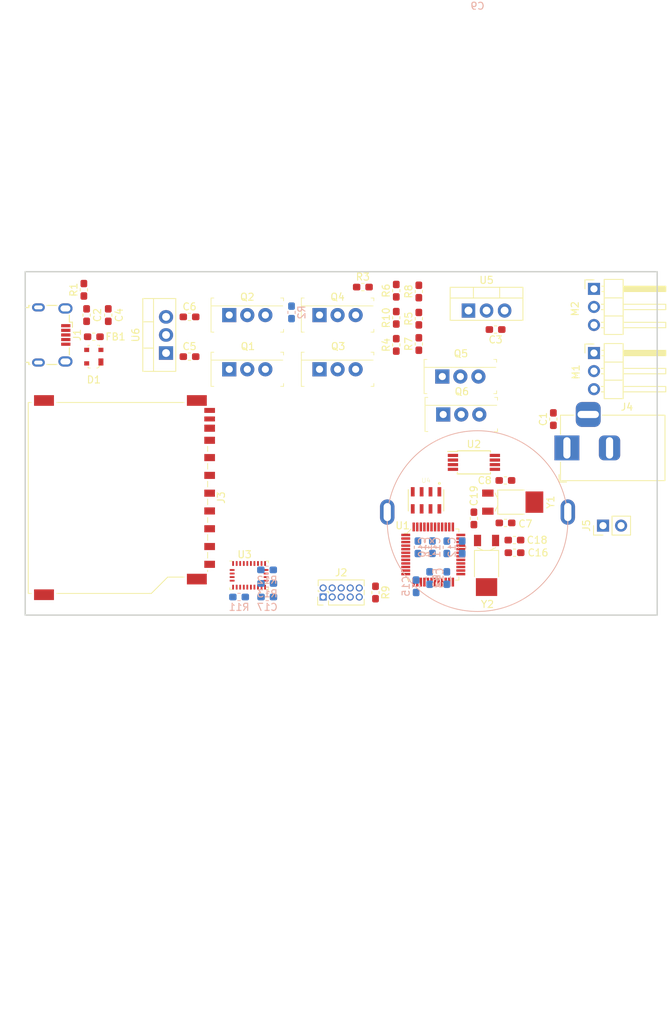
<source format=kicad_pcb>
(kicad_pcb (version 20171130) (host pcbnew 5.1.4)

  (general
    (thickness 1.6)
    (drawings 4)
    (tracks 0)
    (zones 0)
    (modules 56)
    (nets 81)
  )

  (page A4)
  (layers
    (0 F.Cu signal)
    (31 B.Cu signal)
    (32 B.Adhes user)
    (33 F.Adhes user)
    (34 B.Paste user)
    (35 F.Paste user)
    (36 B.SilkS user)
    (37 F.SilkS user)
    (38 B.Mask user)
    (39 F.Mask user)
    (40 Dwgs.User user)
    (41 Cmts.User user)
    (42 Eco1.User user)
    (43 Eco2.User user)
    (44 Edge.Cuts user)
    (45 Margin user)
    (46 B.CrtYd user)
    (47 F.CrtYd user)
    (48 B.Fab user)
    (49 F.Fab user)
  )

  (setup
    (last_trace_width 0.25)
    (trace_clearance 0.2)
    (zone_clearance 0.508)
    (zone_45_only no)
    (trace_min 0.2)
    (via_size 0.8)
    (via_drill 0.4)
    (via_min_size 0.4)
    (via_min_drill 0.3)
    (uvia_size 0.3)
    (uvia_drill 0.1)
    (uvias_allowed no)
    (uvia_min_size 0.2)
    (uvia_min_drill 0.1)
    (edge_width 0.15)
    (segment_width 0.2)
    (pcb_text_width 0.3)
    (pcb_text_size 1.5 1.5)
    (mod_edge_width 0.15)
    (mod_text_size 1 1)
    (mod_text_width 0.15)
    (pad_size 1.524 1.524)
    (pad_drill 0.762)
    (pad_to_mask_clearance 0.051)
    (solder_mask_min_width 0.25)
    (aux_axis_origin 0 0)
    (visible_elements FFFFFF7F)
    (pcbplotparams
      (layerselection 0x010fc_ffffffff)
      (usegerberextensions false)
      (usegerberattributes false)
      (usegerberadvancedattributes false)
      (creategerberjobfile false)
      (excludeedgelayer true)
      (linewidth 0.100000)
      (plotframeref false)
      (viasonmask false)
      (mode 1)
      (useauxorigin false)
      (hpglpennumber 1)
      (hpglpenspeed 20)
      (hpglpendiameter 15.000000)
      (psnegative false)
      (psa4output false)
      (plotreference true)
      (plotvalue true)
      (plotinvisibletext false)
      (padsonsilk false)
      (subtractmaskfromsilk false)
      (outputformat 1)
      (mirror false)
      (drillshape 1)
      (scaleselection 1)
      (outputdirectory ""))
  )

  (net 0 "")
  (net 1 "Net-(U3-Pad1)")
  (net 2 "Net-(U3-Pad24)")
  (net 3 "Net-(U3-Pad23)")
  (net 4 "Net-(U3-Pad22)")
  (net 5 "Net-(U3-Pad21)")
  (net 6 "Net-(U3-Pad7)")
  (net 7 "Net-(U3-Pad8)")
  (net 8 "Net-(U3-Pad12)")
  (net 9 "Net-(U3-Pad13)")
  (net 10 "Net-(U3-Pad14)")
  (net 11 "Net-(J3-Pad1)")
  (net 12 "Net-(J3-Pad8)")
  (net 13 "Net-(J3-Pad9)")
  (net 14 "Net-(U4-Pad6)")
  (net 15 "Net-(J1-Pad4)")
  (net 16 "Net-(U1-Pad20)")
  (net 17 "Net-(U1-Pad23)")
  (net 18 "Net-(U1-Pad24)")
  (net 19 "Net-(U1-Pad25)")
  (net 20 "Net-(U1-Pad26)")
  (net 21 "Net-(U1-Pad27)")
  (net 22 "Net-(U1-Pad28)")
  (net 23 "Net-(U1-Pad29)")
  (net 24 "Net-(U1-Pad30)")
  (net 25 "Net-(U1-Pad31)")
  (net 26 "Net-(U1-Pad32)")
  (net 27 "Net-(U1-Pad38)")
  (net 28 "Net-(U1-Pad39)")
  (net 29 "Net-(U1-Pad41)")
  (net 30 "Net-(U1-Pad47)")
  (net 31 "Net-(U1-Pad48)")
  (net 32 "Net-(J2-Pad6)")
  (net 33 "Net-(J2-Pad7)")
  (net 34 "Net-(J2-Pad8)")
  (net 35 GND)
  (net 36 "Net-(C1-Pad1)")
  (net 37 "Net-(C3-Pad1)")
  (net 38 /USB_5V+)
  (net 39 +5V)
  (net 40 +3V3)
  (net 41 /XIN32)
  (net 42 /XOUT32)
  (net 43 /USB_D-)
  (net 44 /USB_D+)
  (net 45 "Net-(Q1-Pad3)")
  (net 46 "Net-(Q1-Pad1)")
  (net 47 /VBUS)
  (net 48 /SWCLK)
  (net 49 /~SYS_RESET)
  (net 50 /SPI0_SS_1)
  (net 51 /SPI0_MOSI)
  (net 52 "Net-(J5-Pad2)")
  (net 53 "Net-(C9-Pad1)")
  (net 54 /PWM1_ELEV)
  (net 55 /PWM0_FIN)
  (net 56 /Hotwire_GPO)
  (net 57 "Net-(R4-Pad1)")
  (net 58 "Net-(R5-Pad1)")
  (net 59 /SDA)
  (net 60 /SCL)
  (net 61 /THERM1_ADC1)
  (net 62 /BATTV_ADC0)
  (net 63 /FLIGHT_LED_0)
  (net 64 /FLIGHT_LED_1)
  (net 65 /SPI0_MISO)
  (net 66 /SPI0_SS_0)
  (net 67 /SPI0_SCK)
  (net 68 /FLIGHT_LED_2)
  (net 69 /~MCU_RESET)
  (net 70 /SWDIO)
  (net 71 /VDD_ANA)
  (net 72 "Net-(C17-Pad1)")
  (net 73 /uSD_CARD_DET)
  (net 74 "Net-(R10-Pad1)")
  (net 75 "Net-(R11-Pad1)")
  (net 76 "Net-(R12-Pad1)")
  (net 77 "Net-(R13-Pad1)")
  (net 78 /BNO_XOUT32)
  (net 79 /BNO_XIN32)
  (net 80 "Net-(Y2-Pad3)")

  (net_class Default "This is the default net class."
    (clearance 0.2)
    (trace_width 0.25)
    (via_dia 0.8)
    (via_drill 0.4)
    (uvia_dia 0.3)
    (uvia_drill 0.1)
    (add_net +3V3)
    (add_net +5V)
    (add_net /BATTV_ADC0)
    (add_net /BNO_XIN32)
    (add_net /BNO_XOUT32)
    (add_net /FLIGHT_LED_0)
    (add_net /FLIGHT_LED_1)
    (add_net /FLIGHT_LED_2)
    (add_net /Hotwire_GPO)
    (add_net /PWM0_FIN)
    (add_net /PWM1_ELEV)
    (add_net /SCL)
    (add_net /SDA)
    (add_net /SPI0_MISO)
    (add_net /SPI0_MOSI)
    (add_net /SPI0_SCK)
    (add_net /SPI0_SS_0)
    (add_net /SPI0_SS_1)
    (add_net /SWCLK)
    (add_net /SWDIO)
    (add_net /THERM1_ADC1)
    (add_net /USB_5V+)
    (add_net /USB_D+)
    (add_net /USB_D-)
    (add_net /VBUS)
    (add_net /VDD_ANA)
    (add_net /XIN32)
    (add_net /XOUT32)
    (add_net /uSD_CARD_DET)
    (add_net /~MCU_RESET)
    (add_net /~SYS_RESET)
    (add_net GND)
    (add_net "Net-(C1-Pad1)")
    (add_net "Net-(C17-Pad1)")
    (add_net "Net-(C3-Pad1)")
    (add_net "Net-(C9-Pad1)")
    (add_net "Net-(J1-Pad4)")
    (add_net "Net-(J2-Pad6)")
    (add_net "Net-(J2-Pad7)")
    (add_net "Net-(J2-Pad8)")
    (add_net "Net-(J3-Pad1)")
    (add_net "Net-(J3-Pad8)")
    (add_net "Net-(J3-Pad9)")
    (add_net "Net-(J5-Pad2)")
    (add_net "Net-(Q1-Pad1)")
    (add_net "Net-(Q1-Pad3)")
    (add_net "Net-(R10-Pad1)")
    (add_net "Net-(R11-Pad1)")
    (add_net "Net-(R12-Pad1)")
    (add_net "Net-(R13-Pad1)")
    (add_net "Net-(R4-Pad1)")
    (add_net "Net-(R5-Pad1)")
    (add_net "Net-(U1-Pad20)")
    (add_net "Net-(U1-Pad23)")
    (add_net "Net-(U1-Pad24)")
    (add_net "Net-(U1-Pad25)")
    (add_net "Net-(U1-Pad26)")
    (add_net "Net-(U1-Pad27)")
    (add_net "Net-(U1-Pad28)")
    (add_net "Net-(U1-Pad29)")
    (add_net "Net-(U1-Pad30)")
    (add_net "Net-(U1-Pad31)")
    (add_net "Net-(U1-Pad32)")
    (add_net "Net-(U1-Pad38)")
    (add_net "Net-(U1-Pad39)")
    (add_net "Net-(U1-Pad41)")
    (add_net "Net-(U1-Pad47)")
    (add_net "Net-(U1-Pad48)")
    (add_net "Net-(U3-Pad1)")
    (add_net "Net-(U3-Pad12)")
    (add_net "Net-(U3-Pad13)")
    (add_net "Net-(U3-Pad14)")
    (add_net "Net-(U3-Pad21)")
    (add_net "Net-(U3-Pad22)")
    (add_net "Net-(U3-Pad23)")
    (add_net "Net-(U3-Pad24)")
    (add_net "Net-(U3-Pad7)")
    (add_net "Net-(U3-Pad8)")
    (add_net "Net-(U4-Pad6)")
    (add_net "Net-(Y2-Pad3)")
  )

  (module Connector_PinHeader_2.54mm:PinHeader_1x03_P2.54mm_Horizontal (layer F.Cu) (tedit 59FED5CB) (tstamp 5D9ABB94)
    (at 172.72 26.543)
    (descr "Through hole angled pin header, 1x03, 2.54mm pitch, 6mm pin length, single row")
    (tags "Through hole angled pin header THT 1x03 2.54mm single row")
    (path /5D93D792)
    (fp_text reference M2 (at -2.667 2.794 90) (layer F.SilkS)
      (effects (font (size 1 1) (thickness 0.15)))
    )
    (fp_text value Fin_Servo (at 4.385 7.35) (layer F.Fab)
      (effects (font (size 1 1) (thickness 0.15)))
    )
    (fp_text user %R (at 2.77 2.54 90) (layer F.Fab)
      (effects (font (size 1 1) (thickness 0.15)))
    )
    (fp_line (start 10.55 -1.8) (end -1.8 -1.8) (layer F.CrtYd) (width 0.05))
    (fp_line (start 10.55 6.85) (end 10.55 -1.8) (layer F.CrtYd) (width 0.05))
    (fp_line (start -1.8 6.85) (end 10.55 6.85) (layer F.CrtYd) (width 0.05))
    (fp_line (start -1.8 -1.8) (end -1.8 6.85) (layer F.CrtYd) (width 0.05))
    (fp_line (start -1.27 -1.27) (end 0 -1.27) (layer F.SilkS) (width 0.12))
    (fp_line (start -1.27 0) (end -1.27 -1.27) (layer F.SilkS) (width 0.12))
    (fp_line (start 1.042929 5.46) (end 1.44 5.46) (layer F.SilkS) (width 0.12))
    (fp_line (start 1.042929 4.7) (end 1.44 4.7) (layer F.SilkS) (width 0.12))
    (fp_line (start 10.1 5.46) (end 4.1 5.46) (layer F.SilkS) (width 0.12))
    (fp_line (start 10.1 4.7) (end 10.1 5.46) (layer F.SilkS) (width 0.12))
    (fp_line (start 4.1 4.7) (end 10.1 4.7) (layer F.SilkS) (width 0.12))
    (fp_line (start 1.44 3.81) (end 4.1 3.81) (layer F.SilkS) (width 0.12))
    (fp_line (start 1.042929 2.92) (end 1.44 2.92) (layer F.SilkS) (width 0.12))
    (fp_line (start 1.042929 2.16) (end 1.44 2.16) (layer F.SilkS) (width 0.12))
    (fp_line (start 10.1 2.92) (end 4.1 2.92) (layer F.SilkS) (width 0.12))
    (fp_line (start 10.1 2.16) (end 10.1 2.92) (layer F.SilkS) (width 0.12))
    (fp_line (start 4.1 2.16) (end 10.1 2.16) (layer F.SilkS) (width 0.12))
    (fp_line (start 1.44 1.27) (end 4.1 1.27) (layer F.SilkS) (width 0.12))
    (fp_line (start 1.11 0.38) (end 1.44 0.38) (layer F.SilkS) (width 0.12))
    (fp_line (start 1.11 -0.38) (end 1.44 -0.38) (layer F.SilkS) (width 0.12))
    (fp_line (start 4.1 0.28) (end 10.1 0.28) (layer F.SilkS) (width 0.12))
    (fp_line (start 4.1 0.16) (end 10.1 0.16) (layer F.SilkS) (width 0.12))
    (fp_line (start 4.1 0.04) (end 10.1 0.04) (layer F.SilkS) (width 0.12))
    (fp_line (start 4.1 -0.08) (end 10.1 -0.08) (layer F.SilkS) (width 0.12))
    (fp_line (start 4.1 -0.2) (end 10.1 -0.2) (layer F.SilkS) (width 0.12))
    (fp_line (start 4.1 -0.32) (end 10.1 -0.32) (layer F.SilkS) (width 0.12))
    (fp_line (start 10.1 0.38) (end 4.1 0.38) (layer F.SilkS) (width 0.12))
    (fp_line (start 10.1 -0.38) (end 10.1 0.38) (layer F.SilkS) (width 0.12))
    (fp_line (start 4.1 -0.38) (end 10.1 -0.38) (layer F.SilkS) (width 0.12))
    (fp_line (start 4.1 -1.33) (end 1.44 -1.33) (layer F.SilkS) (width 0.12))
    (fp_line (start 4.1 6.41) (end 4.1 -1.33) (layer F.SilkS) (width 0.12))
    (fp_line (start 1.44 6.41) (end 4.1 6.41) (layer F.SilkS) (width 0.12))
    (fp_line (start 1.44 -1.33) (end 1.44 6.41) (layer F.SilkS) (width 0.12))
    (fp_line (start 4.04 5.4) (end 10.04 5.4) (layer F.Fab) (width 0.1))
    (fp_line (start 10.04 4.76) (end 10.04 5.4) (layer F.Fab) (width 0.1))
    (fp_line (start 4.04 4.76) (end 10.04 4.76) (layer F.Fab) (width 0.1))
    (fp_line (start -0.32 5.4) (end 1.5 5.4) (layer F.Fab) (width 0.1))
    (fp_line (start -0.32 4.76) (end -0.32 5.4) (layer F.Fab) (width 0.1))
    (fp_line (start -0.32 4.76) (end 1.5 4.76) (layer F.Fab) (width 0.1))
    (fp_line (start 4.04 2.86) (end 10.04 2.86) (layer F.Fab) (width 0.1))
    (fp_line (start 10.04 2.22) (end 10.04 2.86) (layer F.Fab) (width 0.1))
    (fp_line (start 4.04 2.22) (end 10.04 2.22) (layer F.Fab) (width 0.1))
    (fp_line (start -0.32 2.86) (end 1.5 2.86) (layer F.Fab) (width 0.1))
    (fp_line (start -0.32 2.22) (end -0.32 2.86) (layer F.Fab) (width 0.1))
    (fp_line (start -0.32 2.22) (end 1.5 2.22) (layer F.Fab) (width 0.1))
    (fp_line (start 4.04 0.32) (end 10.04 0.32) (layer F.Fab) (width 0.1))
    (fp_line (start 10.04 -0.32) (end 10.04 0.32) (layer F.Fab) (width 0.1))
    (fp_line (start 4.04 -0.32) (end 10.04 -0.32) (layer F.Fab) (width 0.1))
    (fp_line (start -0.32 0.32) (end 1.5 0.32) (layer F.Fab) (width 0.1))
    (fp_line (start -0.32 -0.32) (end -0.32 0.32) (layer F.Fab) (width 0.1))
    (fp_line (start -0.32 -0.32) (end 1.5 -0.32) (layer F.Fab) (width 0.1))
    (fp_line (start 1.5 -0.635) (end 2.135 -1.27) (layer F.Fab) (width 0.1))
    (fp_line (start 1.5 6.35) (end 1.5 -0.635) (layer F.Fab) (width 0.1))
    (fp_line (start 4.04 6.35) (end 1.5 6.35) (layer F.Fab) (width 0.1))
    (fp_line (start 4.04 -1.27) (end 4.04 6.35) (layer F.Fab) (width 0.1))
    (fp_line (start 2.135 -1.27) (end 4.04 -1.27) (layer F.Fab) (width 0.1))
    (pad 3 thru_hole oval (at 0 5.08) (size 1.7 1.7) (drill 1) (layers *.Cu *.Mask)
      (net 35 GND))
    (pad 2 thru_hole oval (at 0 2.54) (size 1.7 1.7) (drill 1) (layers *.Cu *.Mask)
      (net 39 +5V))
    (pad 1 thru_hole rect (at 0 0) (size 1.7 1.7) (drill 1) (layers *.Cu *.Mask)
      (net 55 /PWM0_FIN))
    (model ${KISYS3DMOD}/Connector_PinHeader_2.54mm.3dshapes/PinHeader_1x03_P2.54mm_Horizontal.wrl
      (at (xyz 0 0 0))
      (scale (xyz 1 1 1))
      (rotate (xyz 0 0 0))
    )
  )

  (module Battery:SuperCap (layer B.Cu) (tedit 5D99C5B1) (tstamp 5D9A95E1)
    (at 156.337 57.912)
    (path /5DA9E517)
    (fp_text reference C9 (at 0 -71.12) (layer B.SilkS)
      (effects (font (size 1 1) (thickness 0.15)) (justify mirror))
    )
    (fp_text value 4F (at 0 71.12) (layer B.Fab)
      (effects (font (size 1 1) (thickness 0.15)) (justify mirror))
    )
    (fp_circle (center 0 1.27) (end 12.7 1.27) (layer B.SilkS) (width 0.12))
    (pad 2 thru_hole oval (at 12.7 0) (size 2.032 3.556) (drill oval 1.016 2.54) (layers *.Cu *.Mask)
      (net 35 GND))
    (pad 1 thru_hole oval (at -12.7 0) (size 2.032 3.556) (drill oval 1.016 2.54) (layers *.Cu *.Mask)
      (net 53 "Net-(C9-Pad1)"))
  )

  (module digikey-footprints:TO-220-3 (layer F.Cu) (tedit 5AFA02CB) (tstamp 5D9A01A4)
    (at 134.112 30.226)
    (descr http://www.st.com/content/ccc/resource/technical/document/datasheet/f9/ed/f5/44/26/b9/43/a4/CD00000911.pdf/files/CD00000911.pdf/jcr:content/translations/en.CD00000911.pdf)
    (path /5D9DD535)
    (fp_text reference Q4 (at 2.54 -2.54) (layer F.SilkS)
      (effects (font (size 1 1) (thickness 0.15)))
    )
    (fp_text value PFETAltB (at 2.27 3.63) (layer F.Fab)
      (effects (font (size 1 1) (thickness 0.15)))
    )
    (fp_line (start -2.46 2.25) (end 7.54 2.25) (layer F.Fab) (width 0.1))
    (fp_line (start -2.46 -2.25) (end 7.54 -2.25) (layer F.Fab) (width 0.1))
    (fp_line (start -2.46 -2.25) (end -2.46 2.25) (layer F.Fab) (width 0.1))
    (fp_line (start 7.54 2.25) (end 7.54 -2.25) (layer F.Fab) (width 0.1))
    (fp_text user %R (at 2.52 -0.01) (layer F.Fab)
      (effects (font (size 1 1) (thickness 0.15)))
    )
    (fp_line (start 7.64 -2.4) (end 7.64 -2) (layer F.SilkS) (width 0.1))
    (fp_line (start 7.24 -2.4) (end 7.64 -2.4) (layer F.SilkS) (width 0.1))
    (fp_line (start -2.56 -2.4) (end -2.16 -2.4) (layer F.SilkS) (width 0.1))
    (fp_line (start -2.56 -2.4) (end -2.56 -2) (layer F.SilkS) (width 0.1))
    (fp_line (start -2.56 2.4) (end -2.16 2.4) (layer F.SilkS) (width 0.1))
    (fp_line (start -2.56 2.4) (end -2.56 -2) (layer F.SilkS) (width 0.1))
    (fp_line (start 7.64 2.4) (end 7.24 2.4) (layer F.SilkS) (width 0.1))
    (fp_line (start 7.64 2.4) (end 7.64 2) (layer F.SilkS) (width 0.1))
    (fp_line (start 7.79 -2.5) (end 7.79 2.5) (layer F.CrtYd) (width 0.05))
    (fp_line (start -2.71 -2.5) (end -2.71 2.5) (layer F.CrtYd) (width 0.05))
    (fp_line (start -2.71 -2.5) (end 7.79 -2.5) (layer F.CrtYd) (width 0.05))
    (fp_line (start -2.71 2.5) (end 7.79 2.5) (layer F.CrtYd) (width 0.05))
    (fp_line (start -2.45 -1.3) (end 7.54 -1.3) (layer F.Fab) (width 0.1))
    (fp_line (start -2.56 -1.29) (end 7.54 -1.29) (layer F.SilkS) (width 0.1))
    (pad 3 thru_hole circle (at 5.08 0) (size 2 2) (drill 1) (layers *.Cu *.Mask)
      (net 46 "Net-(Q1-Pad1)"))
    (pad 2 thru_hole circle (at 2.54 0) (size 2 2) (drill 1) (layers *.Cu *.Mask)
      (net 39 +5V))
    (pad 1 thru_hole rect (at 0 0) (size 2 2) (drill 1) (layers *.Cu *.Mask)
      (net 38 /USB_5V+))
  )

  (module Connector_Card:SD_TE_2041021 (layer F.Cu) (tedit 5A668550) (tstamp 5DC29E45)
    (at 106.68 55.88 270)
    (descr "SD card connector, top mount, SMT (http://www.te.com/commerce/DocumentDelivery/DDEController?Action=showdoc&DocId=Customer+Drawing%7F2041021%7FB%7Fpdf%7FEnglish%7FENG_CD_2041021_B_C_2041021_B.pdf%7F2041021-4)")
    (tags "sd card")
    (path /5D93CA9B)
    (attr smd)
    (fp_text reference J3 (at 0 -13.6 270) (layer F.SilkS)
      (effects (font (size 1 1) (thickness 0.15)))
    )
    (fp_text value Micro_SD_Card_Det (at 0 4 270) (layer F.Fab)
      (effects (font (size 1 1) (thickness 0.15)))
    )
    (fp_text user KEEPOUT (at 0 -3.56 270) (layer Cmts.User)
      (effects (font (size 1 1) (thickness 0.15)))
    )
    (fp_text user %R (at 0 2 270) (layer F.Fab)
      (effects (font (size 1 1) (thickness 0.15)))
    )
    (fp_line (start 10.3 -8.075) (end -10.67 -8.075) (layer Dwgs.User) (width 0.1))
    (fp_line (start 10.3 0.875) (end 10.3 -8.075) (layer Dwgs.User) (width 0.1))
    (fp_line (start -10.67 0.875) (end 10.3 0.875) (layer Dwgs.User) (width 0.1))
    (fp_line (start -10.67 -8.075) (end -10.67 0.875) (layer Dwgs.User) (width 0.1))
    (fp_line (start 11.05 -11.575) (end -13.25 -11.575) (layer F.Fab) (width 0.1))
    (fp_line (start 11.05 -6.015) (end 11.05 -11.575) (layer F.Fab) (width 0.1))
    (fp_line (start 13.35 -3.715) (end 11.05 -6.015) (layer F.Fab) (width 0.1))
    (fp_line (start 13.35 13.425) (end 13.35 -3.715) (layer F.Fab) (width 0.1))
    (fp_line (start -13.25 13.425) (end 13.35 13.425) (layer F.Fab) (width 0.1))
    (fp_line (start -13.25 -11.575) (end -13.25 13.425) (layer F.Fab) (width 0.1))
    (fp_line (start 13.47 13.545) (end 13.47 13.125) (layer F.SilkS) (width 0.12))
    (fp_line (start -13.37 13.545) (end 13.47 13.545) (layer F.SilkS) (width 0.12))
    (fp_line (start -13.37 13.125) (end -13.37 13.545) (layer F.SilkS) (width 0.12))
    (fp_line (start -13.37 -8.375) (end -13.37 9.525) (layer F.SilkS) (width 0.12))
    (fp_line (start 13.47 -3.775) (end 13.47 9.525) (layer F.SilkS) (width 0.12))
    (fp_line (start 11.17 -6.075) (end 13.47 -3.775) (layer F.SilkS) (width 0.12))
    (fp_line (start 11.17 -8.375) (end 11.17 -6.075) (layer F.SilkS) (width 0.12))
    (fp_line (start -7.2 -11.695) (end -6.5 -11.695) (layer F.SilkS) (width 0.12))
    (fp_line (start -14.65 -12.98) (end 14.65 -12.98) (layer F.CrtYd) (width 0.05))
    (fp_line (start -14.65 -12.98) (end -14.65 13.68) (layer F.CrtYd) (width 0.05))
    (fp_line (start 14.65 13.68) (end 14.65 -12.98) (layer F.CrtYd) (width 0.05))
    (fp_line (start 14.65 13.68) (end -14.65 13.68) (layer F.CrtYd) (width 0.05))
    (fp_line (start -4.8 -11.695) (end -4 -11.695) (layer F.SilkS) (width 0.12))
    (fp_line (start -2.3 -11.695) (end -1.5 -11.695) (layer F.SilkS) (width 0.12))
    (fp_line (start 10.2 -11.695) (end 10.4 -11.695) (layer F.SilkS) (width 0.12))
    (fp_line (start 0.2 -11.695) (end 1 -11.695) (layer F.SilkS) (width 0.12))
    (fp_line (start 2.8 -11.695) (end 3.5 -11.695) (layer F.SilkS) (width 0.12))
    (fp_line (start 5.2 -11.695) (end 6 -11.695) (layer F.SilkS) (width 0.12))
    (fp_line (start 7.7 -11.695) (end 8.5 -11.695) (layer F.SilkS) (width 0.12))
    (fp_line (start -1.72 -8.075) (end -10.67 0.875) (layer Dwgs.User) (width 0.1))
    (fp_line (start 0.28 -8.075) (end -8.67 0.875) (layer Dwgs.User) (width 0.1))
    (fp_line (start 2.28 -8.075) (end -6.67 0.875) (layer Dwgs.User) (width 0.1))
    (fp_line (start 4.28 -8.075) (end -4.67 0.875) (layer Dwgs.User) (width 0.1))
    (fp_line (start 6.28 -8.075) (end -2.67 0.875) (layer Dwgs.User) (width 0.1))
    (fp_line (start 8.28 -8.075) (end -0.67 0.875) (layer Dwgs.User) (width 0.1))
    (fp_line (start 10.28 -8.075) (end 1.33 0.875) (layer Dwgs.User) (width 0.1))
    (fp_line (start -3.72 -8.075) (end -10.67 -1.125) (layer Dwgs.User) (width 0.1))
    (fp_line (start -5.72 -8.075) (end -10.67 -3.125) (layer Dwgs.User) (width 0.1))
    (fp_line (start -7.72 -8.075) (end -10.67 -5.125) (layer Dwgs.User) (width 0.1))
    (fp_line (start -9.72 -8.075) (end -10.67 -7.125) (layer Dwgs.User) (width 0.1))
    (fp_line (start 10.3 -6.095) (end 3.33 0.875) (layer Dwgs.User) (width 0.1))
    (fp_line (start 10.3 -4.095) (end 5.33 0.875) (layer Dwgs.User) (width 0.1))
    (fp_line (start 10.3 -2.095) (end 7.33 0.875) (layer Dwgs.User) (width 0.1))
    (fp_line (start 10.3 -0.095) (end 9.33 0.875) (layer Dwgs.User) (width 0.1))
    (pad 1 smd rect (at 6.875 -11.975 270) (size 1 1.5) (layers F.Cu F.Paste F.Mask)
      (net 11 "Net-(J3-Pad1)"))
    (pad 2 smd rect (at 4.375 -11.975 270) (size 1 1.5) (layers F.Cu F.Paste F.Mask)
      (net 50 /SPI0_SS_1))
    (pad 3 smd rect (at 1.875 -11.975 270) (size 1 1.5) (layers F.Cu F.Paste F.Mask)
      (net 51 /SPI0_MOSI))
    (pad 4 smd rect (at -0.625 -11.975 270) (size 1 1.5) (layers F.Cu F.Paste F.Mask)
      (net 40 +3V3))
    (pad 5 smd rect (at -3.125 -11.975 270) (size 1 1.5) (layers F.Cu F.Paste F.Mask)
      (net 67 /SPI0_SCK))
    (pad 6 smd rect (at -5.625 -11.975 270) (size 1 1.5) (layers F.Cu F.Paste F.Mask)
      (net 35 GND))
    (pad 7 smd rect (at -8.055 -11.975 270) (size 1 1.5) (layers F.Cu F.Paste F.Mask)
      (net 51 /SPI0_MOSI))
    (pad 8 smd rect (at -9.755 -11.975 270) (size 1 1.5) (layers F.Cu F.Paste F.Mask)
      (net 12 "Net-(J3-Pad8)"))
    (pad 9 smd rect (at 9.375 -11.975 270) (size 1 1.5) (layers F.Cu F.Paste F.Mask)
      (net 13 "Net-(J3-Pad9)"))
    (pad 10 smd rect (at -11.055 -11.975 270) (size 0.7 1.5) (layers F.Cu F.Paste F.Mask)
      (net 73 /uSD_CARD_DET))
    (pad 11 smd rect (at -12.255 -11.975 270) (size 0.7 1.5) (layers F.Cu F.Paste F.Mask)
      (net 35 GND))
    (pad "" np_thru_hole circle (at 9.5 -9.175 270) (size 1.6 1.6) (drill 1.6) (layers *.Cu *.Mask))
    (pad "" np_thru_hole circle (at -11.5 -9.175 270) (size 1.1 1.1) (drill 1.1) (layers *.Cu *.Mask))
    (pad 12 smd rect (at 11.45 -10.175 270) (size 1.5 2.8) (layers F.Cu F.Paste F.Mask))
    (pad 12 smd rect (at 13.65 11.325 270) (size 1.5 2.8) (layers F.Cu F.Paste F.Mask))
    (pad 12 smd rect (at -13.65 11.325 270) (size 1.5 2.8) (layers F.Cu F.Paste F.Mask))
    (pad 12 smd rect (at -13.65 -10.175 270) (size 1.5 2.8) (layers F.Cu F.Paste F.Mask))
    (model ${KISYS3DMOD}/Connector_Card.3dshapes/SD_TE_2041021.wrl
      (at (xyz 0 0 0))
      (scale (xyz 1 1 1))
      (rotate (xyz 0 0 0))
    )
  )

  (module digikey-footprints:TO-220-3 (layer F.Cu) (tedit 5AFA02CB) (tstamp 5D9A36CC)
    (at 151.511 44.196)
    (descr http://www.st.com/content/ccc/resource/technical/document/datasheet/f9/ed/f5/44/26/b9/43/a4/CD00000911.pdf/files/CD00000911.pdf/jcr:content/translations/en.CD00000911.pdf)
    (path /5D9CB1D5)
    (fp_text reference Q6 (at 2.62 -3.22) (layer F.SilkS)
      (effects (font (size 1 1) (thickness 0.15)))
    )
    (fp_text value FQP30N06L (at 2.27 3.63) (layer F.Fab)
      (effects (font (size 1 1) (thickness 0.15)))
    )
    (fp_line (start -2.46 2.25) (end 7.54 2.25) (layer F.Fab) (width 0.1))
    (fp_line (start -2.46 -2.25) (end 7.54 -2.25) (layer F.Fab) (width 0.1))
    (fp_line (start -2.46 -2.25) (end -2.46 2.25) (layer F.Fab) (width 0.1))
    (fp_line (start 7.54 2.25) (end 7.54 -2.25) (layer F.Fab) (width 0.1))
    (fp_text user %R (at 2.52 -0.01) (layer F.Fab)
      (effects (font (size 1 1) (thickness 0.15)))
    )
    (fp_line (start 7.64 -2.4) (end 7.64 -2) (layer F.SilkS) (width 0.1))
    (fp_line (start 7.24 -2.4) (end 7.64 -2.4) (layer F.SilkS) (width 0.1))
    (fp_line (start -2.56 -2.4) (end -2.16 -2.4) (layer F.SilkS) (width 0.1))
    (fp_line (start -2.56 -2.4) (end -2.56 -2) (layer F.SilkS) (width 0.1))
    (fp_line (start -2.56 2.4) (end -2.16 2.4) (layer F.SilkS) (width 0.1))
    (fp_line (start -2.56 2.4) (end -2.56 -2) (layer F.SilkS) (width 0.1))
    (fp_line (start 7.64 2.4) (end 7.24 2.4) (layer F.SilkS) (width 0.1))
    (fp_line (start 7.64 2.4) (end 7.64 2) (layer F.SilkS) (width 0.1))
    (fp_line (start 7.79 -2.5) (end 7.79 2.5) (layer F.CrtYd) (width 0.05))
    (fp_line (start -2.71 -2.5) (end -2.71 2.5) (layer F.CrtYd) (width 0.05))
    (fp_line (start -2.71 -2.5) (end 7.79 -2.5) (layer F.CrtYd) (width 0.05))
    (fp_line (start -2.71 2.5) (end 7.79 2.5) (layer F.CrtYd) (width 0.05))
    (fp_line (start -2.45 -1.3) (end 7.54 -1.3) (layer F.Fab) (width 0.1))
    (fp_line (start -2.56 -1.29) (end 7.54 -1.29) (layer F.SilkS) (width 0.1))
    (pad 3 thru_hole circle (at 5.08 0) (size 2 2) (drill 1) (layers *.Cu *.Mask)
      (net 35 GND))
    (pad 2 thru_hole circle (at 2.54 0) (size 2 2) (drill 1) (layers *.Cu *.Mask)
      (net 52 "Net-(J5-Pad2)"))
    (pad 1 thru_hole rect (at 0 0) (size 2 2) (drill 1) (layers *.Cu *.Mask)
      (net 56 /Hotwire_GPO))
  )

  (module Capacitor_SMD:C_0603_1608Metric_Pad1.05x0.95mm_HandSolder (layer F.Cu) (tedit 5B301BBE) (tstamp 5D99FE97)
    (at 101.346 30.226 90)
    (descr "Capacitor SMD 0603 (1608 Metric), square (rectangular) end terminal, IPC_7351 nominal with elongated pad for handsoldering. (Body size source: http://www.tortai-tech.com/upload/download/2011102023233369053.pdf), generated with kicad-footprint-generator")
    (tags "capacitor handsolder")
    (path /5DA10983)
    (attr smd)
    (fp_text reference C2 (at 0 1.524 90) (layer F.SilkS)
      (effects (font (size 1 1) (thickness 0.15)))
    )
    (fp_text value 1nF (at 0 1.43 90) (layer F.Fab)
      (effects (font (size 1 1) (thickness 0.15)))
    )
    (fp_text user %R (at 0 0 90) (layer F.Fab)
      (effects (font (size 0.4 0.4) (thickness 0.06)))
    )
    (fp_line (start 1.65 0.73) (end -1.65 0.73) (layer F.CrtYd) (width 0.05))
    (fp_line (start 1.65 -0.73) (end 1.65 0.73) (layer F.CrtYd) (width 0.05))
    (fp_line (start -1.65 -0.73) (end 1.65 -0.73) (layer F.CrtYd) (width 0.05))
    (fp_line (start -1.65 0.73) (end -1.65 -0.73) (layer F.CrtYd) (width 0.05))
    (fp_line (start -0.171267 0.51) (end 0.171267 0.51) (layer F.SilkS) (width 0.12))
    (fp_line (start -0.171267 -0.51) (end 0.171267 -0.51) (layer F.SilkS) (width 0.12))
    (fp_line (start 0.8 0.4) (end -0.8 0.4) (layer F.Fab) (width 0.1))
    (fp_line (start 0.8 -0.4) (end 0.8 0.4) (layer F.Fab) (width 0.1))
    (fp_line (start -0.8 -0.4) (end 0.8 -0.4) (layer F.Fab) (width 0.1))
    (fp_line (start -0.8 0.4) (end -0.8 -0.4) (layer F.Fab) (width 0.1))
    (pad 2 smd roundrect (at 0.875 0 90) (size 1.05 0.95) (layers F.Cu F.Paste F.Mask) (roundrect_rratio 0.25)
      (net 35 GND))
    (pad 1 smd roundrect (at -0.875 0 90) (size 1.05 0.95) (layers F.Cu F.Paste F.Mask) (roundrect_rratio 0.25)
      (net 47 /VBUS))
    (model ${KISYS3DMOD}/Capacitor_SMD.3dshapes/C_0603_1608Metric.wrl
      (at (xyz 0 0 0))
      (scale (xyz 1 1 1))
      (rotate (xyz 0 0 0))
    )
  )

  (module Connector_PinHeader_1.27mm:PinHeader_2x05_P1.27mm_Vertical (layer F.Cu) (tedit 5D93D217) (tstamp 5DCF80D5)
    (at 134.62 69.85 90)
    (descr "Through hole straight pin header, 2x05, 1.27mm pitch, double rows")
    (tags "Through hole pin header THT 2x05 1.27mm double row")
    (path /5D93DF61)
    (fp_text reference J2 (at 3.429 2.54 180) (layer F.SilkS)
      (effects (font (size 1 1) (thickness 0.15)))
    )
    (fp_text value Conn_ARM_JTAG_SWD_10 (at 3.81 2.54 180) (layer F.Fab)
      (effects (font (size 1 1) (thickness 0.15)))
    )
    (fp_line (start -0.2175 -0.635) (end 2.34 -0.635) (layer F.Fab) (width 0.1))
    (fp_line (start 2.34 -0.635) (end 2.34 5.715) (layer F.Fab) (width 0.1))
    (fp_line (start 2.34 5.715) (end -1.07 5.715) (layer F.Fab) (width 0.1))
    (fp_line (start -1.07 5.715) (end -1.07 0.2175) (layer F.Fab) (width 0.1))
    (fp_line (start -1.07 0.2175) (end -0.2175 -0.635) (layer F.Fab) (width 0.1))
    (fp_line (start -1.13 5.775) (end -0.30753 5.775) (layer F.SilkS) (width 0.12))
    (fp_line (start 1.57753 5.775) (end 2.4 5.775) (layer F.SilkS) (width 0.12))
    (fp_line (start 0.30753 5.775) (end 0.96247 5.775) (layer F.SilkS) (width 0.12))
    (fp_line (start -1.13 0.76) (end -1.13 5.775) (layer F.SilkS) (width 0.12))
    (fp_line (start 2.4 -0.695) (end 2.4 5.775) (layer F.SilkS) (width 0.12))
    (fp_line (start -1.13 0.76) (end -0.563471 0.76) (layer F.SilkS) (width 0.12))
    (fp_line (start 0.563471 0.76) (end 0.706529 0.76) (layer F.SilkS) (width 0.12))
    (fp_line (start 0.76 0.706529) (end 0.76 0.563471) (layer F.SilkS) (width 0.12))
    (fp_line (start 0.76 -0.563471) (end 0.76 -0.695) (layer F.SilkS) (width 0.12))
    (fp_line (start 0.76 -0.695) (end 0.96247 -0.695) (layer F.SilkS) (width 0.12))
    (fp_line (start 1.57753 -0.695) (end 2.4 -0.695) (layer F.SilkS) (width 0.12))
    (fp_line (start -1.13 0) (end -1.13 -0.76) (layer F.SilkS) (width 0.12))
    (fp_line (start -1.13 -0.76) (end 0 -0.76) (layer F.SilkS) (width 0.12))
    (fp_line (start -1.6 -1.15) (end -1.6 6.25) (layer F.CrtYd) (width 0.05))
    (fp_line (start -1.6 6.25) (end 2.85 6.25) (layer F.CrtYd) (width 0.05))
    (fp_line (start 2.85 6.25) (end 2.85 -1.15) (layer F.CrtYd) (width 0.05))
    (fp_line (start 2.85 -1.15) (end -1.6 -1.15) (layer F.CrtYd) (width 0.05))
    (fp_text user %R (at 0.635 2.54 180) (layer F.Fab)
      (effects (font (size 1 1) (thickness 0.15)))
    )
    (pad 1 thru_hole rect (at 0 0 90) (size 1 1) (drill 0.65) (layers *.Cu *.Mask)
      (net 40 +3V3))
    (pad 2 thru_hole oval (at 1.27 0 90) (size 1 1) (drill 0.65) (layers *.Cu *.Mask)
      (net 70 /SWDIO))
    (pad 3 thru_hole oval (at 0 1.27 90) (size 1 1) (drill 0.65) (layers *.Cu *.Mask)
      (net 35 GND))
    (pad 4 thru_hole oval (at 1.27 1.27 90) (size 1 1) (drill 0.65) (layers *.Cu *.Mask)
      (net 48 /SWCLK))
    (pad 5 thru_hole oval (at 0 2.54 90) (size 1 1) (drill 0.65) (layers *.Cu *.Mask)
      (net 35 GND))
    (pad 6 thru_hole oval (at 1.27 2.54 90) (size 1 1) (drill 0.65) (layers *.Cu *.Mask)
      (net 32 "Net-(J2-Pad6)"))
    (pad 7 thru_hole oval (at 0 3.81 90) (size 1 1) (drill 0.65) (layers *.Cu *.Mask)
      (net 33 "Net-(J2-Pad7)"))
    (pad 8 thru_hole oval (at 1.27 3.81 90) (size 1 1) (drill 0.65) (layers *.Cu *.Mask)
      (net 34 "Net-(J2-Pad8)"))
    (pad 9 thru_hole oval (at 0 5.08 90) (size 1 1) (drill 0.65) (layers *.Cu *.Mask)
      (net 35 GND))
    (pad 10 thru_hole oval (at 1.27 5.08 90) (size 1 1) (drill 0.65) (layers *.Cu *.Mask)
      (net 49 /~SYS_RESET))
    (model ${KISYS3DMOD}/Connector_PinHeader_1.27mm.3dshapes/PinHeader_2x05_P1.27mm_Vertical.wrl
      (at (xyz 0 0 0))
      (scale (xyz 1 1 1))
      (rotate (xyz 0 0 0))
    )
  )

  (module Capacitor_SMD:C_0603_1608Metric_Pad1.05x0.95mm_HandSolder (layer F.Cu) (tedit 5B301BBE) (tstamp 5D99FE86)
    (at 167.005 44.845 90)
    (descr "Capacitor SMD 0603 (1608 Metric), square (rectangular) end terminal, IPC_7351 nominal with elongated pad for handsoldering. (Body size source: http://www.tortai-tech.com/upload/download/2011102023233369053.pdf), generated with kicad-footprint-generator")
    (tags "capacitor handsolder")
    (path /5D9F39B3)
    (attr smd)
    (fp_text reference C1 (at 0 -1.43 90) (layer F.SilkS)
      (effects (font (size 1 1) (thickness 0.15)))
    )
    (fp_text value 0.47uF (at 0 1.43 90) (layer F.Fab)
      (effects (font (size 1 1) (thickness 0.15)))
    )
    (fp_text user %R (at 0 0 90) (layer F.Fab)
      (effects (font (size 0.4 0.4) (thickness 0.06)))
    )
    (fp_line (start 1.65 0.73) (end -1.65 0.73) (layer F.CrtYd) (width 0.05))
    (fp_line (start 1.65 -0.73) (end 1.65 0.73) (layer F.CrtYd) (width 0.05))
    (fp_line (start -1.65 -0.73) (end 1.65 -0.73) (layer F.CrtYd) (width 0.05))
    (fp_line (start -1.65 0.73) (end -1.65 -0.73) (layer F.CrtYd) (width 0.05))
    (fp_line (start -0.171267 0.51) (end 0.171267 0.51) (layer F.SilkS) (width 0.12))
    (fp_line (start -0.171267 -0.51) (end 0.171267 -0.51) (layer F.SilkS) (width 0.12))
    (fp_line (start 0.8 0.4) (end -0.8 0.4) (layer F.Fab) (width 0.1))
    (fp_line (start 0.8 -0.4) (end 0.8 0.4) (layer F.Fab) (width 0.1))
    (fp_line (start -0.8 -0.4) (end 0.8 -0.4) (layer F.Fab) (width 0.1))
    (fp_line (start -0.8 0.4) (end -0.8 -0.4) (layer F.Fab) (width 0.1))
    (pad 2 smd roundrect (at 0.875 0 90) (size 1.05 0.95) (layers F.Cu F.Paste F.Mask) (roundrect_rratio 0.25)
      (net 35 GND))
    (pad 1 smd roundrect (at -0.875 0 90) (size 1.05 0.95) (layers F.Cu F.Paste F.Mask) (roundrect_rratio 0.25)
      (net 36 "Net-(C1-Pad1)"))
    (model ${KISYS3DMOD}/Capacitor_SMD.3dshapes/C_0603_1608Metric.wrl
      (at (xyz 0 0 0))
      (scale (xyz 1 1 1))
      (rotate (xyz 0 0 0))
    )
  )

  (module Connector_PinHeader_2.54mm:PinHeader_1x03_P2.54mm_Horizontal (layer F.Cu) (tedit 59FED5CB) (tstamp 5DCF6A9D)
    (at 172.72 35.56)
    (descr "Through hole angled pin header, 1x03, 2.54mm pitch, 6mm pin length, single row")
    (tags "Through hole angled pin header THT 1x03 2.54mm single row")
    (path /5D93D70E)
    (fp_text reference M1 (at -2.54 2.667 90) (layer F.SilkS)
      (effects (font (size 1 1) (thickness 0.15)))
    )
    (fp_text value Elevator_Servo (at 4.385 7.35) (layer F.Fab)
      (effects (font (size 1 1) (thickness 0.15)))
    )
    (fp_line (start 2.135 -1.27) (end 4.04 -1.27) (layer F.Fab) (width 0.1))
    (fp_line (start 4.04 -1.27) (end 4.04 6.35) (layer F.Fab) (width 0.1))
    (fp_line (start 4.04 6.35) (end 1.5 6.35) (layer F.Fab) (width 0.1))
    (fp_line (start 1.5 6.35) (end 1.5 -0.635) (layer F.Fab) (width 0.1))
    (fp_line (start 1.5 -0.635) (end 2.135 -1.27) (layer F.Fab) (width 0.1))
    (fp_line (start -0.32 -0.32) (end 1.5 -0.32) (layer F.Fab) (width 0.1))
    (fp_line (start -0.32 -0.32) (end -0.32 0.32) (layer F.Fab) (width 0.1))
    (fp_line (start -0.32 0.32) (end 1.5 0.32) (layer F.Fab) (width 0.1))
    (fp_line (start 4.04 -0.32) (end 10.04 -0.32) (layer F.Fab) (width 0.1))
    (fp_line (start 10.04 -0.32) (end 10.04 0.32) (layer F.Fab) (width 0.1))
    (fp_line (start 4.04 0.32) (end 10.04 0.32) (layer F.Fab) (width 0.1))
    (fp_line (start -0.32 2.22) (end 1.5 2.22) (layer F.Fab) (width 0.1))
    (fp_line (start -0.32 2.22) (end -0.32 2.86) (layer F.Fab) (width 0.1))
    (fp_line (start -0.32 2.86) (end 1.5 2.86) (layer F.Fab) (width 0.1))
    (fp_line (start 4.04 2.22) (end 10.04 2.22) (layer F.Fab) (width 0.1))
    (fp_line (start 10.04 2.22) (end 10.04 2.86) (layer F.Fab) (width 0.1))
    (fp_line (start 4.04 2.86) (end 10.04 2.86) (layer F.Fab) (width 0.1))
    (fp_line (start -0.32 4.76) (end 1.5 4.76) (layer F.Fab) (width 0.1))
    (fp_line (start -0.32 4.76) (end -0.32 5.4) (layer F.Fab) (width 0.1))
    (fp_line (start -0.32 5.4) (end 1.5 5.4) (layer F.Fab) (width 0.1))
    (fp_line (start 4.04 4.76) (end 10.04 4.76) (layer F.Fab) (width 0.1))
    (fp_line (start 10.04 4.76) (end 10.04 5.4) (layer F.Fab) (width 0.1))
    (fp_line (start 4.04 5.4) (end 10.04 5.4) (layer F.Fab) (width 0.1))
    (fp_line (start 1.44 -1.33) (end 1.44 6.41) (layer F.SilkS) (width 0.12))
    (fp_line (start 1.44 6.41) (end 4.1 6.41) (layer F.SilkS) (width 0.12))
    (fp_line (start 4.1 6.41) (end 4.1 -1.33) (layer F.SilkS) (width 0.12))
    (fp_line (start 4.1 -1.33) (end 1.44 -1.33) (layer F.SilkS) (width 0.12))
    (fp_line (start 4.1 -0.38) (end 10.1 -0.38) (layer F.SilkS) (width 0.12))
    (fp_line (start 10.1 -0.38) (end 10.1 0.38) (layer F.SilkS) (width 0.12))
    (fp_line (start 10.1 0.38) (end 4.1 0.38) (layer F.SilkS) (width 0.12))
    (fp_line (start 4.1 -0.32) (end 10.1 -0.32) (layer F.SilkS) (width 0.12))
    (fp_line (start 4.1 -0.2) (end 10.1 -0.2) (layer F.SilkS) (width 0.12))
    (fp_line (start 4.1 -0.08) (end 10.1 -0.08) (layer F.SilkS) (width 0.12))
    (fp_line (start 4.1 0.04) (end 10.1 0.04) (layer F.SilkS) (width 0.12))
    (fp_line (start 4.1 0.16) (end 10.1 0.16) (layer F.SilkS) (width 0.12))
    (fp_line (start 4.1 0.28) (end 10.1 0.28) (layer F.SilkS) (width 0.12))
    (fp_line (start 1.11 -0.38) (end 1.44 -0.38) (layer F.SilkS) (width 0.12))
    (fp_line (start 1.11 0.38) (end 1.44 0.38) (layer F.SilkS) (width 0.12))
    (fp_line (start 1.44 1.27) (end 4.1 1.27) (layer F.SilkS) (width 0.12))
    (fp_line (start 4.1 2.16) (end 10.1 2.16) (layer F.SilkS) (width 0.12))
    (fp_line (start 10.1 2.16) (end 10.1 2.92) (layer F.SilkS) (width 0.12))
    (fp_line (start 10.1 2.92) (end 4.1 2.92) (layer F.SilkS) (width 0.12))
    (fp_line (start 1.042929 2.16) (end 1.44 2.16) (layer F.SilkS) (width 0.12))
    (fp_line (start 1.042929 2.92) (end 1.44 2.92) (layer F.SilkS) (width 0.12))
    (fp_line (start 1.44 3.81) (end 4.1 3.81) (layer F.SilkS) (width 0.12))
    (fp_line (start 4.1 4.7) (end 10.1 4.7) (layer F.SilkS) (width 0.12))
    (fp_line (start 10.1 4.7) (end 10.1 5.46) (layer F.SilkS) (width 0.12))
    (fp_line (start 10.1 5.46) (end 4.1 5.46) (layer F.SilkS) (width 0.12))
    (fp_line (start 1.042929 4.7) (end 1.44 4.7) (layer F.SilkS) (width 0.12))
    (fp_line (start 1.042929 5.46) (end 1.44 5.46) (layer F.SilkS) (width 0.12))
    (fp_line (start -1.27 0) (end -1.27 -1.27) (layer F.SilkS) (width 0.12))
    (fp_line (start -1.27 -1.27) (end 0 -1.27) (layer F.SilkS) (width 0.12))
    (fp_line (start -1.8 -1.8) (end -1.8 6.85) (layer F.CrtYd) (width 0.05))
    (fp_line (start -1.8 6.85) (end 10.55 6.85) (layer F.CrtYd) (width 0.05))
    (fp_line (start 10.55 6.85) (end 10.55 -1.8) (layer F.CrtYd) (width 0.05))
    (fp_line (start 10.55 -1.8) (end -1.8 -1.8) (layer F.CrtYd) (width 0.05))
    (fp_text user %R (at 2.77 2.54 90) (layer F.Fab)
      (effects (font (size 1 1) (thickness 0.15)))
    )
    (pad 1 thru_hole rect (at 0 0) (size 1.7 1.7) (drill 1) (layers *.Cu *.Mask)
      (net 54 /PWM1_ELEV))
    (pad 2 thru_hole oval (at 0 2.54) (size 1.7 1.7) (drill 1) (layers *.Cu *.Mask)
      (net 39 +5V))
    (pad 3 thru_hole oval (at 0 5.08) (size 1.7 1.7) (drill 1) (layers *.Cu *.Mask)
      (net 35 GND))
    (model ${KISYS3DMOD}/Connector_PinHeader_2.54mm.3dshapes/PinHeader_1x03_P2.54mm_Horizontal.wrl
      (at (xyz 0 0 0))
      (scale (xyz 1 1 1))
      (rotate (xyz 0 0 0))
    )
  )

  (module Crystal:Crystal_SMD_MicroCrystal_MS1V-T1K (layer F.Cu) (tedit 5A1AD604) (tstamp 5D99EFAD)
    (at 157.607 65.405)
    (descr "SMD Watch Crystal MicroCrystal MS1V-T1K 6.1mm length 2.0mm diameter http://www.microcrystal.com/images/_Product-Documentation/03_TF_metal_Packages/01_Datasheet/MS1V-T1K.pdf")
    (tags ['MS1V-T1K'])
    (path /5DB3A64A)
    (attr smd)
    (fp_text reference Y2 (at 0.127 5.461) (layer F.SilkS)
      (effects (font (size 1 1) (thickness 0.15)))
    )
    (fp_text value 32.768Khz (at 3.02 -2.275 90) (layer F.Fab)
      (effects (font (size 1 1) (thickness 0.15)))
    )
    (fp_line (start 2.1 -4.63) (end -2.1 -4.63) (layer F.CrtYd) (width 0.05))
    (fp_line (start 2.1 4.57) (end 2.1 -4.63) (layer F.CrtYd) (width 0.05))
    (fp_line (start -2.1 4.57) (end 2.1 4.57) (layer F.CrtYd) (width 0.05))
    (fp_line (start -2.1 -4.63) (end -2.1 4.57) (layer F.CrtYd) (width 0.05))
    (fp_line (start 1.27 -2.5) (end 1.27 -2.5) (layer F.SilkS) (width 0.12))
    (fp_line (start 0.5 -2.1) (end 1.27 -2.5) (layer F.SilkS) (width 0.12))
    (fp_line (start -1.27 -2.5) (end -1.27 -2.5) (layer F.SilkS) (width 0.12))
    (fp_line (start -0.5 -2.1) (end -1.27 -2.5) (layer F.SilkS) (width 0.12))
    (fp_line (start 1.7 -2.1) (end 1.7 1.6) (layer F.SilkS) (width 0.12))
    (fp_line (start -1.7 -2.1) (end 1.7 -2.1) (layer F.SilkS) (width 0.12))
    (fp_line (start -1.7 1.6) (end -1.7 -2.1) (layer F.SilkS) (width 0.12))
    (fp_line (start 1.27 -2.7) (end 1.27 -3.5) (layer F.Fab) (width 0.1))
    (fp_line (start 0.5 -1.9) (end 1.27 -2.7) (layer F.Fab) (width 0.1))
    (fp_line (start -1.27 -2.7) (end -1.27 -3.5) (layer F.Fab) (width 0.1))
    (fp_line (start -0.5 -1.9) (end -1.27 -2.7) (layer F.Fab) (width 0.1))
    (fp_line (start 1 -1.9) (end -1 -1.9) (layer F.Fab) (width 0.1))
    (fp_line (start 1 4.2) (end 1 -1.9) (layer F.Fab) (width 0.1))
    (fp_line (start -1 4.2) (end 1 4.2) (layer F.Fab) (width 0.1))
    (fp_line (start -1 -1.9) (end -1 4.2) (layer F.Fab) (width 0.1))
    (fp_text user %R (at 0 0.35) (layer F.Fab)
      (effects (font (size 0.6 0.6) (thickness 0.09)))
    )
    (pad 3 smd rect (at 0 3.05) (size 3 2.5) (layers F.Cu F.Paste F.Mask)
      (net 80 "Net-(Y2-Pad3)"))
    (pad 2 smd rect (at 1.27 -3.5) (size 1 1.6) (layers F.Cu F.Paste F.Mask)
      (net 78 /BNO_XOUT32))
    (pad 1 smd rect (at -1.27 -3.5) (size 1 1.6) (layers F.Cu F.Paste F.Mask)
      (net 79 /BNO_XIN32))
    (model ${KISYS3DMOD}/Crystal.3dshapes/Crystal_SMD_MicroCrystal_MS1V-T1K.wrl
      (offset (xyz 0 0.224999996200839 0))
      (scale (xyz 1 1 1))
      (rotate (xyz 0 0 0))
    )
  )

  (module Capacitor_SMD:C_0603_1608Metric_Pad1.05x0.95mm_HandSolder (layer B.Cu) (tedit 5B301BBE) (tstamp 5D99E7E2)
    (at 147.701 68.34 270)
    (descr "Capacitor SMD 0603 (1608 Metric), square (rectangular) end terminal, IPC_7351 nominal with elongated pad for handsoldering. (Body size source: http://www.tortai-tech.com/upload/download/2011102023233369053.pdf), generated with kicad-footprint-generator")
    (tags "capacitor handsolder")
    (path /5DD6631D)
    (attr smd)
    (fp_text reference C15 (at 0 1.43 270) (layer B.SilkS)
      (effects (font (size 1 1) (thickness 0.15)) (justify mirror))
    )
    (fp_text value 100nF (at 0 -1.43 270) (layer B.Fab)
      (effects (font (size 1 1) (thickness 0.15)) (justify mirror))
    )
    (fp_text user %R (at 0 0 270) (layer B.Fab)
      (effects (font (size 0.4 0.4) (thickness 0.06)) (justify mirror))
    )
    (fp_line (start 1.65 -0.73) (end -1.65 -0.73) (layer B.CrtYd) (width 0.05))
    (fp_line (start 1.65 0.73) (end 1.65 -0.73) (layer B.CrtYd) (width 0.05))
    (fp_line (start -1.65 0.73) (end 1.65 0.73) (layer B.CrtYd) (width 0.05))
    (fp_line (start -1.65 -0.73) (end -1.65 0.73) (layer B.CrtYd) (width 0.05))
    (fp_line (start -0.171267 -0.51) (end 0.171267 -0.51) (layer B.SilkS) (width 0.12))
    (fp_line (start -0.171267 0.51) (end 0.171267 0.51) (layer B.SilkS) (width 0.12))
    (fp_line (start 0.8 -0.4) (end -0.8 -0.4) (layer B.Fab) (width 0.1))
    (fp_line (start 0.8 0.4) (end 0.8 -0.4) (layer B.Fab) (width 0.1))
    (fp_line (start -0.8 0.4) (end 0.8 0.4) (layer B.Fab) (width 0.1))
    (fp_line (start -0.8 -0.4) (end -0.8 0.4) (layer B.Fab) (width 0.1))
    (pad 2 smd roundrect (at 0.875 0 270) (size 1.05 0.95) (layers B.Cu B.Paste B.Mask) (roundrect_rratio 0.25)
      (net 35 GND))
    (pad 1 smd roundrect (at -0.875 0 270) (size 1.05 0.95) (layers B.Cu B.Paste B.Mask) (roundrect_rratio 0.25)
      (net 71 /VDD_ANA))
    (model ${KISYS3DMOD}/Capacitor_SMD.3dshapes/C_0603_1608Metric.wrl
      (at (xyz 0 0 0))
      (scale (xyz 1 1 1))
      (rotate (xyz 0 0 0))
    )
  )

  (module Capacitor_SMD:C_0603_1608Metric_Pad1.05x0.95mm_HandSolder (layer F.Cu) (tedit 5B301BBE) (tstamp 5D99FEB9)
    (at 104.394 30.226 90)
    (descr "Capacitor SMD 0603 (1608 Metric), square (rectangular) end terminal, IPC_7351 nominal with elongated pad for handsoldering. (Body size source: http://www.tortai-tech.com/upload/download/2011102023233369053.pdf), generated with kicad-footprint-generator")
    (tags "capacitor handsolder")
    (path /5DA17CAE)
    (attr smd)
    (fp_text reference C4 (at 0 1.524 90) (layer F.SilkS)
      (effects (font (size 1 1) (thickness 0.15)))
    )
    (fp_text value 1nF (at 0 1.43 90) (layer F.Fab)
      (effects (font (size 1 1) (thickness 0.15)))
    )
    (fp_text user %R (at 0 0 90) (layer F.Fab)
      (effects (font (size 0.4 0.4) (thickness 0.06)))
    )
    (fp_line (start 1.65 0.73) (end -1.65 0.73) (layer F.CrtYd) (width 0.05))
    (fp_line (start 1.65 -0.73) (end 1.65 0.73) (layer F.CrtYd) (width 0.05))
    (fp_line (start -1.65 -0.73) (end 1.65 -0.73) (layer F.CrtYd) (width 0.05))
    (fp_line (start -1.65 0.73) (end -1.65 -0.73) (layer F.CrtYd) (width 0.05))
    (fp_line (start -0.171267 0.51) (end 0.171267 0.51) (layer F.SilkS) (width 0.12))
    (fp_line (start -0.171267 -0.51) (end 0.171267 -0.51) (layer F.SilkS) (width 0.12))
    (fp_line (start 0.8 0.4) (end -0.8 0.4) (layer F.Fab) (width 0.1))
    (fp_line (start 0.8 -0.4) (end 0.8 0.4) (layer F.Fab) (width 0.1))
    (fp_line (start -0.8 -0.4) (end 0.8 -0.4) (layer F.Fab) (width 0.1))
    (fp_line (start -0.8 0.4) (end -0.8 -0.4) (layer F.Fab) (width 0.1))
    (pad 2 smd roundrect (at 0.875 0 90) (size 1.05 0.95) (layers F.Cu F.Paste F.Mask) (roundrect_rratio 0.25)
      (net 35 GND))
    (pad 1 smd roundrect (at -0.875 0 90) (size 1.05 0.95) (layers F.Cu F.Paste F.Mask) (roundrect_rratio 0.25)
      (net 38 /USB_5V+))
    (model ${KISYS3DMOD}/Capacitor_SMD.3dshapes/C_0603_1608Metric.wrl
      (at (xyz 0 0 0))
      (scale (xyz 1 1 1))
      (rotate (xyz 0 0 0))
    )
  )

  (module digikey-footprints:TO-220-3 (layer F.Cu) (tedit 5AFA02CB) (tstamp 5D9A0156)
    (at 121.412 37.846)
    (descr http://www.st.com/content/ccc/resource/technical/document/datasheet/f9/ed/f5/44/26/b9/43/a4/CD00000911.pdf/files/CD00000911.pdf/jcr:content/translations/en.CD00000911.pdf)
    (path /5D9D840F)
    (fp_text reference Q1 (at 2.62 -3.22) (layer F.SilkS)
      (effects (font (size 1 1) (thickness 0.15)))
    )
    (fp_text value PFETDefaultA (at 2.27 3.63) (layer F.Fab)
      (effects (font (size 1 1) (thickness 0.15)))
    )
    (fp_line (start -2.46 2.25) (end 7.54 2.25) (layer F.Fab) (width 0.1))
    (fp_line (start -2.46 -2.25) (end 7.54 -2.25) (layer F.Fab) (width 0.1))
    (fp_line (start -2.46 -2.25) (end -2.46 2.25) (layer F.Fab) (width 0.1))
    (fp_line (start 7.54 2.25) (end 7.54 -2.25) (layer F.Fab) (width 0.1))
    (fp_text user %R (at 2.52 -0.01) (layer F.Fab)
      (effects (font (size 1 1) (thickness 0.15)))
    )
    (fp_line (start 7.64 -2.4) (end 7.64 -2) (layer F.SilkS) (width 0.1))
    (fp_line (start 7.24 -2.4) (end 7.64 -2.4) (layer F.SilkS) (width 0.1))
    (fp_line (start -2.56 -2.4) (end -2.16 -2.4) (layer F.SilkS) (width 0.1))
    (fp_line (start -2.56 -2.4) (end -2.56 -2) (layer F.SilkS) (width 0.1))
    (fp_line (start -2.56 2.4) (end -2.16 2.4) (layer F.SilkS) (width 0.1))
    (fp_line (start -2.56 2.4) (end -2.56 -2) (layer F.SilkS) (width 0.1))
    (fp_line (start 7.64 2.4) (end 7.24 2.4) (layer F.SilkS) (width 0.1))
    (fp_line (start 7.64 2.4) (end 7.64 2) (layer F.SilkS) (width 0.1))
    (fp_line (start 7.79 -2.5) (end 7.79 2.5) (layer F.CrtYd) (width 0.05))
    (fp_line (start -2.71 -2.5) (end -2.71 2.5) (layer F.CrtYd) (width 0.05))
    (fp_line (start -2.71 -2.5) (end 7.79 -2.5) (layer F.CrtYd) (width 0.05))
    (fp_line (start -2.71 2.5) (end 7.79 2.5) (layer F.CrtYd) (width 0.05))
    (fp_line (start -2.45 -1.3) (end 7.54 -1.3) (layer F.Fab) (width 0.1))
    (fp_line (start -2.56 -1.29) (end 7.54 -1.29) (layer F.SilkS) (width 0.1))
    (pad 3 thru_hole circle (at 5.08 0) (size 2 2) (drill 1) (layers *.Cu *.Mask)
      (net 45 "Net-(Q1-Pad3)"))
    (pad 2 thru_hole circle (at 2.54 0) (size 2 2) (drill 1) (layers *.Cu *.Mask)
      (net 38 /USB_5V+))
    (pad 1 thru_hole rect (at 0 0) (size 2 2) (drill 1) (layers *.Cu *.Mask)
      (net 46 "Net-(Q1-Pad1)"))
  )

  (module digikey-footprints:TQFP-48_7x7mm (layer F.Cu) (tedit 59D24EEC) (tstamp 5DC2A5EA)
    (at 150.114 63.881)
    (descr http://ww1.microchip.com/downloads/en/DeviceDoc/40001884A.pdf)
    (path /5D93B0C8)
    (fp_text reference U1 (at -4.318 -4.064) (layer F.SilkS)
      (effects (font (size 1 1) (thickness 0.15)))
    )
    (fp_text value ATSAMD21G18A-AUT (at 0 6) (layer F.Fab)
      (effects (font (size 1 1) (thickness 0.15)))
    )
    (fp_line (start -4.75 -4.75) (end 4.75 -4.75) (layer F.CrtYd) (width 0.05))
    (fp_line (start 4.75 -4.75) (end 4.75 4.75) (layer F.CrtYd) (width 0.05))
    (fp_line (start -4.75 -4.75) (end -4.75 4.75) (layer F.CrtYd) (width 0.05))
    (fp_line (start -4.75 4.75) (end 4.75 4.75) (layer F.CrtYd) (width 0.05))
    (fp_line (start -3.6 3.1) (end -3.6 3.6) (layer F.SilkS) (width 0.1))
    (fp_line (start -3.6 3.6) (end -3.1 3.6) (layer F.SilkS) (width 0.1))
    (fp_line (start 3.6 3.1) (end 3.6 3.6) (layer F.SilkS) (width 0.1))
    (fp_line (start 3.6 3.6) (end 3.1 3.6) (layer F.SilkS) (width 0.1))
    (fp_line (start 3.1 -3.6) (end 3.6 -3.6) (layer F.SilkS) (width 0.1))
    (fp_line (start 3.6 -3.6) (end 3.6 -3.1) (layer F.SilkS) (width 0.1))
    (fp_line (start -3.1 -3.6) (end -3.6 -3.1) (layer F.SilkS) (width 0.1))
    (fp_line (start -3.6 -3.1) (end -3.6 -3) (layer F.SilkS) (width 0.1))
    (fp_line (start -3.6 -3) (end -4.1 -3) (layer F.SilkS) (width 0.1))
    (fp_line (start -3.5 -3) (end -3.5 3.5) (layer F.Fab) (width 0.1))
    (fp_line (start -3 -3.5) (end 3.5 -3.5) (layer F.Fab) (width 0.1))
    (fp_line (start -3.5 -3) (end -3 -3.5) (layer F.Fab) (width 0.1))
    (fp_text user %R (at 0 0) (layer F.Fab)
      (effects (font (size 1 1) (thickness 0.15)))
    )
    (fp_line (start 3.5 -3.5) (end 3.5 3.5) (layer F.Fab) (width 0.1))
    (fp_line (start -3.5 3.5) (end 3.5 3.5) (layer F.Fab) (width 0.1))
    (pad 6 smd rect (at -3.875 -0.25) (size 1.25 0.35) (layers F.Cu F.Paste F.Mask)
      (net 71 /VDD_ANA))
    (pad 5 smd rect (at -3.875 -0.75) (size 1.25 0.35) (layers F.Cu F.Paste F.Mask)
      (net 35 GND))
    (pad 4 smd rect (at -3.875 -1.25) (size 1.25 0.35) (layers F.Cu F.Paste F.Mask)
      (net 61 /THERM1_ADC1))
    (pad 3 smd rect (at -3.875 -1.75) (size 1.25 0.35) (layers F.Cu F.Paste F.Mask)
      (net 62 /BATTV_ADC0))
    (pad 2 smd rect (at -3.875 -2.25) (size 1.25 0.35) (layers F.Cu F.Paste F.Mask)
      (net 42 /XOUT32))
    (pad 1 smd rect (at -3.875 -2.75) (size 1.25 0.35) (layers F.Cu F.Paste F.Mask)
      (net 41 /XIN32))
    (pad 7 smd rect (at -3.875 0.25) (size 1.25 0.35) (layers F.Cu F.Paste F.Mask)
      (net 63 /FLIGHT_LED_0))
    (pad 8 smd rect (at -3.875 0.75) (size 1.25 0.35) (layers F.Cu F.Paste F.Mask)
      (net 64 /FLIGHT_LED_1))
    (pad 9 smd rect (at -3.875 1.25) (size 1.25 0.35) (layers F.Cu F.Paste F.Mask)
      (net 65 /SPI0_MISO))
    (pad 10 smd rect (at -3.875 1.75) (size 1.25 0.35) (layers F.Cu F.Paste F.Mask)
      (net 66 /SPI0_SS_0))
    (pad 11 smd rect (at -3.875 2.25) (size 1.25 0.35) (layers F.Cu F.Paste F.Mask)
      (net 51 /SPI0_MOSI))
    (pad 12 smd rect (at -3.875 2.75) (size 1.25 0.35) (layers F.Cu F.Paste F.Mask)
      (net 67 /SPI0_SCK))
    (pad 18 smd rect (at -0.25 3.875) (size 0.35 1.25) (layers F.Cu F.Paste F.Mask)
      (net 35 GND))
    (pad 17 smd rect (at -0.75 3.875) (size 0.35 1.25) (layers F.Cu F.Paste F.Mask)
      (net 40 +3V3))
    (pad 16 smd rect (at -1.25 3.875) (size 0.35 1.25) (layers F.Cu F.Paste F.Mask)
      (net 56 /Hotwire_GPO))
    (pad 15 smd rect (at -1.75 3.875) (size 0.35 1.25) (layers F.Cu F.Paste F.Mask)
      (net 54 /PWM1_ELEV))
    (pad 14 smd rect (at -2.25 3.875) (size 0.35 1.25) (layers F.Cu F.Paste F.Mask)
      (net 60 /SCL))
    (pad 13 smd rect (at -2.75 3.875) (size 0.35 1.25) (layers F.Cu F.Paste F.Mask)
      (net 59 /SDA))
    (pad 19 smd rect (at 0.25 3.875) (size 0.35 1.25) (layers F.Cu F.Paste F.Mask)
      (net 55 /PWM0_FIN))
    (pad 20 smd rect (at 0.75 3.875) (size 0.35 1.25) (layers F.Cu F.Paste F.Mask)
      (net 16 "Net-(U1-Pad20)"))
    (pad 21 smd rect (at 1.25 3.875) (size 0.35 1.25) (layers F.Cu F.Paste F.Mask)
      (net 50 /SPI0_SS_1))
    (pad 22 smd rect (at 1.75 3.875) (size 0.35 1.25) (layers F.Cu F.Paste F.Mask)
      (net 73 /uSD_CARD_DET))
    (pad 23 smd rect (at 2.25 3.875) (size 0.35 1.25) (layers F.Cu F.Paste F.Mask)
      (net 17 "Net-(U1-Pad23)"))
    (pad 24 smd rect (at 2.75 3.875) (size 0.35 1.25) (layers F.Cu F.Paste F.Mask)
      (net 18 "Net-(U1-Pad24)"))
    (pad 25 smd rect (at 3.875 2.75) (size 1.25 0.35) (layers F.Cu F.Paste F.Mask)
      (net 19 "Net-(U1-Pad25)"))
    (pad 26 smd rect (at 3.875 2.25) (size 1.25 0.35) (layers F.Cu F.Paste F.Mask)
      (net 20 "Net-(U1-Pad26)"))
    (pad 27 smd rect (at 3.875 1.75) (size 1.25 0.35) (layers F.Cu F.Paste F.Mask)
      (net 21 "Net-(U1-Pad27)"))
    (pad 28 smd rect (at 3.875 1.25) (size 1.25 0.35) (layers F.Cu F.Paste F.Mask)
      (net 22 "Net-(U1-Pad28)"))
    (pad 29 smd rect (at 3.875 0.75) (size 1.25 0.35) (layers F.Cu F.Paste F.Mask)
      (net 23 "Net-(U1-Pad29)"))
    (pad 30 smd rect (at 3.875 0.25) (size 1.25 0.35) (layers F.Cu F.Paste F.Mask)
      (net 24 "Net-(U1-Pad30)"))
    (pad 31 smd rect (at 3.875 -0.25) (size 1.25 0.35) (layers F.Cu F.Paste F.Mask)
      (net 25 "Net-(U1-Pad31)"))
    (pad 32 smd rect (at 3.875 -0.75) (size 1.25 0.35) (layers F.Cu F.Paste F.Mask)
      (net 26 "Net-(U1-Pad32)"))
    (pad 33 smd rect (at 3.875 -1.25) (size 1.25 0.35) (layers F.Cu F.Paste F.Mask)
      (net 43 /USB_D-))
    (pad 34 smd rect (at 3.875 -1.75) (size 1.25 0.35) (layers F.Cu F.Paste F.Mask)
      (net 44 /USB_D+))
    (pad 35 smd rect (at 3.875 -2.25) (size 1.25 0.35) (layers F.Cu F.Paste F.Mask)
      (net 35 GND))
    (pad 36 smd rect (at 3.875 -2.75) (size 1.25 0.35) (layers F.Cu F.Paste F.Mask)
      (net 40 +3V3))
    (pad 37 smd rect (at 2.75 -3.875) (size 0.35 1.25) (layers F.Cu F.Paste F.Mask)
      (net 68 /FLIGHT_LED_2))
    (pad 38 smd rect (at 2.25 -3.875) (size 0.35 1.25) (layers F.Cu F.Paste F.Mask)
      (net 27 "Net-(U1-Pad38)"))
    (pad 39 smd rect (at 1.75 -3.875) (size 0.35 1.25) (layers F.Cu F.Paste F.Mask)
      (net 28 "Net-(U1-Pad39)"))
    (pad 40 smd rect (at 1.25 -3.875) (size 0.35 1.25) (layers F.Cu F.Paste F.Mask)
      (net 69 /~MCU_RESET))
    (pad 41 smd rect (at 0.75 -3.875) (size 0.35 1.25) (layers F.Cu F.Paste F.Mask)
      (net 29 "Net-(U1-Pad41)"))
    (pad 42 smd rect (at 0.25 -3.875) (size 0.35 1.25) (layers F.Cu F.Paste F.Mask)
      (net 35 GND))
    (pad 43 smd rect (at -0.25 -3.875) (size 0.35 1.25) (layers F.Cu F.Paste F.Mask)
      (net 40 +3V3))
    (pad 44 smd rect (at -0.75 -3.875) (size 0.35 1.25) (layers F.Cu F.Paste F.Mask)
      (net 40 +3V3))
    (pad 45 smd rect (at -1.25 -3.875) (size 0.35 1.25) (layers F.Cu F.Paste F.Mask)
      (net 48 /SWCLK))
    (pad 46 smd rect (at -1.75 -3.875) (size 0.35 1.25) (layers F.Cu F.Paste F.Mask)
      (net 70 /SWDIO))
    (pad 47 smd rect (at -2.25 -3.875) (size 0.35 1.25) (layers F.Cu F.Paste F.Mask)
      (net 30 "Net-(U1-Pad47)"))
    (pad 48 smd rect (at -2.75 -3.875) (size 0.35 1.25) (layers F.Cu F.Paste F.Mask)
      (net 31 "Net-(U1-Pad48)"))
  )

  (module Connector_BarrelJack:BarrelJack_Horizontal (layer F.Cu) (tedit 5A1DBF6A) (tstamp 5D9A0040)
    (at 168.91 48.895 180)
    (descr "DC Barrel Jack")
    (tags "Power Jack")
    (path /5D9C9A5E)
    (fp_text reference J4 (at -8.45 5.75) (layer F.SilkS)
      (effects (font (size 1 1) (thickness 0.15)))
    )
    (fp_text value Battery_Barrel_Jack (at -6.2 -5.5) (layer F.Fab)
      (effects (font (size 1 1) (thickness 0.15)))
    )
    (fp_line (start 0 -4.5) (end -13.7 -4.5) (layer F.Fab) (width 0.1))
    (fp_line (start 0.8 4.5) (end 0.8 -3.75) (layer F.Fab) (width 0.1))
    (fp_line (start -13.7 4.5) (end 0.8 4.5) (layer F.Fab) (width 0.1))
    (fp_line (start -13.7 -4.5) (end -13.7 4.5) (layer F.Fab) (width 0.1))
    (fp_line (start -10.2 -4.5) (end -10.2 4.5) (layer F.Fab) (width 0.1))
    (fp_line (start 0.9 -4.6) (end 0.9 -2) (layer F.SilkS) (width 0.12))
    (fp_line (start -13.8 -4.6) (end 0.9 -4.6) (layer F.SilkS) (width 0.12))
    (fp_line (start 0.9 4.6) (end -1 4.6) (layer F.SilkS) (width 0.12))
    (fp_line (start 0.9 1.9) (end 0.9 4.6) (layer F.SilkS) (width 0.12))
    (fp_line (start -13.8 4.6) (end -13.8 -4.6) (layer F.SilkS) (width 0.12))
    (fp_line (start -5 4.6) (end -13.8 4.6) (layer F.SilkS) (width 0.12))
    (fp_line (start -14 4.75) (end -14 -4.75) (layer F.CrtYd) (width 0.05))
    (fp_line (start -5 4.75) (end -14 4.75) (layer F.CrtYd) (width 0.05))
    (fp_line (start -5 6.75) (end -5 4.75) (layer F.CrtYd) (width 0.05))
    (fp_line (start -1 6.75) (end -5 6.75) (layer F.CrtYd) (width 0.05))
    (fp_line (start -1 4.75) (end -1 6.75) (layer F.CrtYd) (width 0.05))
    (fp_line (start 1 4.75) (end -1 4.75) (layer F.CrtYd) (width 0.05))
    (fp_line (start 1 2) (end 1 4.75) (layer F.CrtYd) (width 0.05))
    (fp_line (start 2 2) (end 1 2) (layer F.CrtYd) (width 0.05))
    (fp_line (start 2 -2) (end 2 2) (layer F.CrtYd) (width 0.05))
    (fp_line (start 1 -2) (end 2 -2) (layer F.CrtYd) (width 0.05))
    (fp_line (start 1 -4.5) (end 1 -2) (layer F.CrtYd) (width 0.05))
    (fp_line (start 1 -4.75) (end -14 -4.75) (layer F.CrtYd) (width 0.05))
    (fp_line (start 1 -4.5) (end 1 -4.75) (layer F.CrtYd) (width 0.05))
    (fp_line (start 0.05 -4.8) (end 1.1 -4.8) (layer F.SilkS) (width 0.12))
    (fp_line (start 1.1 -3.75) (end 1.1 -4.8) (layer F.SilkS) (width 0.12))
    (fp_line (start -0.003213 -4.505425) (end 0.8 -3.75) (layer F.Fab) (width 0.1))
    (fp_text user %R (at -3 -2.95) (layer F.Fab)
      (effects (font (size 1 1) (thickness 0.15)))
    )
    (pad 3 thru_hole roundrect (at -3 4.7 180) (size 3.5 3.5) (drill oval 3 1) (layers *.Cu *.Mask) (roundrect_rratio 0.25)
      (net 35 GND))
    (pad 2 thru_hole roundrect (at -6 0 180) (size 3 3.5) (drill oval 1 3) (layers *.Cu *.Mask) (roundrect_rratio 0.25)
      (net 35 GND))
    (pad 1 thru_hole rect (at 0 0 180) (size 3.5 3.5) (drill oval 1 3) (layers *.Cu *.Mask)
      (net 36 "Net-(C1-Pad1)"))
    (model ${KISYS3DMOD}/Connector_BarrelJack.3dshapes/BarrelJack_Horizontal.wrl
      (at (xyz 0 0 0))
      (scale (xyz 1 1 1))
      (rotate (xyz 0 0 0))
    )
  )

  (module Capacitor_SMD:C_0603_1608Metric_Pad1.05x0.95mm_HandSolder (layer F.Cu) (tedit 5B301BBE) (tstamp 5D99FEA8)
    (at 158.877 32.258 180)
    (descr "Capacitor SMD 0603 (1608 Metric), square (rectangular) end terminal, IPC_7351 nominal with elongated pad for handsoldering. (Body size source: http://www.tortai-tech.com/upload/download/2011102023233369053.pdf), generated with kicad-footprint-generator")
    (tags "capacitor handsolder")
    (path /5D9F46D7)
    (attr smd)
    (fp_text reference C3 (at 0 -1.43) (layer F.SilkS)
      (effects (font (size 1 1) (thickness 0.15)))
    )
    (fp_text value 22uF (at 0 1.43) (layer F.Fab)
      (effects (font (size 1 1) (thickness 0.15)))
    )
    (fp_text user %R (at 0 0) (layer F.Fab)
      (effects (font (size 0.4 0.4) (thickness 0.06)))
    )
    (fp_line (start 1.65 0.73) (end -1.65 0.73) (layer F.CrtYd) (width 0.05))
    (fp_line (start 1.65 -0.73) (end 1.65 0.73) (layer F.CrtYd) (width 0.05))
    (fp_line (start -1.65 -0.73) (end 1.65 -0.73) (layer F.CrtYd) (width 0.05))
    (fp_line (start -1.65 0.73) (end -1.65 -0.73) (layer F.CrtYd) (width 0.05))
    (fp_line (start -0.171267 0.51) (end 0.171267 0.51) (layer F.SilkS) (width 0.12))
    (fp_line (start -0.171267 -0.51) (end 0.171267 -0.51) (layer F.SilkS) (width 0.12))
    (fp_line (start 0.8 0.4) (end -0.8 0.4) (layer F.Fab) (width 0.1))
    (fp_line (start 0.8 -0.4) (end 0.8 0.4) (layer F.Fab) (width 0.1))
    (fp_line (start -0.8 -0.4) (end 0.8 -0.4) (layer F.Fab) (width 0.1))
    (fp_line (start -0.8 0.4) (end -0.8 -0.4) (layer F.Fab) (width 0.1))
    (pad 2 smd roundrect (at 0.875 0 180) (size 1.05 0.95) (layers F.Cu F.Paste F.Mask) (roundrect_rratio 0.25)
      (net 35 GND))
    (pad 1 smd roundrect (at -0.875 0 180) (size 1.05 0.95) (layers F.Cu F.Paste F.Mask) (roundrect_rratio 0.25)
      (net 37 "Net-(C3-Pad1)"))
    (model ${KISYS3DMOD}/Capacitor_SMD.3dshapes/C_0603_1608Metric.wrl
      (at (xyz 0 0 0))
      (scale (xyz 1 1 1))
      (rotate (xyz 0 0 0))
    )
  )

  (module Resistor_SMD:R_0603_1608Metric_Pad1.05x0.95mm_HandSolder (layer F.Cu) (tedit 5B301BBD) (tstamp 5D9A01B5)
    (at 100.965 26.67 90)
    (descr "Resistor SMD 0603 (1608 Metric), square (rectangular) end terminal, IPC_7351 nominal with elongated pad for handsoldering. (Body size source: http://www.tortai-tech.com/upload/download/2011102023233369053.pdf), generated with kicad-footprint-generator")
    (tags "resistor handsolder")
    (path /5DA35BA2)
    (attr smd)
    (fp_text reference R1 (at 0 -1.43 90) (layer F.SilkS)
      (effects (font (size 1 1) (thickness 0.15)))
    )
    (fp_text value 200K (at 0 1.43 90) (layer F.Fab)
      (effects (font (size 1 1) (thickness 0.15)))
    )
    (fp_text user %R (at 0 0 90) (layer F.Fab)
      (effects (font (size 0.4 0.4) (thickness 0.06)))
    )
    (fp_line (start 1.65 0.73) (end -1.65 0.73) (layer F.CrtYd) (width 0.05))
    (fp_line (start 1.65 -0.73) (end 1.65 0.73) (layer F.CrtYd) (width 0.05))
    (fp_line (start -1.65 -0.73) (end 1.65 -0.73) (layer F.CrtYd) (width 0.05))
    (fp_line (start -1.65 0.73) (end -1.65 -0.73) (layer F.CrtYd) (width 0.05))
    (fp_line (start -0.171267 0.51) (end 0.171267 0.51) (layer F.SilkS) (width 0.12))
    (fp_line (start -0.171267 -0.51) (end 0.171267 -0.51) (layer F.SilkS) (width 0.12))
    (fp_line (start 0.8 0.4) (end -0.8 0.4) (layer F.Fab) (width 0.1))
    (fp_line (start 0.8 -0.4) (end 0.8 0.4) (layer F.Fab) (width 0.1))
    (fp_line (start -0.8 -0.4) (end 0.8 -0.4) (layer F.Fab) (width 0.1))
    (fp_line (start -0.8 0.4) (end -0.8 -0.4) (layer F.Fab) (width 0.1))
    (pad 2 smd roundrect (at 0.875 0 90) (size 1.05 0.95) (layers F.Cu F.Paste F.Mask) (roundrect_rratio 0.25)
      (net 35 GND))
    (pad 1 smd roundrect (at -0.875 0 90) (size 1.05 0.95) (layers F.Cu F.Paste F.Mask) (roundrect_rratio 0.25)
      (net 38 /USB_5V+))
    (model ${KISYS3DMOD}/Resistor_SMD.3dshapes/R_0603_1608Metric.wrl
      (at (xyz 0 0 0))
      (scale (xyz 1 1 1))
      (rotate (xyz 0 0 0))
    )
  )

  (module digikey-footprints:TO-220-3 (layer F.Cu) (tedit 5AFA02CB) (tstamp 5D9A0170)
    (at 121.412 30.226)
    (descr http://www.st.com/content/ccc/resource/technical/document/datasheet/f9/ed/f5/44/26/b9/43/a4/CD00000911.pdf/files/CD00000911.pdf/jcr:content/translations/en.CD00000911.pdf)
    (path /5D9DDD10)
    (fp_text reference Q2 (at 2.54 -2.54) (layer F.SilkS)
      (effects (font (size 1 1) (thickness 0.15)))
    )
    (fp_text value PFETAltA (at 2.27 3.63) (layer F.Fab)
      (effects (font (size 1 1) (thickness 0.15)))
    )
    (fp_line (start -2.46 2.25) (end 7.54 2.25) (layer F.Fab) (width 0.1))
    (fp_line (start -2.46 -2.25) (end 7.54 -2.25) (layer F.Fab) (width 0.1))
    (fp_line (start -2.46 -2.25) (end -2.46 2.25) (layer F.Fab) (width 0.1))
    (fp_line (start 7.54 2.25) (end 7.54 -2.25) (layer F.Fab) (width 0.1))
    (fp_text user %R (at 2.52 -0.01) (layer F.Fab)
      (effects (font (size 1 1) (thickness 0.15)))
    )
    (fp_line (start 7.64 -2.4) (end 7.64 -2) (layer F.SilkS) (width 0.1))
    (fp_line (start 7.24 -2.4) (end 7.64 -2.4) (layer F.SilkS) (width 0.1))
    (fp_line (start -2.56 -2.4) (end -2.16 -2.4) (layer F.SilkS) (width 0.1))
    (fp_line (start -2.56 -2.4) (end -2.56 -2) (layer F.SilkS) (width 0.1))
    (fp_line (start -2.56 2.4) (end -2.16 2.4) (layer F.SilkS) (width 0.1))
    (fp_line (start -2.56 2.4) (end -2.56 -2) (layer F.SilkS) (width 0.1))
    (fp_line (start 7.64 2.4) (end 7.24 2.4) (layer F.SilkS) (width 0.1))
    (fp_line (start 7.64 2.4) (end 7.64 2) (layer F.SilkS) (width 0.1))
    (fp_line (start 7.79 -2.5) (end 7.79 2.5) (layer F.CrtYd) (width 0.05))
    (fp_line (start -2.71 -2.5) (end -2.71 2.5) (layer F.CrtYd) (width 0.05))
    (fp_line (start -2.71 -2.5) (end 7.79 -2.5) (layer F.CrtYd) (width 0.05))
    (fp_line (start -2.71 2.5) (end 7.79 2.5) (layer F.CrtYd) (width 0.05))
    (fp_line (start -2.45 -1.3) (end 7.54 -1.3) (layer F.Fab) (width 0.1))
    (fp_line (start -2.56 -1.29) (end 7.54 -1.29) (layer F.SilkS) (width 0.1))
    (pad 3 thru_hole circle (at 5.08 0) (size 2 2) (drill 1) (layers *.Cu *.Mask)
      (net 46 "Net-(Q1-Pad1)"))
    (pad 2 thru_hole circle (at 2.54 0) (size 2 2) (drill 1) (layers *.Cu *.Mask)
      (net 37 "Net-(C3-Pad1)"))
    (pad 1 thru_hole rect (at 0 0) (size 2 2) (drill 1) (layers *.Cu *.Mask)
      (net 38 /USB_5V+))
  )

  (module Connector_USB:USB_Micro-B_Wuerth_629105150521 (layer F.Cu) (tedit 5A142044) (tstamp 5DC29DC5)
    (at 96.52 33.02 270)
    (descr "USB Micro-B receptacle, http://www.mouser.com/ds/2/445/629105150521-469306.pdf")
    (tags "usb micro receptacle")
    (path /5D93CDAF)
    (attr smd)
    (fp_text reference J1 (at 0 -3.5 270) (layer F.SilkS)
      (effects (font (size 1 1) (thickness 0.15)))
    )
    (fp_text value USB_B_Micro (at 0 5.6 270) (layer F.Fab)
      (effects (font (size 1 1) (thickness 0.15)))
    )
    (fp_line (start -4 -2.25) (end -4 3.15) (layer F.Fab) (width 0.15))
    (fp_line (start -4 3.15) (end -3.7 3.15) (layer F.Fab) (width 0.15))
    (fp_line (start -3.7 3.15) (end -3.7 4.35) (layer F.Fab) (width 0.15))
    (fp_line (start -3.7 4.35) (end 3.7 4.35) (layer F.Fab) (width 0.15))
    (fp_line (start 3.7 4.35) (end 3.7 3.15) (layer F.Fab) (width 0.15))
    (fp_line (start 3.7 3.15) (end 4 3.15) (layer F.Fab) (width 0.15))
    (fp_line (start 4 3.15) (end 4 -2.25) (layer F.Fab) (width 0.15))
    (fp_line (start 4 -2.25) (end -4 -2.25) (layer F.Fab) (width 0.15))
    (fp_line (start -2.7 3.75) (end 2.7 3.75) (layer F.Fab) (width 0.15))
    (fp_line (start -1.075 -2.725) (end -1.3 -2.55) (layer F.Fab) (width 0.15))
    (fp_line (start -1.3 -2.55) (end -1.525 -2.725) (layer F.Fab) (width 0.15))
    (fp_line (start -1.525 -2.725) (end -1.525 -2.95) (layer F.Fab) (width 0.15))
    (fp_line (start -1.525 -2.95) (end -1.075 -2.95) (layer F.Fab) (width 0.15))
    (fp_line (start -1.075 -2.95) (end -1.075 -2.725) (layer F.Fab) (width 0.15))
    (fp_line (start -4.15 -0.65) (end -4.15 0.75) (layer F.SilkS) (width 0.15))
    (fp_line (start -4.15 3.15) (end -4.15 3.3) (layer F.SilkS) (width 0.15))
    (fp_line (start -4.15 3.3) (end -3.85 3.3) (layer F.SilkS) (width 0.15))
    (fp_line (start -3.85 3.3) (end -3.85 3.75) (layer F.SilkS) (width 0.15))
    (fp_line (start 3.85 3.75) (end 3.85 3.3) (layer F.SilkS) (width 0.15))
    (fp_line (start 3.85 3.3) (end 4.15 3.3) (layer F.SilkS) (width 0.15))
    (fp_line (start 4.15 3.3) (end 4.15 3.15) (layer F.SilkS) (width 0.15))
    (fp_line (start 4.15 0.75) (end 4.15 -0.65) (layer F.SilkS) (width 0.15))
    (fp_line (start -1.075 -2.825) (end -1.8 -2.825) (layer F.SilkS) (width 0.15))
    (fp_line (start -1.8 -2.825) (end -1.8 -2.4) (layer F.SilkS) (width 0.15))
    (fp_line (start -1.8 -2.4) (end -2.8 -2.4) (layer F.SilkS) (width 0.15))
    (fp_line (start 1.8 -2.4) (end 2.8 -2.4) (layer F.SilkS) (width 0.15))
    (fp_line (start -4.94 -3.34) (end -4.94 4.85) (layer F.CrtYd) (width 0.05))
    (fp_line (start -4.94 4.85) (end 4.95 4.85) (layer F.CrtYd) (width 0.05))
    (fp_line (start 4.95 4.85) (end 4.95 -3.34) (layer F.CrtYd) (width 0.05))
    (fp_line (start 4.95 -3.34) (end -4.94 -3.34) (layer F.CrtYd) (width 0.05))
    (fp_text user %R (at 0 1.05 270) (layer F.Fab)
      (effects (font (size 1 1) (thickness 0.15)))
    )
    (fp_text user "PCB Edge" (at 0 3.75 270) (layer Dwgs.User)
      (effects (font (size 0.5 0.5) (thickness 0.08)))
    )
    (pad 1 smd rect (at -1.3 -1.9 270) (size 0.45 1.3) (layers F.Cu F.Paste F.Mask)
      (net 47 /VBUS))
    (pad 2 smd rect (at -0.65 -1.9 270) (size 0.45 1.3) (layers F.Cu F.Paste F.Mask)
      (net 43 /USB_D-))
    (pad 3 smd rect (at 0 -1.9 270) (size 0.45 1.3) (layers F.Cu F.Paste F.Mask)
      (net 44 /USB_D+))
    (pad 4 smd rect (at 0.65 -1.9 270) (size 0.45 1.3) (layers F.Cu F.Paste F.Mask)
      (net 15 "Net-(J1-Pad4)"))
    (pad 5 smd rect (at 1.3 -1.9 270) (size 0.45 1.3) (layers F.Cu F.Paste F.Mask)
      (net 35 GND))
    (pad 6 thru_hole oval (at -3.725 -1.85 270) (size 1.45 2) (drill oval 0.85 1.4) (layers *.Cu *.Mask)
      (net 35 GND))
    (pad 6 thru_hole oval (at 3.725 -1.85 270) (size 1.45 2) (drill oval 0.85 1.4) (layers *.Cu *.Mask)
      (net 35 GND))
    (pad 6 thru_hole oval (at -3.875 1.95 270) (size 1.15 1.8) (drill oval 0.55 1.2) (layers *.Cu *.Mask)
      (net 35 GND))
    (pad 6 thru_hole oval (at 3.875 1.95 270) (size 1.15 1.8) (drill oval 0.55 1.2) (layers *.Cu *.Mask)
      (net 35 GND))
    (pad "" np_thru_hole oval (at -2.5 -0.8 270) (size 0.8 0.8) (drill 0.8) (layers *.Cu *.Mask))
    (pad "" np_thru_hole oval (at 2.5 -0.8 270) (size 0.8 0.8) (drill 0.8) (layers *.Cu *.Mask))
    (model ${KISYS3DMOD}/Connector_USB.3dshapes/USB_Micro-B_Wuerth_629105150521.wrl
      (at (xyz 0 0 0))
      (scale (xyz 1 1 1))
      (rotate (xyz 0 0 0))
    )
  )

  (module Package_SO:TSSOP-8_4.4x3mm_P0.65mm (layer F.Cu) (tedit 5A02F25C) (tstamp 5DC29D23)
    (at 155.829 50.927)
    (descr "8-Lead Plastic Thin Shrink Small Outline (ST)-4.4 mm Body [TSSOP] (see Microchip Packaging Specification 00000049BS.pdf)")
    (tags "SSOP 0.65")
    (path /5D93C4F3)
    (attr smd)
    (fp_text reference U2 (at 0 -2.55) (layer F.SilkS)
      (effects (font (size 1 1) (thickness 0.15)))
    )
    (fp_text value AT25SF081-XMHD-X (at 0 2.55) (layer F.Fab)
      (effects (font (size 1 1) (thickness 0.15)))
    )
    (fp_line (start -1.2 -1.5) (end 2.2 -1.5) (layer F.Fab) (width 0.15))
    (fp_line (start 2.2 -1.5) (end 2.2 1.5) (layer F.Fab) (width 0.15))
    (fp_line (start 2.2 1.5) (end -2.2 1.5) (layer F.Fab) (width 0.15))
    (fp_line (start -2.2 1.5) (end -2.2 -0.5) (layer F.Fab) (width 0.15))
    (fp_line (start -2.2 -0.5) (end -1.2 -1.5) (layer F.Fab) (width 0.15))
    (fp_line (start -3.95 -1.8) (end -3.95 1.8) (layer F.CrtYd) (width 0.05))
    (fp_line (start 3.95 -1.8) (end 3.95 1.8) (layer F.CrtYd) (width 0.05))
    (fp_line (start -3.95 -1.8) (end 3.95 -1.8) (layer F.CrtYd) (width 0.05))
    (fp_line (start -3.95 1.8) (end 3.95 1.8) (layer F.CrtYd) (width 0.05))
    (fp_line (start -2.325 -1.625) (end -2.325 -1.525) (layer F.SilkS) (width 0.15))
    (fp_line (start 2.325 -1.625) (end 2.325 -1.425) (layer F.SilkS) (width 0.15))
    (fp_line (start 2.325 1.625) (end 2.325 1.425) (layer F.SilkS) (width 0.15))
    (fp_line (start -2.325 1.625) (end -2.325 1.425) (layer F.SilkS) (width 0.15))
    (fp_line (start -2.325 -1.625) (end 2.325 -1.625) (layer F.SilkS) (width 0.15))
    (fp_line (start -2.325 1.625) (end 2.325 1.625) (layer F.SilkS) (width 0.15))
    (fp_line (start -2.325 -1.525) (end -3.675 -1.525) (layer F.SilkS) (width 0.15))
    (fp_text user %R (at 0 0) (layer F.Fab)
      (effects (font (size 0.7 0.7) (thickness 0.15)))
    )
    (pad 1 smd rect (at -2.95 -0.975) (size 1.45 0.45) (layers F.Cu F.Paste F.Mask)
      (net 66 /SPI0_SS_0))
    (pad 2 smd rect (at -2.95 -0.325) (size 1.45 0.45) (layers F.Cu F.Paste F.Mask)
      (net 51 /SPI0_MOSI))
    (pad 3 smd rect (at -2.95 0.325) (size 1.45 0.45) (layers F.Cu F.Paste F.Mask)
      (net 57 "Net-(R4-Pad1)"))
    (pad 4 smd rect (at -2.95 0.975) (size 1.45 0.45) (layers F.Cu F.Paste F.Mask)
      (net 35 GND))
    (pad 5 smd rect (at 2.95 0.975) (size 1.45 0.45) (layers F.Cu F.Paste F.Mask)
      (net 51 /SPI0_MOSI))
    (pad 6 smd rect (at 2.95 0.325) (size 1.45 0.45) (layers F.Cu F.Paste F.Mask)
      (net 67 /SPI0_SCK))
    (pad 7 smd rect (at 2.95 -0.325) (size 1.45 0.45) (layers F.Cu F.Paste F.Mask)
      (net 58 "Net-(R5-Pad1)"))
    (pad 8 smd rect (at 2.95 -0.975) (size 1.45 0.45) (layers F.Cu F.Paste F.Mask)
      (net 40 +3V3))
    (model ${KISYS3DMOD}/Package_SO.3dshapes/TSSOP-8_4.4x3mm_P0.65mm.wrl
      (at (xyz 0 0 0))
      (scale (xyz 1 1 1))
      (rotate (xyz 0 0 0))
    )
  )

  (module Capacitor_SMD:C_0603_1608Metric_Pad1.05x0.95mm_HandSolder (layer F.Cu) (tedit 5B301BBE) (tstamp 5D99FEFD)
    (at 160.26 53.467)
    (descr "Capacitor SMD 0603 (1608 Metric), square (rectangular) end terminal, IPC_7351 nominal with elongated pad for handsoldering. (Body size source: http://www.tortai-tech.com/upload/download/2011102023233369053.pdf), generated with kicad-footprint-generator")
    (tags "capacitor handsolder")
    (path /5DA742C8)
    (attr smd)
    (fp_text reference C8 (at -2.921 0) (layer F.SilkS)
      (effects (font (size 1 1) (thickness 0.15)))
    )
    (fp_text value 6.8pF (at 0 1.43) (layer F.Fab)
      (effects (font (size 1 1) (thickness 0.15)))
    )
    (fp_text user %R (at 0 0) (layer F.Fab)
      (effects (font (size 0.4 0.4) (thickness 0.06)))
    )
    (fp_line (start 1.65 0.73) (end -1.65 0.73) (layer F.CrtYd) (width 0.05))
    (fp_line (start 1.65 -0.73) (end 1.65 0.73) (layer F.CrtYd) (width 0.05))
    (fp_line (start -1.65 -0.73) (end 1.65 -0.73) (layer F.CrtYd) (width 0.05))
    (fp_line (start -1.65 0.73) (end -1.65 -0.73) (layer F.CrtYd) (width 0.05))
    (fp_line (start -0.171267 0.51) (end 0.171267 0.51) (layer F.SilkS) (width 0.12))
    (fp_line (start -0.171267 -0.51) (end 0.171267 -0.51) (layer F.SilkS) (width 0.12))
    (fp_line (start 0.8 0.4) (end -0.8 0.4) (layer F.Fab) (width 0.1))
    (fp_line (start 0.8 -0.4) (end 0.8 0.4) (layer F.Fab) (width 0.1))
    (fp_line (start -0.8 -0.4) (end 0.8 -0.4) (layer F.Fab) (width 0.1))
    (fp_line (start -0.8 0.4) (end -0.8 -0.4) (layer F.Fab) (width 0.1))
    (pad 2 smd roundrect (at 0.875 0) (size 1.05 0.95) (layers F.Cu F.Paste F.Mask) (roundrect_rratio 0.25)
      (net 35 GND))
    (pad 1 smd roundrect (at -0.875 0) (size 1.05 0.95) (layers F.Cu F.Paste F.Mask) (roundrect_rratio 0.25)
      (net 42 /XOUT32))
    (model ${KISYS3DMOD}/Capacitor_SMD.3dshapes/C_0603_1608Metric.wrl
      (at (xyz 0 0 0))
      (scale (xyz 1 1 1))
      (rotate (xyz 0 0 0))
    )
  )

  (module Resistor_SMD:R_0603_1608Metric_Pad1.05x0.95mm_HandSolder (layer F.Cu) (tedit 5B301BBD) (tstamp 5D99ED4C)
    (at 141.986 69.215 270)
    (descr "Resistor SMD 0603 (1608 Metric), square (rectangular) end terminal, IPC_7351 nominal with elongated pad for handsoldering. (Body size source: http://www.tortai-tech.com/upload/download/2011102023233369053.pdf), generated with kicad-footprint-generator")
    (tags "resistor handsolder")
    (path /5DC74C27)
    (attr smd)
    (fp_text reference R9 (at 0 -1.43 90) (layer F.SilkS)
      (effects (font (size 1 1) (thickness 0.15)))
    )
    (fp_text value 1k (at 0 1.43 90) (layer F.Fab)
      (effects (font (size 1 1) (thickness 0.15)))
    )
    (fp_text user %R (at 0 0 90) (layer F.Fab)
      (effects (font (size 0.4 0.4) (thickness 0.06)))
    )
    (fp_line (start 1.65 0.73) (end -1.65 0.73) (layer F.CrtYd) (width 0.05))
    (fp_line (start 1.65 -0.73) (end 1.65 0.73) (layer F.CrtYd) (width 0.05))
    (fp_line (start -1.65 -0.73) (end 1.65 -0.73) (layer F.CrtYd) (width 0.05))
    (fp_line (start -1.65 0.73) (end -1.65 -0.73) (layer F.CrtYd) (width 0.05))
    (fp_line (start -0.171267 0.51) (end 0.171267 0.51) (layer F.SilkS) (width 0.12))
    (fp_line (start -0.171267 -0.51) (end 0.171267 -0.51) (layer F.SilkS) (width 0.12))
    (fp_line (start 0.8 0.4) (end -0.8 0.4) (layer F.Fab) (width 0.1))
    (fp_line (start 0.8 -0.4) (end 0.8 0.4) (layer F.Fab) (width 0.1))
    (fp_line (start -0.8 -0.4) (end 0.8 -0.4) (layer F.Fab) (width 0.1))
    (fp_line (start -0.8 0.4) (end -0.8 -0.4) (layer F.Fab) (width 0.1))
    (pad 2 smd roundrect (at 0.875 0 270) (size 1.05 0.95) (layers F.Cu F.Paste F.Mask) (roundrect_rratio 0.25)
      (net 48 /SWCLK))
    (pad 1 smd roundrect (at -0.875 0 270) (size 1.05 0.95) (layers F.Cu F.Paste F.Mask) (roundrect_rratio 0.25)
      (net 40 +3V3))
    (model ${KISYS3DMOD}/Resistor_SMD.3dshapes/R_0603_1608Metric.wrl
      (at (xyz 0 0 0))
      (scale (xyz 1 1 1))
      (rotate (xyz 0 0 0))
    )
  )

  (module Capacitor_SMD:C_0603_1608Metric_Pad1.05x0.95mm_HandSolder (layer F.Cu) (tedit 5B301BBE) (tstamp 5D99FECA)
    (at 115.824 36.068)
    (descr "Capacitor SMD 0603 (1608 Metric), square (rectangular) end terminal, IPC_7351 nominal with elongated pad for handsoldering. (Body size source: http://www.tortai-tech.com/upload/download/2011102023233369053.pdf), generated with kicad-footprint-generator")
    (tags "capacitor handsolder")
    (path /5DA44028)
    (attr smd)
    (fp_text reference C5 (at 0 -1.43) (layer F.SilkS)
      (effects (font (size 1 1) (thickness 0.15)))
    )
    (fp_text value 10uF (at 0 1.43) (layer F.Fab)
      (effects (font (size 1 1) (thickness 0.15)))
    )
    (fp_text user %R (at 0 0) (layer F.Fab)
      (effects (font (size 0.4 0.4) (thickness 0.06)))
    )
    (fp_line (start 1.65 0.73) (end -1.65 0.73) (layer F.CrtYd) (width 0.05))
    (fp_line (start 1.65 -0.73) (end 1.65 0.73) (layer F.CrtYd) (width 0.05))
    (fp_line (start -1.65 -0.73) (end 1.65 -0.73) (layer F.CrtYd) (width 0.05))
    (fp_line (start -1.65 0.73) (end -1.65 -0.73) (layer F.CrtYd) (width 0.05))
    (fp_line (start -0.171267 0.51) (end 0.171267 0.51) (layer F.SilkS) (width 0.12))
    (fp_line (start -0.171267 -0.51) (end 0.171267 -0.51) (layer F.SilkS) (width 0.12))
    (fp_line (start 0.8 0.4) (end -0.8 0.4) (layer F.Fab) (width 0.1))
    (fp_line (start 0.8 -0.4) (end 0.8 0.4) (layer F.Fab) (width 0.1))
    (fp_line (start -0.8 -0.4) (end 0.8 -0.4) (layer F.Fab) (width 0.1))
    (fp_line (start -0.8 0.4) (end -0.8 -0.4) (layer F.Fab) (width 0.1))
    (pad 2 smd roundrect (at 0.875 0) (size 1.05 0.95) (layers F.Cu F.Paste F.Mask) (roundrect_rratio 0.25)
      (net 35 GND))
    (pad 1 smd roundrect (at -0.875 0) (size 1.05 0.95) (layers F.Cu F.Paste F.Mask) (roundrect_rratio 0.25)
      (net 39 +5V))
    (model ${KISYS3DMOD}/Capacitor_SMD.3dshapes/C_0603_1608Metric.wrl
      (at (xyz 0 0 0))
      (scale (xyz 1 1 1))
      (rotate (xyz 0 0 0))
    )
  )

  (module MS561101BA03-50:SON125P500X300X100-8N (layer F.Cu) (tedit 0) (tstamp 5DC29D78)
    (at 149.098 56.261 270)
    (path /5D93C867)
    (attr smd)
    (fp_text reference U4 (at -2.794 0) (layer F.SilkS)
      (effects (font (size 0.640231 0.640231) (thickness 0.05)))
    )
    (fp_text value MS561101BA03-50 (at -0.099188 3.35791 270) (layer F.SilkS) hide
      (effects (font (size 0.641204 0.641204) (thickness 0.05)))
    )
    (fp_line (start -1.5 -2.5) (end -1.5 2.5) (layer Eco2.User) (width 0.127))
    (fp_line (start -1.5 2.5) (end 1.5 2.5) (layer Eco2.User) (width 0.127))
    (fp_line (start 1.5 2.5) (end 1.5 -2.5) (layer Eco2.User) (width 0.127))
    (fp_line (start 1.5 -2.5) (end -1.5 -2.5) (layer Eco2.User) (width 0.127))
    (fp_line (start -1.5 -2.5) (end 1.5 -2.5) (layer F.SilkS) (width 0.127))
    (fp_line (start -1.5 2.5) (end 1.5 2.5) (layer F.SilkS) (width 0.127))
    (fp_line (start -2.11 -2.78) (end -2.11 2.78) (layer Eco1.User) (width 0.05))
    (fp_line (start -2.11 2.78) (end 2.11 2.78) (layer Eco1.User) (width 0.05))
    (fp_line (start 2.11 2.78) (end 2.11 -2.78) (layer Eco1.User) (width 0.05))
    (fp_line (start 2.11 -2.78) (end -2.11 -2.78) (layer Eco1.User) (width 0.05))
    (fp_circle (center -2.377 -1.873) (end -2.277 -1.873) (layer F.SilkS) (width 0.2))
    (fp_poly (pts (xy -1.87537 -1.4375) (xy 1.875 -1.4375) (xy 1.875 -1.06271) (xy -1.87537 -1.06271)) (layer Dwgs.User) (width 0))
    (fp_poly (pts (xy -1.87796 -1.4375) (xy 1.875 -1.4375) (xy 1.875 -1.06418) (xy -1.87796 -1.06418)) (layer Dwgs.User) (width 0))
    (fp_poly (pts (xy -1.87578 -1.4375) (xy 1.875 -1.4375) (xy 1.875 -1.06294) (xy -1.87578 -1.06294)) (layer Dwgs.User) (width 0))
    (fp_poly (pts (xy -1.87846 -0.1875) (xy 1.875 -0.1875) (xy 1.875 0.187846) (xy -1.87846 0.187846)) (layer Dwgs.User) (width 0))
    (fp_poly (pts (xy -1.87801 -0.1875) (xy 1.875 -0.1875) (xy 1.875 0.187801) (xy -1.87801 0.187801)) (layer Dwgs.User) (width 0))
    (fp_poly (pts (xy -1.87722 -0.1875) (xy 1.875 -0.1875) (xy 1.875 0.187722) (xy -1.87722 0.187722)) (layer Dwgs.User) (width 0))
    (fp_poly (pts (xy -1.87797 1.0625) (xy 1.875 1.0625) (xy 1.875 1.43977) (xy -1.87797 1.43977)) (layer Dwgs.User) (width 0))
    (fp_poly (pts (xy -1.87834 1.0625) (xy 1.875 1.0625) (xy 1.875 1.44006) (xy -1.87834 1.44006)) (layer Dwgs.User) (width 0))
    (fp_poly (pts (xy -1.87749 1.0625) (xy 1.875 1.0625) (xy 1.875 1.43941) (xy -1.87749 1.43941)) (layer Dwgs.User) (width 0))
    (fp_poly (pts (xy -0.375208 -1.905) (xy 0.381 -1.905) (xy 0.381 1.93457) (xy -0.375208 1.93457)) (layer Dwgs.User) (width 0))
    (fp_poly (pts (xy -0.375314 -1.905) (xy 0.381 -1.905) (xy 0.381 1.93512) (xy -0.375314 1.93512)) (layer Dwgs.User) (width 0))
    (fp_poly (pts (xy -0.375263 -1.905) (xy 0.381 -1.905) (xy 0.381 1.93486) (xy -0.375263 1.93486)) (layer Dwgs.User) (width 0))
    (fp_circle (center -0.877 -1.873) (end -0.777 -1.873) (layer Eco2.User) (width 0.2))
    (pad 1 smd rect (at -1.2 -1.875 270) (size 1.31 0.53) (layers F.Cu F.Paste F.Mask)
      (net 40 +3V3))
    (pad 8 smd rect (at 1.2 -1.875 270) (size 1.31 0.53) (layers F.Cu F.Paste F.Mask)
      (net 60 /SCL))
    (pad 2 smd rect (at -1.2 -0.625 270) (size 1.31 0.53) (layers F.Cu F.Paste F.Mask)
      (net 74 "Net-(R10-Pad1)"))
    (pad 3 smd rect (at -1.2 0.625 270) (size 1.31 0.53) (layers F.Cu F.Paste F.Mask)
      (net 35 GND))
    (pad 4 smd rect (at -1.2 1.875 270) (size 1.31 0.53) (layers F.Cu F.Paste F.Mask)
      (net 74 "Net-(R10-Pad1)"))
    (pad 5 smd rect (at 1.2 1.875 270) (size 1.31 0.53) (layers F.Cu F.Paste F.Mask)
      (net 74 "Net-(R10-Pad1)"))
    (pad 6 smd rect (at 1.2 0.625 270) (size 1.31 0.53) (layers F.Cu F.Paste F.Mask)
      (net 14 "Net-(U4-Pad6)"))
    (pad 7 smd rect (at 1.2 -0.625 270) (size 1.31 0.53) (layers F.Cu F.Paste F.Mask)
      (net 59 /SDA))
  )

  (module digikey-footprints:TO-220-3 (layer F.Cu) (tedit 5AFA02CB) (tstamp 5D9A018A)
    (at 134.112 37.846)
    (descr http://www.st.com/content/ccc/resource/technical/document/datasheet/f9/ed/f5/44/26/b9/43/a4/CD00000911.pdf/files/CD00000911.pdf/jcr:content/translations/en.CD00000911.pdf)
    (path /5D9DC7E3)
    (fp_text reference Q3 (at 2.62 -3.22) (layer F.SilkS)
      (effects (font (size 1 1) (thickness 0.15)))
    )
    (fp_text value PFETDefaultB (at 2.27 3.63) (layer F.Fab)
      (effects (font (size 1 1) (thickness 0.15)))
    )
    (fp_line (start -2.46 2.25) (end 7.54 2.25) (layer F.Fab) (width 0.1))
    (fp_line (start -2.46 -2.25) (end 7.54 -2.25) (layer F.Fab) (width 0.1))
    (fp_line (start -2.46 -2.25) (end -2.46 2.25) (layer F.Fab) (width 0.1))
    (fp_line (start 7.54 2.25) (end 7.54 -2.25) (layer F.Fab) (width 0.1))
    (fp_text user %R (at 2.52 -0.01) (layer F.Fab)
      (effects (font (size 1 1) (thickness 0.15)))
    )
    (fp_line (start 7.64 -2.4) (end 7.64 -2) (layer F.SilkS) (width 0.1))
    (fp_line (start 7.24 -2.4) (end 7.64 -2.4) (layer F.SilkS) (width 0.1))
    (fp_line (start -2.56 -2.4) (end -2.16 -2.4) (layer F.SilkS) (width 0.1))
    (fp_line (start -2.56 -2.4) (end -2.56 -2) (layer F.SilkS) (width 0.1))
    (fp_line (start -2.56 2.4) (end -2.16 2.4) (layer F.SilkS) (width 0.1))
    (fp_line (start -2.56 2.4) (end -2.56 -2) (layer F.SilkS) (width 0.1))
    (fp_line (start 7.64 2.4) (end 7.24 2.4) (layer F.SilkS) (width 0.1))
    (fp_line (start 7.64 2.4) (end 7.64 2) (layer F.SilkS) (width 0.1))
    (fp_line (start 7.79 -2.5) (end 7.79 2.5) (layer F.CrtYd) (width 0.05))
    (fp_line (start -2.71 -2.5) (end -2.71 2.5) (layer F.CrtYd) (width 0.05))
    (fp_line (start -2.71 -2.5) (end 7.79 -2.5) (layer F.CrtYd) (width 0.05))
    (fp_line (start -2.71 2.5) (end 7.79 2.5) (layer F.CrtYd) (width 0.05))
    (fp_line (start -2.45 -1.3) (end 7.54 -1.3) (layer F.Fab) (width 0.1))
    (fp_line (start -2.56 -1.29) (end 7.54 -1.29) (layer F.SilkS) (width 0.1))
    (pad 3 thru_hole circle (at 5.08 0) (size 2 2) (drill 1) (layers *.Cu *.Mask)
      (net 45 "Net-(Q1-Pad3)"))
    (pad 2 thru_hole circle (at 2.54 0) (size 2 2) (drill 1) (layers *.Cu *.Mask)
      (net 39 +5V))
    (pad 1 thru_hole rect (at 0 0) (size 2 2) (drill 1) (layers *.Cu *.Mask)
      (net 46 "Net-(Q1-Pad1)"))
  )

  (module Resistor_SMD:R_0603_1608Metric_Pad1.05x0.95mm_HandSolder (layer B.Cu) (tedit 5B301BBD) (tstamp 5D9A01C6)
    (at 130.175 29.845 90)
    (descr "Resistor SMD 0603 (1608 Metric), square (rectangular) end terminal, IPC_7351 nominal with elongated pad for handsoldering. (Body size source: http://www.tortai-tech.com/upload/download/2011102023233369053.pdf), generated with kicad-footprint-generator")
    (tags "resistor handsolder")
    (path /5D9F5892)
    (attr smd)
    (fp_text reference R2 (at 0 1.43 270) (layer B.SilkS)
      (effects (font (size 1 1) (thickness 0.15)) (justify mirror))
    )
    (fp_text value 200K (at 0 -1.43 270) (layer B.Fab)
      (effects (font (size 1 1) (thickness 0.15)) (justify mirror))
    )
    (fp_text user %R (at 0 0 270) (layer B.Fab)
      (effects (font (size 0.4 0.4) (thickness 0.06)) (justify mirror))
    )
    (fp_line (start 1.65 -0.73) (end -1.65 -0.73) (layer B.CrtYd) (width 0.05))
    (fp_line (start 1.65 0.73) (end 1.65 -0.73) (layer B.CrtYd) (width 0.05))
    (fp_line (start -1.65 0.73) (end 1.65 0.73) (layer B.CrtYd) (width 0.05))
    (fp_line (start -1.65 -0.73) (end -1.65 0.73) (layer B.CrtYd) (width 0.05))
    (fp_line (start -0.171267 -0.51) (end 0.171267 -0.51) (layer B.SilkS) (width 0.12))
    (fp_line (start -0.171267 0.51) (end 0.171267 0.51) (layer B.SilkS) (width 0.12))
    (fp_line (start 0.8 -0.4) (end -0.8 -0.4) (layer B.Fab) (width 0.1))
    (fp_line (start 0.8 0.4) (end 0.8 -0.4) (layer B.Fab) (width 0.1))
    (fp_line (start -0.8 0.4) (end 0.8 0.4) (layer B.Fab) (width 0.1))
    (fp_line (start -0.8 -0.4) (end -0.8 0.4) (layer B.Fab) (width 0.1))
    (pad 2 smd roundrect (at 0.875 0 90) (size 1.05 0.95) (layers B.Cu B.Paste B.Mask) (roundrect_rratio 0.25)
      (net 35 GND))
    (pad 1 smd roundrect (at -0.875 0 90) (size 1.05 0.95) (layers B.Cu B.Paste B.Mask) (roundrect_rratio 0.25)
      (net 37 "Net-(C3-Pad1)"))
    (model ${KISYS3DMOD}/Resistor_SMD.3dshapes/R_0603_1608Metric.wrl
      (at (xyz 0 0 0))
      (scale (xyz 1 1 1))
      (rotate (xyz 0 0 0))
    )
  )

  (module Package_TO_SOT_THT:TO-220-3_Vertical (layer F.Cu) (tedit 5AC8BA0D) (tstamp 5D9A0375)
    (at 112.522 35.56 90)
    (descr "TO-220-3, Vertical, RM 2.54mm, see https://www.vishay.com/docs/66542/to-220-1.pdf")
    (tags "TO-220-3 Vertical RM 2.54mm")
    (path /5DA3E4A8)
    (fp_text reference U6 (at 2.54 -4.27 90) (layer F.SilkS)
      (effects (font (size 1 1) (thickness 0.15)))
    )
    (fp_text value MIC29310 (at 2.54 2.5 90) (layer F.Fab)
      (effects (font (size 1 1) (thickness 0.15)))
    )
    (fp_text user %R (at 2.54 -4.27 90) (layer F.Fab)
      (effects (font (size 1 1) (thickness 0.15)))
    )
    (fp_line (start 7.79 -3.4) (end -2.71 -3.4) (layer F.CrtYd) (width 0.05))
    (fp_line (start 7.79 1.51) (end 7.79 -3.4) (layer F.CrtYd) (width 0.05))
    (fp_line (start -2.71 1.51) (end 7.79 1.51) (layer F.CrtYd) (width 0.05))
    (fp_line (start -2.71 -3.4) (end -2.71 1.51) (layer F.CrtYd) (width 0.05))
    (fp_line (start 4.391 -3.27) (end 4.391 -1.76) (layer F.SilkS) (width 0.12))
    (fp_line (start 0.69 -3.27) (end 0.69 -1.76) (layer F.SilkS) (width 0.12))
    (fp_line (start -2.58 -1.76) (end 7.66 -1.76) (layer F.SilkS) (width 0.12))
    (fp_line (start 7.66 -3.27) (end 7.66 1.371) (layer F.SilkS) (width 0.12))
    (fp_line (start -2.58 -3.27) (end -2.58 1.371) (layer F.SilkS) (width 0.12))
    (fp_line (start -2.58 1.371) (end 7.66 1.371) (layer F.SilkS) (width 0.12))
    (fp_line (start -2.58 -3.27) (end 7.66 -3.27) (layer F.SilkS) (width 0.12))
    (fp_line (start 4.39 -3.15) (end 4.39 -1.88) (layer F.Fab) (width 0.1))
    (fp_line (start 0.69 -3.15) (end 0.69 -1.88) (layer F.Fab) (width 0.1))
    (fp_line (start -2.46 -1.88) (end 7.54 -1.88) (layer F.Fab) (width 0.1))
    (fp_line (start 7.54 -3.15) (end -2.46 -3.15) (layer F.Fab) (width 0.1))
    (fp_line (start 7.54 1.25) (end 7.54 -3.15) (layer F.Fab) (width 0.1))
    (fp_line (start -2.46 1.25) (end 7.54 1.25) (layer F.Fab) (width 0.1))
    (fp_line (start -2.46 -3.15) (end -2.46 1.25) (layer F.Fab) (width 0.1))
    (pad 3 thru_hole oval (at 5.08 0 90) (size 1.905 2) (drill 1.1) (layers *.Cu *.Mask)
      (net 40 +3V3))
    (pad 2 thru_hole oval (at 2.54 0 90) (size 1.905 2) (drill 1.1) (layers *.Cu *.Mask)
      (net 35 GND))
    (pad 1 thru_hole rect (at 0 0 90) (size 1.905 2) (drill 1.1) (layers *.Cu *.Mask)
      (net 39 +5V))
    (model ${KISYS3DMOD}/Package_TO_SOT_THT.3dshapes/TO-220-3_Vertical.wrl
      (at (xyz 0 0 0))
      (scale (xyz 1 1 1))
      (rotate (xyz 0 0 0))
    )
  )

  (module Capacitor_SMD:C_0603_1608Metric_Pad1.05x0.95mm_HandSolder (layer F.Cu) (tedit 5B301BBE) (tstamp 5D99FEDB)
    (at 115.824 30.48)
    (descr "Capacitor SMD 0603 (1608 Metric), square (rectangular) end terminal, IPC_7351 nominal with elongated pad for handsoldering. (Body size source: http://www.tortai-tech.com/upload/download/2011102023233369053.pdf), generated with kicad-footprint-generator")
    (tags "capacitor handsolder")
    (path /5DA4C3D1)
    (attr smd)
    (fp_text reference C6 (at 0 -1.43) (layer F.SilkS)
      (effects (font (size 1 1) (thickness 0.15)))
    )
    (fp_text value 10uF (at 0 1.43) (layer F.Fab)
      (effects (font (size 1 1) (thickness 0.15)))
    )
    (fp_text user %R (at 0 0) (layer F.Fab)
      (effects (font (size 0.4 0.4) (thickness 0.06)))
    )
    (fp_line (start 1.65 0.73) (end -1.65 0.73) (layer F.CrtYd) (width 0.05))
    (fp_line (start 1.65 -0.73) (end 1.65 0.73) (layer F.CrtYd) (width 0.05))
    (fp_line (start -1.65 -0.73) (end 1.65 -0.73) (layer F.CrtYd) (width 0.05))
    (fp_line (start -1.65 0.73) (end -1.65 -0.73) (layer F.CrtYd) (width 0.05))
    (fp_line (start -0.171267 0.51) (end 0.171267 0.51) (layer F.SilkS) (width 0.12))
    (fp_line (start -0.171267 -0.51) (end 0.171267 -0.51) (layer F.SilkS) (width 0.12))
    (fp_line (start 0.8 0.4) (end -0.8 0.4) (layer F.Fab) (width 0.1))
    (fp_line (start 0.8 -0.4) (end 0.8 0.4) (layer F.Fab) (width 0.1))
    (fp_line (start -0.8 -0.4) (end 0.8 -0.4) (layer F.Fab) (width 0.1))
    (fp_line (start -0.8 0.4) (end -0.8 -0.4) (layer F.Fab) (width 0.1))
    (pad 2 smd roundrect (at 0.875 0) (size 1.05 0.95) (layers F.Cu F.Paste F.Mask) (roundrect_rratio 0.25)
      (net 35 GND))
    (pad 1 smd roundrect (at -0.875 0) (size 1.05 0.95) (layers F.Cu F.Paste F.Mask) (roundrect_rratio 0.25)
      (net 40 +3V3))
    (model ${KISYS3DMOD}/Capacitor_SMD.3dshapes/C_0603_1608Metric.wrl
      (at (xyz 0 0 0))
      (scale (xyz 1 1 1))
      (rotate (xyz 0 0 0))
    )
  )

  (module Capacitor_SMD:C_0603_1608Metric_Pad1.05x0.95mm_HandSolder (layer F.Cu) (tedit 5B301BBE) (tstamp 5D99FEEC)
    (at 160.274 59.436 180)
    (descr "Capacitor SMD 0603 (1608 Metric), square (rectangular) end terminal, IPC_7351 nominal with elongated pad for handsoldering. (Body size source: http://www.tortai-tech.com/upload/download/2011102023233369053.pdf), generated with kicad-footprint-generator")
    (tags "capacitor handsolder")
    (path /5DA6F2C7)
    (attr smd)
    (fp_text reference C7 (at -2.794 -0.127) (layer F.SilkS)
      (effects (font (size 1 1) (thickness 0.15)))
    )
    (fp_text value 6.8pF (at 0 1.43) (layer F.Fab)
      (effects (font (size 1 1) (thickness 0.15)))
    )
    (fp_text user %R (at 0 0) (layer F.Fab)
      (effects (font (size 0.4 0.4) (thickness 0.06)))
    )
    (fp_line (start 1.65 0.73) (end -1.65 0.73) (layer F.CrtYd) (width 0.05))
    (fp_line (start 1.65 -0.73) (end 1.65 0.73) (layer F.CrtYd) (width 0.05))
    (fp_line (start -1.65 -0.73) (end 1.65 -0.73) (layer F.CrtYd) (width 0.05))
    (fp_line (start -1.65 0.73) (end -1.65 -0.73) (layer F.CrtYd) (width 0.05))
    (fp_line (start -0.171267 0.51) (end 0.171267 0.51) (layer F.SilkS) (width 0.12))
    (fp_line (start -0.171267 -0.51) (end 0.171267 -0.51) (layer F.SilkS) (width 0.12))
    (fp_line (start 0.8 0.4) (end -0.8 0.4) (layer F.Fab) (width 0.1))
    (fp_line (start 0.8 -0.4) (end 0.8 0.4) (layer F.Fab) (width 0.1))
    (fp_line (start -0.8 -0.4) (end 0.8 -0.4) (layer F.Fab) (width 0.1))
    (fp_line (start -0.8 0.4) (end -0.8 -0.4) (layer F.Fab) (width 0.1))
    (pad 2 smd roundrect (at 0.875 0 180) (size 1.05 0.95) (layers F.Cu F.Paste F.Mask) (roundrect_rratio 0.25)
      (net 41 /XIN32))
    (pad 1 smd roundrect (at -0.875 0 180) (size 1.05 0.95) (layers F.Cu F.Paste F.Mask) (roundrect_rratio 0.25)
      (net 35 GND))
    (model ${KISYS3DMOD}/Capacitor_SMD.3dshapes/C_0603_1608Metric.wrl
      (at (xyz 0 0 0))
      (scale (xyz 1 1 1))
      (rotate (xyz 0 0 0))
    )
  )

  (module Capacitor_SMD:C_0603_1608Metric_Pad1.05x0.95mm_HandSolder (layer F.Cu) (tedit 5B301BBE) (tstamp 5D9A03D9)
    (at 102.362 33.274 180)
    (descr "Capacitor SMD 0603 (1608 Metric), square (rectangular) end terminal, IPC_7351 nominal with elongated pad for handsoldering. (Body size source: http://www.tortai-tech.com/upload/download/2011102023233369053.pdf), generated with kicad-footprint-generator")
    (tags "capacitor handsolder")
    (path /5DA0EFAC)
    (attr smd)
    (fp_text reference FB1 (at -3.048 0) (layer F.SilkS)
      (effects (font (size 1 1) (thickness 0.15)))
    )
    (fp_text value "470 @ 100Mhz (BLM18PG471SN1)" (at 0 1.43) (layer F.Fab)
      (effects (font (size 1 1) (thickness 0.15)))
    )
    (fp_text user %R (at 0 0) (layer F.Fab)
      (effects (font (size 0.4 0.4) (thickness 0.06)))
    )
    (fp_line (start 1.65 0.73) (end -1.65 0.73) (layer F.CrtYd) (width 0.05))
    (fp_line (start 1.65 -0.73) (end 1.65 0.73) (layer F.CrtYd) (width 0.05))
    (fp_line (start -1.65 -0.73) (end 1.65 -0.73) (layer F.CrtYd) (width 0.05))
    (fp_line (start -1.65 0.73) (end -1.65 -0.73) (layer F.CrtYd) (width 0.05))
    (fp_line (start -0.171267 0.51) (end 0.171267 0.51) (layer F.SilkS) (width 0.12))
    (fp_line (start -0.171267 -0.51) (end 0.171267 -0.51) (layer F.SilkS) (width 0.12))
    (fp_line (start 0.8 0.4) (end -0.8 0.4) (layer F.Fab) (width 0.1))
    (fp_line (start 0.8 -0.4) (end 0.8 0.4) (layer F.Fab) (width 0.1))
    (fp_line (start -0.8 -0.4) (end 0.8 -0.4) (layer F.Fab) (width 0.1))
    (fp_line (start -0.8 0.4) (end -0.8 -0.4) (layer F.Fab) (width 0.1))
    (pad 2 smd roundrect (at 0.875 0 180) (size 1.05 0.95) (layers F.Cu F.Paste F.Mask) (roundrect_rratio 0.25)
      (net 47 /VBUS))
    (pad 1 smd roundrect (at -0.875 0 180) (size 1.05 0.95) (layers F.Cu F.Paste F.Mask) (roundrect_rratio 0.25)
      (net 38 /USB_5V+))
    (model ${KISYS3DMOD}/Capacitor_SMD.3dshapes/C_0603_1608Metric.wrl
      (at (xyz 0 0 0))
      (scale (xyz 1 1 1))
      (rotate (xyz 0 0 0))
    )
  )

  (module digikey-footprints:TO-220-3 (layer F.Cu) (tedit 5AFA02CB) (tstamp 5D9A36B2)
    (at 151.384 38.862)
    (descr http://www.st.com/content/ccc/resource/technical/document/datasheet/f9/ed/f5/44/26/b9/43/a4/CD00000911.pdf/files/CD00000911.pdf/jcr:content/translations/en.CD00000911.pdf)
    (path /5D9D0FD1)
    (fp_text reference Q5 (at 2.62 -3.22) (layer F.SilkS)
      (effects (font (size 1 1) (thickness 0.15)))
    )
    (fp_text value FQP27P06 (at 2.27 3.63) (layer F.Fab)
      (effects (font (size 1 1) (thickness 0.15)))
    )
    (fp_line (start -2.46 2.25) (end 7.54 2.25) (layer F.Fab) (width 0.1))
    (fp_line (start -2.46 -2.25) (end 7.54 -2.25) (layer F.Fab) (width 0.1))
    (fp_line (start -2.46 -2.25) (end -2.46 2.25) (layer F.Fab) (width 0.1))
    (fp_line (start 7.54 2.25) (end 7.54 -2.25) (layer F.Fab) (width 0.1))
    (fp_text user %R (at 2.52 -0.01) (layer F.Fab)
      (effects (font (size 1 1) (thickness 0.15)))
    )
    (fp_line (start 7.64 -2.4) (end 7.64 -2) (layer F.SilkS) (width 0.1))
    (fp_line (start 7.24 -2.4) (end 7.64 -2.4) (layer F.SilkS) (width 0.1))
    (fp_line (start -2.56 -2.4) (end -2.16 -2.4) (layer F.SilkS) (width 0.1))
    (fp_line (start -2.56 -2.4) (end -2.56 -2) (layer F.SilkS) (width 0.1))
    (fp_line (start -2.56 2.4) (end -2.16 2.4) (layer F.SilkS) (width 0.1))
    (fp_line (start -2.56 2.4) (end -2.56 -2) (layer F.SilkS) (width 0.1))
    (fp_line (start 7.64 2.4) (end 7.24 2.4) (layer F.SilkS) (width 0.1))
    (fp_line (start 7.64 2.4) (end 7.64 2) (layer F.SilkS) (width 0.1))
    (fp_line (start 7.79 -2.5) (end 7.79 2.5) (layer F.CrtYd) (width 0.05))
    (fp_line (start -2.71 -2.5) (end -2.71 2.5) (layer F.CrtYd) (width 0.05))
    (fp_line (start -2.71 -2.5) (end 7.79 -2.5) (layer F.CrtYd) (width 0.05))
    (fp_line (start -2.71 2.5) (end 7.79 2.5) (layer F.CrtYd) (width 0.05))
    (fp_line (start -2.45 -1.3) (end 7.54 -1.3) (layer F.Fab) (width 0.1))
    (fp_line (start -2.56 -1.29) (end 7.54 -1.29) (layer F.SilkS) (width 0.1))
    (pad 3 thru_hole circle (at 5.08 0) (size 2 2) (drill 1) (layers *.Cu *.Mask)
      (net 39 +5V))
    (pad 2 thru_hole circle (at 2.54 0) (size 2 2) (drill 1) (layers *.Cu *.Mask)
      (net 53 "Net-(C9-Pad1)"))
    (pad 1 thru_hole rect (at 0 0) (size 2 2) (drill 1) (layers *.Cu *.Mask)
      (net 56 /Hotwire_GPO))
  )

  (module Package_TO_SOT_THT:TO-220-3_Vertical (layer F.Cu) (tedit 5AC8BA0D) (tstamp 5D9A035B)
    (at 155.067 29.591)
    (descr "TO-220-3, Vertical, RM 2.54mm, see https://www.vishay.com/docs/66542/to-220-1.pdf")
    (tags "TO-220-3 Vertical RM 2.54mm")
    (path /5D9E58F2)
    (fp_text reference U5 (at 2.54 -4.27) (layer F.SilkS)
      (effects (font (size 1 1) (thickness 0.15)))
    )
    (fp_text value LM2940_TO220 (at 2.54 2.5) (layer F.Fab)
      (effects (font (size 1 1) (thickness 0.15)))
    )
    (fp_text user %R (at 2.54 -4.27) (layer F.Fab)
      (effects (font (size 1 1) (thickness 0.15)))
    )
    (fp_line (start 7.79 -3.4) (end -2.71 -3.4) (layer F.CrtYd) (width 0.05))
    (fp_line (start 7.79 1.51) (end 7.79 -3.4) (layer F.CrtYd) (width 0.05))
    (fp_line (start -2.71 1.51) (end 7.79 1.51) (layer F.CrtYd) (width 0.05))
    (fp_line (start -2.71 -3.4) (end -2.71 1.51) (layer F.CrtYd) (width 0.05))
    (fp_line (start 4.391 -3.27) (end 4.391 -1.76) (layer F.SilkS) (width 0.12))
    (fp_line (start 0.69 -3.27) (end 0.69 -1.76) (layer F.SilkS) (width 0.12))
    (fp_line (start -2.58 -1.76) (end 7.66 -1.76) (layer F.SilkS) (width 0.12))
    (fp_line (start 7.66 -3.27) (end 7.66 1.371) (layer F.SilkS) (width 0.12))
    (fp_line (start -2.58 -3.27) (end -2.58 1.371) (layer F.SilkS) (width 0.12))
    (fp_line (start -2.58 1.371) (end 7.66 1.371) (layer F.SilkS) (width 0.12))
    (fp_line (start -2.58 -3.27) (end 7.66 -3.27) (layer F.SilkS) (width 0.12))
    (fp_line (start 4.39 -3.15) (end 4.39 -1.88) (layer F.Fab) (width 0.1))
    (fp_line (start 0.69 -3.15) (end 0.69 -1.88) (layer F.Fab) (width 0.1))
    (fp_line (start -2.46 -1.88) (end 7.54 -1.88) (layer F.Fab) (width 0.1))
    (fp_line (start 7.54 -3.15) (end -2.46 -3.15) (layer F.Fab) (width 0.1))
    (fp_line (start 7.54 1.25) (end 7.54 -3.15) (layer F.Fab) (width 0.1))
    (fp_line (start -2.46 1.25) (end 7.54 1.25) (layer F.Fab) (width 0.1))
    (fp_line (start -2.46 -3.15) (end -2.46 1.25) (layer F.Fab) (width 0.1))
    (pad 3 thru_hole oval (at 5.08 0) (size 1.905 2) (drill 1.1) (layers *.Cu *.Mask)
      (net 37 "Net-(C3-Pad1)"))
    (pad 2 thru_hole oval (at 2.54 0) (size 1.905 2) (drill 1.1) (layers *.Cu *.Mask)
      (net 35 GND))
    (pad 1 thru_hole rect (at 0 0) (size 1.905 2) (drill 1.1) (layers *.Cu *.Mask)
      (net 36 "Net-(C1-Pad1)"))
    (model ${KISYS3DMOD}/Package_TO_SOT_THT.3dshapes/TO-220-3_Vertical.wrl
      (at (xyz 0 0 0))
      (scale (xyz 1 1 1))
      (rotate (xyz 0 0 0))
    )
  )

  (module Package_LGA:LGA-28_5.2x3.8mm_P0.5mm (layer F.Cu) (tedit 5A02F217) (tstamp 5DC29D54)
    (at 124.206 66.802)
    (descr "LGA 28 5.2x3.8mm Pitch 0.5mm")
    (tags "LGA 28 5.2x3.8mm Pitch 0.5mm")
    (path /5D93C5B0)
    (attr smd)
    (fp_text reference U3 (at -0.635 -2.921) (layer F.SilkS)
      (effects (font (size 1 1) (thickness 0.15)))
    )
    (fp_text value BNO055 (at 0 3.3) (layer F.Fab)
      (effects (font (size 1 1) (thickness 0.15)))
    )
    (fp_line (start -2.6 -1.4) (end -2.1 -1.9) (layer F.Fab) (width 0.1))
    (fp_line (start -2.98 -2.25) (end -2.98 2.25) (layer F.CrtYd) (width 0.05))
    (fp_line (start -2.98 2.25) (end 2.98 2.25) (layer F.CrtYd) (width 0.05))
    (fp_line (start 2.98 2.25) (end 2.98 -2.25) (layer F.CrtYd) (width 0.05))
    (fp_line (start 2.98 -2.25) (end -2.98 -2.25) (layer F.CrtYd) (width 0.05))
    (fp_line (start 2.71 -2.01) (end 2.71 -1.75) (layer F.SilkS) (width 0.12))
    (fp_line (start 2.71 -2.01) (end 2.45 -2.01) (layer F.SilkS) (width 0.12))
    (fp_line (start 2.71 2.01) (end 2.71 1.75) (layer F.SilkS) (width 0.12))
    (fp_line (start 2.71 2.01) (end 2.45 2.01) (layer F.SilkS) (width 0.12))
    (fp_line (start -2.71 -2.01) (end -2.45 -2.01) (layer F.SilkS) (width 0.12))
    (fp_line (start -2.71 2.01) (end -2.71 1.75) (layer F.SilkS) (width 0.12))
    (fp_line (start -2.71 2.01) (end -2.45 2.01) (layer F.SilkS) (width 0.12))
    (fp_line (start -2.6 -1.4) (end -2.6 1.9) (layer F.Fab) (width 0.1))
    (fp_line (start -2.6 1.9) (end 2.6 1.9) (layer F.Fab) (width 0.1))
    (fp_line (start 2.6 1.9) (end 2.6 -1.9) (layer F.Fab) (width 0.1))
    (fp_line (start 2.6 -1.9) (end -2.1 -1.9) (layer F.Fab) (width 0.1))
    (fp_text user %R (at 0 0) (layer F.Fab)
      (effects (font (size 1.1 1.1) (thickness 0.11)))
    )
    (pad 19 smd rect (at 2.3875 -0.75 90) (size 0.254 0.675) (layers F.Cu F.Paste F.Mask)
      (net 60 /SCL))
    (pad 6 smd rect (at -2.25 1.6625) (size 0.254 0.675) (layers F.Cu F.Paste F.Mask)
      (net 77 "Net-(R13-Pad1)"))
    (pad 2 smd rect (at -2.3875 -0.75 90) (size 0.254 0.675) (layers F.Cu F.Paste F.Mask)
      (net 35 GND))
    (pad 1 smd rect (at -2.25 -1.6625) (size 0.254 0.675) (layers F.Cu F.Paste F.Mask)
      (net 1 "Net-(U3-Pad1)"))
    (pad 3 smd rect (at -2.3875 -0.25 90) (size 0.254 0.675) (layers F.Cu F.Paste F.Mask)
      (net 40 +3V3))
    (pad 4 smd rect (at -2.3875 0.25 90) (size 0.254 0.675) (layers F.Cu F.Paste F.Mask)
      (net 40 +3V3))
    (pad 5 smd rect (at -2.3875 0.75 90) (size 0.254 0.675) (layers F.Cu F.Paste F.Mask)
      (net 76 "Net-(R12-Pad1)"))
    (pad 28 smd rect (at -1.75 -1.6625) (size 0.254 0.675) (layers F.Cu F.Paste F.Mask)
      (net 40 +3V3))
    (pad 27 smd rect (at -1.25 -1.6625) (size 0.254 0.675) (layers F.Cu F.Paste F.Mask)
      (net 79 /BNO_XIN32))
    (pad 26 smd rect (at -0.75 -1.6625) (size 0.254 0.675) (layers F.Cu F.Paste F.Mask)
      (net 78 /BNO_XOUT32))
    (pad 25 smd rect (at -0.25 -1.6625) (size 0.254 0.675) (layers F.Cu F.Paste F.Mask)
      (net 35 GND))
    (pad 24 smd rect (at 0.25 -1.6625) (size 0.254 0.675) (layers F.Cu F.Paste F.Mask)
      (net 2 "Net-(U3-Pad24)"))
    (pad 23 smd rect (at 0.75 -1.6625) (size 0.254 0.675) (layers F.Cu F.Paste F.Mask)
      (net 3 "Net-(U3-Pad23)"))
    (pad 22 smd rect (at 1.25 -1.6625) (size 0.254 0.675) (layers F.Cu F.Paste F.Mask)
      (net 4 "Net-(U3-Pad22)"))
    (pad 21 smd rect (at 1.75 -1.6625) (size 0.254 0.675) (layers F.Cu F.Paste F.Mask)
      (net 5 "Net-(U3-Pad21)"))
    (pad 20 smd rect (at 2.25 -1.6625) (size 0.254 0.675) (layers F.Cu F.Paste F.Mask)
      (net 59 /SDA))
    (pad 7 smd rect (at -1.75 1.6625) (size 0.254 0.675) (layers F.Cu F.Paste F.Mask)
      (net 6 "Net-(U3-Pad7)"))
    (pad 8 smd rect (at -1.25 1.6625) (size 0.254 0.675) (layers F.Cu F.Paste F.Mask)
      (net 7 "Net-(U3-Pad8)"))
    (pad 9 smd rect (at -0.75 1.6625) (size 0.254 0.675) (layers F.Cu F.Paste F.Mask)
      (net 72 "Net-(C17-Pad1)"))
    (pad 10 smd rect (at -0.25 1.6625) (size 0.254 0.675) (layers F.Cu F.Paste F.Mask)
      (net 35 GND))
    (pad 11 smd rect (at 0.25 1.6625) (size 0.254 0.675) (layers F.Cu F.Paste F.Mask)
      (net 69 /~MCU_RESET))
    (pad 12 smd rect (at 0.75 1.6625) (size 0.254 0.675) (layers F.Cu F.Paste F.Mask)
      (net 8 "Net-(U3-Pad12)"))
    (pad 13 smd rect (at 1.25 1.6625) (size 0.254 0.675) (layers F.Cu F.Paste F.Mask)
      (net 9 "Net-(U3-Pad13)"))
    (pad 14 smd rect (at 1.75 1.6625) (size 0.254 0.675) (layers F.Cu F.Paste F.Mask)
      (net 10 "Net-(U3-Pad14)"))
    (pad 15 smd rect (at 2.25 1.6625) (size 0.254 0.675) (layers F.Cu F.Paste F.Mask)
      (net 35 GND))
    (pad 18 smd rect (at 2.3875 -0.25 90) (size 0.254 0.675) (layers F.Cu F.Paste F.Mask)
      (net 35 GND))
    (pad 17 smd rect (at 2.3875 0.25 90) (size 0.254 0.675) (layers F.Cu F.Paste F.Mask)
      (net 75 "Net-(R11-Pad1)"))
    (pad 16 smd rect (at 2.3875 0.75 90) (size 0.254 0.675) (layers F.Cu F.Paste F.Mask)
      (net 35 GND))
    (model ${KISYS3DMOD}/Package_LGA.3dshapes/LGA-28_5.2x3.8mm_P0.5mm.wrl
      (at (xyz 0 0 0))
      (scale (xyz 1 1 1))
      (rotate (xyz 0 0 0))
    )
  )

  (module Resistor_SMD:R_0603_1608Metric_Pad1.05x0.95mm_HandSolder (layer F.Cu) (tedit 5B301BBD) (tstamp 5D9A01D7)
    (at 140.208 26.289)
    (descr "Resistor SMD 0603 (1608 Metric), square (rectangular) end terminal, IPC_7351 nominal with elongated pad for handsoldering. (Body size source: http://www.tortai-tech.com/upload/download/2011102023233369053.pdf), generated with kicad-footprint-generator")
    (tags "resistor handsolder")
    (path /5DA2DDF8)
    (attr smd)
    (fp_text reference R3 (at 0 -1.43) (layer F.SilkS)
      (effects (font (size 1 1) (thickness 0.15)))
    )
    (fp_text value 100K (at 0 1.43) (layer F.Fab)
      (effects (font (size 1 1) (thickness 0.15)))
    )
    (fp_text user %R (at 0 0) (layer F.Fab)
      (effects (font (size 0.4 0.4) (thickness 0.06)))
    )
    (fp_line (start 1.65 0.73) (end -1.65 0.73) (layer F.CrtYd) (width 0.05))
    (fp_line (start 1.65 -0.73) (end 1.65 0.73) (layer F.CrtYd) (width 0.05))
    (fp_line (start -1.65 -0.73) (end 1.65 -0.73) (layer F.CrtYd) (width 0.05))
    (fp_line (start -1.65 0.73) (end -1.65 -0.73) (layer F.CrtYd) (width 0.05))
    (fp_line (start -0.171267 0.51) (end 0.171267 0.51) (layer F.SilkS) (width 0.12))
    (fp_line (start -0.171267 -0.51) (end 0.171267 -0.51) (layer F.SilkS) (width 0.12))
    (fp_line (start 0.8 0.4) (end -0.8 0.4) (layer F.Fab) (width 0.1))
    (fp_line (start 0.8 -0.4) (end 0.8 0.4) (layer F.Fab) (width 0.1))
    (fp_line (start -0.8 -0.4) (end 0.8 -0.4) (layer F.Fab) (width 0.1))
    (fp_line (start -0.8 0.4) (end -0.8 -0.4) (layer F.Fab) (width 0.1))
    (pad 2 smd roundrect (at 0.875 0) (size 1.05 0.95) (layers F.Cu F.Paste F.Mask) (roundrect_rratio 0.25)
      (net 35 GND))
    (pad 1 smd roundrect (at -0.875 0) (size 1.05 0.95) (layers F.Cu F.Paste F.Mask) (roundrect_rratio 0.25)
      (net 46 "Net-(Q1-Pad1)"))
    (model ${KISYS3DMOD}/Resistor_SMD.3dshapes/R_0603_1608Metric.wrl
      (at (xyz 0 0 0))
      (scale (xyz 1 1 1))
      (rotate (xyz 0 0 0))
    )
  )

  (module digikey-footprints:TO-253-4 (layer F.Cu) (tedit 59CD63ED) (tstamp 5D99FF19)
    (at 102.362 36.068 180)
    (descr https://www.digikey.com/products/en?keywords=1727-3884-1)
    (path /5D9FFAC4)
    (fp_text reference D1 (at 0 -3.25) (layer F.SilkS)
      (effects (font (size 1 1) (thickness 0.15)))
    )
    (fp_text value PRTR5V0U2X_215 (at 0 3.25) (layer F.Fab)
      (effects (font (size 1 1) (thickness 0.15)))
    )
    (fp_line (start 0.7 -1.5) (end 0.7 1.5) (layer F.Fab) (width 0.1))
    (fp_line (start -0.7 1.5) (end 0.7 1.5) (layer F.Fab) (width 0.1))
    (fp_line (start -0.7 -1.3) (end -0.5 -1.5) (layer F.Fab) (width 0.1))
    (fp_line (start 0.7 -1.5) (end -0.5 -1.5) (layer F.Fab) (width 0.1))
    (fp_line (start -0.7 1.5) (end -0.7 -1.3) (layer F.Fab) (width 0.1))
    (fp_text user %R (at 0.1 -0.1 90) (layer F.Fab)
      (effects (font (size 0.5 0.5) (thickness 0.05)))
    )
    (fp_line (start 0.8 -1.6) (end 0.8 -1.4) (layer F.SilkS) (width 0.1))
    (fp_line (start 0.5 -1.6) (end 0.8 -1.6) (layer F.SilkS) (width 0.1))
    (fp_line (start 0.8 1.6) (end 0.6 1.6) (layer F.SilkS) (width 0.1))
    (fp_line (start 0.8 1.4) (end 0.8 1.6) (layer F.SilkS) (width 0.1))
    (fp_line (start -0.8 1.6) (end -0.8 1.4) (layer F.SilkS) (width 0.1))
    (fp_line (start -0.5 1.6) (end -0.8 1.6) (layer F.SilkS) (width 0.1))
    (fp_line (start -0.8 -1.3) (end -1 -1.3) (layer F.SilkS) (width 0.1))
    (fp_line (start -0.8 -1.35) (end -0.8 -1.3) (layer F.SilkS) (width 0.1))
    (fp_line (start -0.55 -1.6) (end -0.8 -1.35) (layer F.SilkS) (width 0.1))
    (fp_line (start -0.4 -1.6) (end -0.55 -1.6) (layer F.SilkS) (width 0.1))
    (fp_line (start -1.6 -1.75) (end 1.625 -1.75) (layer F.CrtYd) (width 0.05))
    (fp_line (start -1.6 1.75) (end 1.625 1.75) (layer F.CrtYd) (width 0.05))
    (fp_line (start -1.6 -1.75) (end -1.6 1.75) (layer F.CrtYd) (width 0.05))
    (fp_line (start 1.625 1.75) (end 1.625 -1.75) (layer F.CrtYd) (width 0.05))
    (pad 1 smd rect (at -1 -0.75 180) (size 0.7 1) (layers F.Cu F.Paste F.Mask)
      (net 35 GND))
    (pad 3 smd rect (at 1 0.95 180) (size 0.7 0.6) (layers F.Cu F.Paste F.Mask)
      (net 43 /USB_D-))
    (pad 4 smd rect (at 1 -0.95 180) (size 0.7 0.6) (layers F.Cu F.Paste F.Mask)
      (net 47 /VBUS))
    (pad 2 smd rect (at -1 0.95 180) (size 0.7 0.6) (layers F.Cu F.Paste F.Mask)
      (net 44 /USB_D+))
  )

  (module Connector_PinHeader_2.54mm:PinHeader_1x02_P2.54mm_Vertical (layer F.Cu) (tedit 59FED5CC) (tstamp 5D99C33B)
    (at 173.99 59.817 90)
    (descr "Through hole straight pin header, 1x02, 2.54mm pitch, single row")
    (tags "Through hole pin header THT 1x02 2.54mm single row")
    (path /5DAB7096)
    (fp_text reference J5 (at 0 -2.33 90) (layer F.SilkS)
      (effects (font (size 1 1) (thickness 0.15)))
    )
    (fp_text value Hotwire (at 0 4.87 90) (layer F.Fab)
      (effects (font (size 1 1) (thickness 0.15)))
    )
    (fp_text user %R (at -0.508 1.651) (layer F.Fab)
      (effects (font (size 1 1) (thickness 0.15)))
    )
    (fp_line (start 1.8 -1.8) (end -1.8 -1.8) (layer F.CrtYd) (width 0.05))
    (fp_line (start 1.8 4.35) (end 1.8 -1.8) (layer F.CrtYd) (width 0.05))
    (fp_line (start -1.8 4.35) (end 1.8 4.35) (layer F.CrtYd) (width 0.05))
    (fp_line (start -1.8 -1.8) (end -1.8 4.35) (layer F.CrtYd) (width 0.05))
    (fp_line (start -1.33 -1.33) (end 0 -1.33) (layer F.SilkS) (width 0.12))
    (fp_line (start -1.33 0) (end -1.33 -1.33) (layer F.SilkS) (width 0.12))
    (fp_line (start -1.33 1.27) (end 1.33 1.27) (layer F.SilkS) (width 0.12))
    (fp_line (start 1.33 1.27) (end 1.33 3.87) (layer F.SilkS) (width 0.12))
    (fp_line (start -1.33 1.27) (end -1.33 3.87) (layer F.SilkS) (width 0.12))
    (fp_line (start -1.33 3.87) (end 1.33 3.87) (layer F.SilkS) (width 0.12))
    (fp_line (start -1.27 -0.635) (end -0.635 -1.27) (layer F.Fab) (width 0.1))
    (fp_line (start -1.27 3.81) (end -1.27 -0.635) (layer F.Fab) (width 0.1))
    (fp_line (start 1.27 3.81) (end -1.27 3.81) (layer F.Fab) (width 0.1))
    (fp_line (start 1.27 -1.27) (end 1.27 3.81) (layer F.Fab) (width 0.1))
    (fp_line (start -0.635 -1.27) (end 1.27 -1.27) (layer F.Fab) (width 0.1))
    (pad 2 thru_hole oval (at 0 2.54 90) (size 1.7 1.7) (drill 1) (layers *.Cu *.Mask)
      (net 52 "Net-(J5-Pad2)"))
    (pad 1 thru_hole rect (at 0 0 90) (size 1.7 1.7) (drill 1) (layers *.Cu *.Mask)
      (net 53 "Net-(C9-Pad1)"))
    (model ${KISYS3DMOD}/Connector_PinHeader_2.54mm.3dshapes/PinHeader_1x02_P2.54mm_Vertical.wrl
      (at (xyz 0 0 0))
      (scale (xyz 1 1 1))
      (rotate (xyz 0 0 0))
    )
  )

  (module Resistor_SMD:R_0603_1608Metric_Pad1.05x0.95mm_HandSolder (layer F.Cu) (tedit 5B301BBD) (tstamp 5D99C5D4)
    (at 144.907 34.417 90)
    (descr "Resistor SMD 0603 (1608 Metric), square (rectangular) end terminal, IPC_7351 nominal with elongated pad for handsoldering. (Body size source: http://www.tortai-tech.com/upload/download/2011102023233369053.pdf), generated with kicad-footprint-generator")
    (tags "resistor handsolder")
    (path /5DAB994C)
    (attr smd)
    (fp_text reference R4 (at 0 -1.43 90) (layer F.SilkS)
      (effects (font (size 1 1) (thickness 0.15)))
    )
    (fp_text value 10k (at 0 1.43 90) (layer F.Fab)
      (effects (font (size 1 1) (thickness 0.15)))
    )
    (fp_text user %R (at 0 0 90) (layer F.Fab)
      (effects (font (size 0.4 0.4) (thickness 0.06)))
    )
    (fp_line (start 1.65 0.73) (end -1.65 0.73) (layer F.CrtYd) (width 0.05))
    (fp_line (start 1.65 -0.73) (end 1.65 0.73) (layer F.CrtYd) (width 0.05))
    (fp_line (start -1.65 -0.73) (end 1.65 -0.73) (layer F.CrtYd) (width 0.05))
    (fp_line (start -1.65 0.73) (end -1.65 -0.73) (layer F.CrtYd) (width 0.05))
    (fp_line (start -0.171267 0.51) (end 0.171267 0.51) (layer F.SilkS) (width 0.12))
    (fp_line (start -0.171267 -0.51) (end 0.171267 -0.51) (layer F.SilkS) (width 0.12))
    (fp_line (start 0.8 0.4) (end -0.8 0.4) (layer F.Fab) (width 0.1))
    (fp_line (start 0.8 -0.4) (end 0.8 0.4) (layer F.Fab) (width 0.1))
    (fp_line (start -0.8 -0.4) (end 0.8 -0.4) (layer F.Fab) (width 0.1))
    (fp_line (start -0.8 0.4) (end -0.8 -0.4) (layer F.Fab) (width 0.1))
    (pad 2 smd roundrect (at 0.875 0 90) (size 1.05 0.95) (layers F.Cu F.Paste F.Mask) (roundrect_rratio 0.25)
      (net 40 +3V3))
    (pad 1 smd roundrect (at -0.875 0 90) (size 1.05 0.95) (layers F.Cu F.Paste F.Mask) (roundrect_rratio 0.25)
      (net 57 "Net-(R4-Pad1)"))
    (model ${KISYS3DMOD}/Resistor_SMD.3dshapes/R_0603_1608Metric.wrl
      (at (xyz 0 0 0))
      (scale (xyz 1 1 1))
      (rotate (xyz 0 0 0))
    )
  )

  (module Resistor_SMD:R_0603_1608Metric_Pad1.05x0.95mm_HandSolder (layer F.Cu) (tedit 5B301BBD) (tstamp 5D99C5E5)
    (at 148.082 30.734 90)
    (descr "Resistor SMD 0603 (1608 Metric), square (rectangular) end terminal, IPC_7351 nominal with elongated pad for handsoldering. (Body size source: http://www.tortai-tech.com/upload/download/2011102023233369053.pdf), generated with kicad-footprint-generator")
    (tags "resistor handsolder")
    (path /5DABB08A)
    (attr smd)
    (fp_text reference R5 (at 0 -1.43 90) (layer F.SilkS)
      (effects (font (size 1 1) (thickness 0.15)))
    )
    (fp_text value 10k (at 0 1.43 90) (layer F.Fab)
      (effects (font (size 1 1) (thickness 0.15)))
    )
    (fp_text user %R (at 0 0 90) (layer F.Fab)
      (effects (font (size 0.4 0.4) (thickness 0.06)))
    )
    (fp_line (start 1.65 0.73) (end -1.65 0.73) (layer F.CrtYd) (width 0.05))
    (fp_line (start 1.65 -0.73) (end 1.65 0.73) (layer F.CrtYd) (width 0.05))
    (fp_line (start -1.65 -0.73) (end 1.65 -0.73) (layer F.CrtYd) (width 0.05))
    (fp_line (start -1.65 0.73) (end -1.65 -0.73) (layer F.CrtYd) (width 0.05))
    (fp_line (start -0.171267 0.51) (end 0.171267 0.51) (layer F.SilkS) (width 0.12))
    (fp_line (start -0.171267 -0.51) (end 0.171267 -0.51) (layer F.SilkS) (width 0.12))
    (fp_line (start 0.8 0.4) (end -0.8 0.4) (layer F.Fab) (width 0.1))
    (fp_line (start 0.8 -0.4) (end 0.8 0.4) (layer F.Fab) (width 0.1))
    (fp_line (start -0.8 -0.4) (end 0.8 -0.4) (layer F.Fab) (width 0.1))
    (fp_line (start -0.8 0.4) (end -0.8 -0.4) (layer F.Fab) (width 0.1))
    (pad 2 smd roundrect (at 0.875 0 90) (size 1.05 0.95) (layers F.Cu F.Paste F.Mask) (roundrect_rratio 0.25)
      (net 40 +3V3))
    (pad 1 smd roundrect (at -0.875 0 90) (size 1.05 0.95) (layers F.Cu F.Paste F.Mask) (roundrect_rratio 0.25)
      (net 58 "Net-(R5-Pad1)"))
    (model ${KISYS3DMOD}/Resistor_SMD.3dshapes/R_0603_1608Metric.wrl
      (at (xyz 0 0 0))
      (scale (xyz 1 1 1))
      (rotate (xyz 0 0 0))
    )
  )

  (module Resistor_SMD:R_0603_1608Metric_Pad1.05x0.95mm_HandSolder (layer F.Cu) (tedit 5B301BBD) (tstamp 5D99C5F6)
    (at 144.907 26.797 90)
    (descr "Resistor SMD 0603 (1608 Metric), square (rectangular) end terminal, IPC_7351 nominal with elongated pad for handsoldering. (Body size source: http://www.tortai-tech.com/upload/download/2011102023233369053.pdf), generated with kicad-footprint-generator")
    (tags "resistor handsolder")
    (path /5DAE8952)
    (attr smd)
    (fp_text reference R6 (at 0 -1.43 90) (layer F.SilkS)
      (effects (font (size 1 1) (thickness 0.15)))
    )
    (fp_text value 10k (at 0 1.43 90) (layer F.Fab)
      (effects (font (size 1 1) (thickness 0.15)))
    )
    (fp_text user %R (at 0 0 90) (layer F.Fab)
      (effects (font (size 0.4 0.4) (thickness 0.06)))
    )
    (fp_line (start 1.65 0.73) (end -1.65 0.73) (layer F.CrtYd) (width 0.05))
    (fp_line (start 1.65 -0.73) (end 1.65 0.73) (layer F.CrtYd) (width 0.05))
    (fp_line (start -1.65 -0.73) (end 1.65 -0.73) (layer F.CrtYd) (width 0.05))
    (fp_line (start -1.65 0.73) (end -1.65 -0.73) (layer F.CrtYd) (width 0.05))
    (fp_line (start -0.171267 0.51) (end 0.171267 0.51) (layer F.SilkS) (width 0.12))
    (fp_line (start -0.171267 -0.51) (end 0.171267 -0.51) (layer F.SilkS) (width 0.12))
    (fp_line (start 0.8 0.4) (end -0.8 0.4) (layer F.Fab) (width 0.1))
    (fp_line (start 0.8 -0.4) (end 0.8 0.4) (layer F.Fab) (width 0.1))
    (fp_line (start -0.8 -0.4) (end 0.8 -0.4) (layer F.Fab) (width 0.1))
    (fp_line (start -0.8 0.4) (end -0.8 -0.4) (layer F.Fab) (width 0.1))
    (pad 2 smd roundrect (at 0.875 0 90) (size 1.05 0.95) (layers F.Cu F.Paste F.Mask) (roundrect_rratio 0.25)
      (net 35 GND))
    (pad 1 smd roundrect (at -0.875 0 90) (size 1.05 0.95) (layers F.Cu F.Paste F.Mask) (roundrect_rratio 0.25)
      (net 56 /Hotwire_GPO))
    (model ${KISYS3DMOD}/Resistor_SMD.3dshapes/R_0603_1608Metric.wrl
      (at (xyz 0 0 0))
      (scale (xyz 1 1 1))
      (rotate (xyz 0 0 0))
    )
  )

  (module Resistor_SMD:R_0603_1608Metric_Pad1.05x0.95mm_HandSolder (layer F.Cu) (tedit 5B301BBD) (tstamp 5D99C607)
    (at 148.082 34.29 90)
    (descr "Resistor SMD 0603 (1608 Metric), square (rectangular) end terminal, IPC_7351 nominal with elongated pad for handsoldering. (Body size source: http://www.tortai-tech.com/upload/download/2011102023233369053.pdf), generated with kicad-footprint-generator")
    (tags "resistor handsolder")
    (path /5DB4A504)
    (attr smd)
    (fp_text reference R7 (at 0 -1.43 90) (layer F.SilkS)
      (effects (font (size 1 1) (thickness 0.15)))
    )
    (fp_text value 10k (at 0 1.43 90) (layer F.Fab)
      (effects (font (size 1 1) (thickness 0.15)))
    )
    (fp_text user %R (at 0 0 90) (layer F.Fab)
      (effects (font (size 0.4 0.4) (thickness 0.06)))
    )
    (fp_line (start 1.65 0.73) (end -1.65 0.73) (layer F.CrtYd) (width 0.05))
    (fp_line (start 1.65 -0.73) (end 1.65 0.73) (layer F.CrtYd) (width 0.05))
    (fp_line (start -1.65 -0.73) (end 1.65 -0.73) (layer F.CrtYd) (width 0.05))
    (fp_line (start -1.65 0.73) (end -1.65 -0.73) (layer F.CrtYd) (width 0.05))
    (fp_line (start -0.171267 0.51) (end 0.171267 0.51) (layer F.SilkS) (width 0.12))
    (fp_line (start -0.171267 -0.51) (end 0.171267 -0.51) (layer F.SilkS) (width 0.12))
    (fp_line (start 0.8 0.4) (end -0.8 0.4) (layer F.Fab) (width 0.1))
    (fp_line (start 0.8 -0.4) (end 0.8 0.4) (layer F.Fab) (width 0.1))
    (fp_line (start -0.8 -0.4) (end 0.8 -0.4) (layer F.Fab) (width 0.1))
    (fp_line (start -0.8 0.4) (end -0.8 -0.4) (layer F.Fab) (width 0.1))
    (pad 2 smd roundrect (at 0.875 0 90) (size 1.05 0.95) (layers F.Cu F.Paste F.Mask) (roundrect_rratio 0.25)
      (net 59 /SDA))
    (pad 1 smd roundrect (at -0.875 0 90) (size 1.05 0.95) (layers F.Cu F.Paste F.Mask) (roundrect_rratio 0.25)
      (net 40 +3V3))
    (model ${KISYS3DMOD}/Resistor_SMD.3dshapes/R_0603_1608Metric.wrl
      (at (xyz 0 0 0))
      (scale (xyz 1 1 1))
      (rotate (xyz 0 0 0))
    )
  )

  (module Resistor_SMD:R_0603_1608Metric_Pad1.05x0.95mm_HandSolder (layer F.Cu) (tedit 5B301BBD) (tstamp 5D99C618)
    (at 148.082 26.91 90)
    (descr "Resistor SMD 0603 (1608 Metric), square (rectangular) end terminal, IPC_7351 nominal with elongated pad for handsoldering. (Body size source: http://www.tortai-tech.com/upload/download/2011102023233369053.pdf), generated with kicad-footprint-generator")
    (tags "resistor handsolder")
    (path /5DB55647)
    (attr smd)
    (fp_text reference R8 (at 0 -1.43 90) (layer F.SilkS)
      (effects (font (size 1 1) (thickness 0.15)))
    )
    (fp_text value 10k (at 0 1.43 90) (layer F.Fab)
      (effects (font (size 1 1) (thickness 0.15)))
    )
    (fp_text user %R (at 0 0 90) (layer F.Fab)
      (effects (font (size 0.4 0.4) (thickness 0.06)))
    )
    (fp_line (start 1.65 0.73) (end -1.65 0.73) (layer F.CrtYd) (width 0.05))
    (fp_line (start 1.65 -0.73) (end 1.65 0.73) (layer F.CrtYd) (width 0.05))
    (fp_line (start -1.65 -0.73) (end 1.65 -0.73) (layer F.CrtYd) (width 0.05))
    (fp_line (start -1.65 0.73) (end -1.65 -0.73) (layer F.CrtYd) (width 0.05))
    (fp_line (start -0.171267 0.51) (end 0.171267 0.51) (layer F.SilkS) (width 0.12))
    (fp_line (start -0.171267 -0.51) (end 0.171267 -0.51) (layer F.SilkS) (width 0.12))
    (fp_line (start 0.8 0.4) (end -0.8 0.4) (layer F.Fab) (width 0.1))
    (fp_line (start 0.8 -0.4) (end 0.8 0.4) (layer F.Fab) (width 0.1))
    (fp_line (start -0.8 -0.4) (end 0.8 -0.4) (layer F.Fab) (width 0.1))
    (fp_line (start -0.8 0.4) (end -0.8 -0.4) (layer F.Fab) (width 0.1))
    (pad 2 smd roundrect (at 0.875 0 90) (size 1.05 0.95) (layers F.Cu F.Paste F.Mask) (roundrect_rratio 0.25)
      (net 60 /SCL))
    (pad 1 smd roundrect (at -0.875 0 90) (size 1.05 0.95) (layers F.Cu F.Paste F.Mask) (roundrect_rratio 0.25)
      (net 40 +3V3))
    (model ${KISYS3DMOD}/Resistor_SMD.3dshapes/R_0603_1608Metric.wrl
      (at (xyz 0 0 0))
      (scale (xyz 1 1 1))
      (rotate (xyz 0 0 0))
    )
  )

  (module Capacitor_SMD:C_0603_1608Metric_Pad1.05x0.95mm_HandSolder (layer B.Cu) (tedit 5B301BBE) (tstamp 5D99E7C0)
    (at 149.606 67.183 90)
    (descr "Capacitor SMD 0603 (1608 Metric), square (rectangular) end terminal, IPC_7351 nominal with elongated pad for handsoldering. (Body size source: http://www.tortai-tech.com/upload/download/2011102023233369053.pdf), generated with kicad-footprint-generator")
    (tags "capacitor handsolder")
    (path /5DD3BC4D)
    (attr smd)
    (fp_text reference C13 (at 0 1.43 90) (layer B.SilkS)
      (effects (font (size 1 1) (thickness 0.15)) (justify mirror))
    )
    (fp_text value 100nF (at 0 -1.43 90) (layer B.Fab)
      (effects (font (size 1 1) (thickness 0.15)) (justify mirror))
    )
    (fp_text user %R (at 0 0 90) (layer B.Fab)
      (effects (font (size 0.4 0.4) (thickness 0.06)) (justify mirror))
    )
    (fp_line (start 1.65 -0.73) (end -1.65 -0.73) (layer B.CrtYd) (width 0.05))
    (fp_line (start 1.65 0.73) (end 1.65 -0.73) (layer B.CrtYd) (width 0.05))
    (fp_line (start -1.65 0.73) (end 1.65 0.73) (layer B.CrtYd) (width 0.05))
    (fp_line (start -1.65 -0.73) (end -1.65 0.73) (layer B.CrtYd) (width 0.05))
    (fp_line (start -0.171267 -0.51) (end 0.171267 -0.51) (layer B.SilkS) (width 0.12))
    (fp_line (start -0.171267 0.51) (end 0.171267 0.51) (layer B.SilkS) (width 0.12))
    (fp_line (start 0.8 -0.4) (end -0.8 -0.4) (layer B.Fab) (width 0.1))
    (fp_line (start 0.8 0.4) (end 0.8 -0.4) (layer B.Fab) (width 0.1))
    (fp_line (start -0.8 0.4) (end 0.8 0.4) (layer B.Fab) (width 0.1))
    (fp_line (start -0.8 -0.4) (end -0.8 0.4) (layer B.Fab) (width 0.1))
    (pad 2 smd roundrect (at 0.875 0 90) (size 1.05 0.95) (layers B.Cu B.Paste B.Mask) (roundrect_rratio 0.25)
      (net 35 GND))
    (pad 1 smd roundrect (at -0.875 0 90) (size 1.05 0.95) (layers B.Cu B.Paste B.Mask) (roundrect_rratio 0.25)
      (net 40 +3V3))
    (model ${KISYS3DMOD}/Capacitor_SMD.3dshapes/C_0603_1608Metric.wrl
      (at (xyz 0 0 0))
      (scale (xyz 1 1 1))
      (rotate (xyz 0 0 0))
    )
  )

  (module Resistor_SMD:R_0603_1608Metric_Pad1.05x0.95mm_HandSolder (layer F.Cu) (tedit 5B301BBD) (tstamp 5D99ED5D)
    (at 144.907 30.607 90)
    (descr "Resistor SMD 0603 (1608 Metric), square (rectangular) end terminal, IPC_7351 nominal with elongated pad for handsoldering. (Body size source: http://www.tortai-tech.com/upload/download/2011102023233369053.pdf), generated with kicad-footprint-generator")
    (tags "resistor handsolder")
    (path /5DC2D6E9)
    (attr smd)
    (fp_text reference R10 (at 0 -1.43 90) (layer F.SilkS)
      (effects (font (size 1 1) (thickness 0.15)))
    )
    (fp_text value 10k (at 0 1.43 90) (layer F.Fab)
      (effects (font (size 1 1) (thickness 0.15)))
    )
    (fp_text user %R (at 0 0 90) (layer F.Fab)
      (effects (font (size 0.4 0.4) (thickness 0.06)))
    )
    (fp_line (start 1.65 0.73) (end -1.65 0.73) (layer F.CrtYd) (width 0.05))
    (fp_line (start 1.65 -0.73) (end 1.65 0.73) (layer F.CrtYd) (width 0.05))
    (fp_line (start -1.65 -0.73) (end 1.65 -0.73) (layer F.CrtYd) (width 0.05))
    (fp_line (start -1.65 0.73) (end -1.65 -0.73) (layer F.CrtYd) (width 0.05))
    (fp_line (start -0.171267 0.51) (end 0.171267 0.51) (layer F.SilkS) (width 0.12))
    (fp_line (start -0.171267 -0.51) (end 0.171267 -0.51) (layer F.SilkS) (width 0.12))
    (fp_line (start 0.8 0.4) (end -0.8 0.4) (layer F.Fab) (width 0.1))
    (fp_line (start 0.8 -0.4) (end 0.8 0.4) (layer F.Fab) (width 0.1))
    (fp_line (start -0.8 -0.4) (end 0.8 -0.4) (layer F.Fab) (width 0.1))
    (fp_line (start -0.8 0.4) (end -0.8 -0.4) (layer F.Fab) (width 0.1))
    (pad 2 smd roundrect (at 0.875 0 90) (size 1.05 0.95) (layers F.Cu F.Paste F.Mask) (roundrect_rratio 0.25)
      (net 40 +3V3))
    (pad 1 smd roundrect (at -0.875 0 90) (size 1.05 0.95) (layers F.Cu F.Paste F.Mask) (roundrect_rratio 0.25)
      (net 74 "Net-(R10-Pad1)"))
    (model ${KISYS3DMOD}/Resistor_SMD.3dshapes/R_0603_1608Metric.wrl
      (at (xyz 0 0 0))
      (scale (xyz 1 1 1))
      (rotate (xyz 0 0 0))
    )
  )

  (module Resistor_SMD:R_0603_1608Metric_Pad1.05x0.95mm_HandSolder (layer B.Cu) (tedit 5B301BBD) (tstamp 5D99ED6E)
    (at 122.795 69.85)
    (descr "Resistor SMD 0603 (1608 Metric), square (rectangular) end terminal, IPC_7351 nominal with elongated pad for handsoldering. (Body size source: http://www.tortai-tech.com/upload/download/2011102023233369053.pdf), generated with kicad-footprint-generator")
    (tags "resistor handsolder")
    (path /5DC01C29)
    (attr smd)
    (fp_text reference R11 (at 0 1.43) (layer B.SilkS)
      (effects (font (size 1 1) (thickness 0.15)) (justify mirror))
    )
    (fp_text value 10k (at 0 -1.43) (layer B.Fab)
      (effects (font (size 1 1) (thickness 0.15)) (justify mirror))
    )
    (fp_text user %R (at 0 0) (layer B.Fab)
      (effects (font (size 0.4 0.4) (thickness 0.06)) (justify mirror))
    )
    (fp_line (start 1.65 -0.73) (end -1.65 -0.73) (layer B.CrtYd) (width 0.05))
    (fp_line (start 1.65 0.73) (end 1.65 -0.73) (layer B.CrtYd) (width 0.05))
    (fp_line (start -1.65 0.73) (end 1.65 0.73) (layer B.CrtYd) (width 0.05))
    (fp_line (start -1.65 -0.73) (end -1.65 0.73) (layer B.CrtYd) (width 0.05))
    (fp_line (start -0.171267 -0.51) (end 0.171267 -0.51) (layer B.SilkS) (width 0.12))
    (fp_line (start -0.171267 0.51) (end 0.171267 0.51) (layer B.SilkS) (width 0.12))
    (fp_line (start 0.8 -0.4) (end -0.8 -0.4) (layer B.Fab) (width 0.1))
    (fp_line (start 0.8 0.4) (end 0.8 -0.4) (layer B.Fab) (width 0.1))
    (fp_line (start -0.8 0.4) (end 0.8 0.4) (layer B.Fab) (width 0.1))
    (fp_line (start -0.8 -0.4) (end -0.8 0.4) (layer B.Fab) (width 0.1))
    (pad 2 smd roundrect (at 0.875 0) (size 1.05 0.95) (layers B.Cu B.Paste B.Mask) (roundrect_rratio 0.25)
      (net 35 GND))
    (pad 1 smd roundrect (at -0.875 0) (size 1.05 0.95) (layers B.Cu B.Paste B.Mask) (roundrect_rratio 0.25)
      (net 75 "Net-(R11-Pad1)"))
    (model ${KISYS3DMOD}/Resistor_SMD.3dshapes/R_0603_1608Metric.wrl
      (at (xyz 0 0 0))
      (scale (xyz 1 1 1))
      (rotate (xyz 0 0 0))
    )
  )

  (module Capacitor_SMD:C_0603_1608Metric_Pad1.05x0.95mm_HandSolder (layer F.Cu) (tedit 5B301BBE) (tstamp 5D99E7F3)
    (at 161.544 63.627 180)
    (descr "Capacitor SMD 0603 (1608 Metric), square (rectangular) end terminal, IPC_7351 nominal with elongated pad for handsoldering. (Body size source: http://www.tortai-tech.com/upload/download/2011102023233369053.pdf), generated with kicad-footprint-generator")
    (tags "capacitor handsolder")
    (path /5DB31173)
    (attr smd)
    (fp_text reference C16 (at -3.302 0) (layer F.SilkS)
      (effects (font (size 1 1) (thickness 0.15)))
    )
    (fp_text value 0.1uF (at 0 1.43) (layer F.Fab)
      (effects (font (size 1 1) (thickness 0.15)))
    )
    (fp_text user %R (at 0 0) (layer F.Fab)
      (effects (font (size 0.4 0.4) (thickness 0.06)))
    )
    (fp_line (start 1.65 0.73) (end -1.65 0.73) (layer F.CrtYd) (width 0.05))
    (fp_line (start 1.65 -0.73) (end 1.65 0.73) (layer F.CrtYd) (width 0.05))
    (fp_line (start -1.65 -0.73) (end 1.65 -0.73) (layer F.CrtYd) (width 0.05))
    (fp_line (start -1.65 0.73) (end -1.65 -0.73) (layer F.CrtYd) (width 0.05))
    (fp_line (start -0.171267 0.51) (end 0.171267 0.51) (layer F.SilkS) (width 0.12))
    (fp_line (start -0.171267 -0.51) (end 0.171267 -0.51) (layer F.SilkS) (width 0.12))
    (fp_line (start 0.8 0.4) (end -0.8 0.4) (layer F.Fab) (width 0.1))
    (fp_line (start 0.8 -0.4) (end 0.8 0.4) (layer F.Fab) (width 0.1))
    (fp_line (start -0.8 -0.4) (end 0.8 -0.4) (layer F.Fab) (width 0.1))
    (fp_line (start -0.8 0.4) (end -0.8 -0.4) (layer F.Fab) (width 0.1))
    (pad 2 smd roundrect (at 0.875 0 180) (size 1.05 0.95) (layers F.Cu F.Paste F.Mask) (roundrect_rratio 0.25)
      (net 35 GND))
    (pad 1 smd roundrect (at -0.875 0 180) (size 1.05 0.95) (layers F.Cu F.Paste F.Mask) (roundrect_rratio 0.25)
      (net 40 +3V3))
    (model ${KISYS3DMOD}/Capacitor_SMD.3dshapes/C_0603_1608Metric.wrl
      (at (xyz 0 0 0))
      (scale (xyz 1 1 1))
      (rotate (xyz 0 0 0))
    )
  )

  (module Capacitor_SMD:C_0603_1608Metric_Pad1.05x0.95mm_HandSolder (layer B.Cu) (tedit 5B301BBE) (tstamp 5D99E804)
    (at 126.76 69.85)
    (descr "Capacitor SMD 0603 (1608 Metric), square (rectangular) end terminal, IPC_7351 nominal with elongated pad for handsoldering. (Body size source: http://www.tortai-tech.com/upload/download/2011102023233369053.pdf), generated with kicad-footprint-generator")
    (tags "capacitor handsolder")
    (path /5DB9564E)
    (attr smd)
    (fp_text reference C17 (at 0 1.43) (layer B.SilkS)
      (effects (font (size 1 1) (thickness 0.15)) (justify mirror))
    )
    (fp_text value 0.1uF (at 0 -1.43) (layer B.Fab)
      (effects (font (size 1 1) (thickness 0.15)) (justify mirror))
    )
    (fp_text user %R (at 0 0) (layer B.Fab)
      (effects (font (size 0.4 0.4) (thickness 0.06)) (justify mirror))
    )
    (fp_line (start 1.65 -0.73) (end -1.65 -0.73) (layer B.CrtYd) (width 0.05))
    (fp_line (start 1.65 0.73) (end 1.65 -0.73) (layer B.CrtYd) (width 0.05))
    (fp_line (start -1.65 0.73) (end 1.65 0.73) (layer B.CrtYd) (width 0.05))
    (fp_line (start -1.65 -0.73) (end -1.65 0.73) (layer B.CrtYd) (width 0.05))
    (fp_line (start -0.171267 -0.51) (end 0.171267 -0.51) (layer B.SilkS) (width 0.12))
    (fp_line (start -0.171267 0.51) (end 0.171267 0.51) (layer B.SilkS) (width 0.12))
    (fp_line (start 0.8 -0.4) (end -0.8 -0.4) (layer B.Fab) (width 0.1))
    (fp_line (start 0.8 0.4) (end 0.8 -0.4) (layer B.Fab) (width 0.1))
    (fp_line (start -0.8 0.4) (end 0.8 0.4) (layer B.Fab) (width 0.1))
    (fp_line (start -0.8 -0.4) (end -0.8 0.4) (layer B.Fab) (width 0.1))
    (pad 2 smd roundrect (at 0.875 0) (size 1.05 0.95) (layers B.Cu B.Paste B.Mask) (roundrect_rratio 0.25)
      (net 35 GND))
    (pad 1 smd roundrect (at -0.875 0) (size 1.05 0.95) (layers B.Cu B.Paste B.Mask) (roundrect_rratio 0.25)
      (net 72 "Net-(C17-Pad1)"))
    (model ${KISYS3DMOD}/Capacitor_SMD.3dshapes/C_0603_1608Metric.wrl
      (at (xyz 0 0 0))
      (scale (xyz 1 1 1))
      (rotate (xyz 0 0 0))
    )
  )

  (module Capacitor_SMD:C_0603_1608Metric_Pad1.05x0.95mm_HandSolder (layer B.Cu) (tedit 5B301BBE) (tstamp 5D99E87D)
    (at 152.019 67.183 270)
    (descr "Capacitor SMD 0603 (1608 Metric), square (rectangular) end terminal, IPC_7351 nominal with elongated pad for handsoldering. (Body size source: http://www.tortai-tech.com/upload/download/2011102023233369053.pdf), generated with kicad-footprint-generator")
    (tags "capacitor handsolder")
    (path /5DD3A2B5)
    (attr smd)
    (fp_text reference FB2 (at 0 1.43 90) (layer B.SilkS)
      (effects (font (size 1 1) (thickness 0.15)) (justify mirror))
    )
    (fp_text value "470 @ 100Mhz (BLM18PG471SN1)" (at 0 -1.43 90) (layer B.Fab)
      (effects (font (size 1 1) (thickness 0.15)) (justify mirror))
    )
    (fp_text user %R (at 0 0 90) (layer B.Fab)
      (effects (font (size 0.4 0.4) (thickness 0.06)) (justify mirror))
    )
    (fp_line (start 1.65 -0.73) (end -1.65 -0.73) (layer B.CrtYd) (width 0.05))
    (fp_line (start 1.65 0.73) (end 1.65 -0.73) (layer B.CrtYd) (width 0.05))
    (fp_line (start -1.65 0.73) (end 1.65 0.73) (layer B.CrtYd) (width 0.05))
    (fp_line (start -1.65 -0.73) (end -1.65 0.73) (layer B.CrtYd) (width 0.05))
    (fp_line (start -0.171267 -0.51) (end 0.171267 -0.51) (layer B.SilkS) (width 0.12))
    (fp_line (start -0.171267 0.51) (end 0.171267 0.51) (layer B.SilkS) (width 0.12))
    (fp_line (start 0.8 -0.4) (end -0.8 -0.4) (layer B.Fab) (width 0.1))
    (fp_line (start 0.8 0.4) (end 0.8 -0.4) (layer B.Fab) (width 0.1))
    (fp_line (start -0.8 0.4) (end 0.8 0.4) (layer B.Fab) (width 0.1))
    (fp_line (start -0.8 -0.4) (end -0.8 0.4) (layer B.Fab) (width 0.1))
    (pad 2 smd roundrect (at 0.875 0 270) (size 1.05 0.95) (layers B.Cu B.Paste B.Mask) (roundrect_rratio 0.25)
      (net 71 /VDD_ANA))
    (pad 1 smd roundrect (at -0.875 0 270) (size 1.05 0.95) (layers B.Cu B.Paste B.Mask) (roundrect_rratio 0.25)
      (net 40 +3V3))
    (model ${KISYS3DMOD}/Capacitor_SMD.3dshapes/C_0603_1608Metric.wrl
      (at (xyz 0 0 0))
      (scale (xyz 1 1 1))
      (rotate (xyz 0 0 0))
    )
  )

  (module Resistor_SMD:R_0603_1608Metric_Pad1.05x0.95mm_HandSolder (layer B.Cu) (tedit 5B301BBD) (tstamp 5D99ED7F)
    (at 126.732 66.04)
    (descr "Resistor SMD 0603 (1608 Metric), square (rectangular) end terminal, IPC_7351 nominal with elongated pad for handsoldering. (Body size source: http://www.tortai-tech.com/upload/download/2011102023233369053.pdf), generated with kicad-footprint-generator")
    (tags "resistor handsolder")
    (path /5DB82C6D)
    (attr smd)
    (fp_text reference R12 (at 0 1.43) (layer B.SilkS)
      (effects (font (size 1 1) (thickness 0.15)) (justify mirror))
    )
    (fp_text value 10k (at 0 -1.43) (layer B.Fab)
      (effects (font (size 1 1) (thickness 0.15)) (justify mirror))
    )
    (fp_text user %R (at 0 0) (layer B.Fab)
      (effects (font (size 0.4 0.4) (thickness 0.06)) (justify mirror))
    )
    (fp_line (start 1.65 -0.73) (end -1.65 -0.73) (layer B.CrtYd) (width 0.05))
    (fp_line (start 1.65 0.73) (end 1.65 -0.73) (layer B.CrtYd) (width 0.05))
    (fp_line (start -1.65 0.73) (end 1.65 0.73) (layer B.CrtYd) (width 0.05))
    (fp_line (start -1.65 -0.73) (end -1.65 0.73) (layer B.CrtYd) (width 0.05))
    (fp_line (start -0.171267 -0.51) (end 0.171267 -0.51) (layer B.SilkS) (width 0.12))
    (fp_line (start -0.171267 0.51) (end 0.171267 0.51) (layer B.SilkS) (width 0.12))
    (fp_line (start 0.8 -0.4) (end -0.8 -0.4) (layer B.Fab) (width 0.1))
    (fp_line (start 0.8 0.4) (end 0.8 -0.4) (layer B.Fab) (width 0.1))
    (fp_line (start -0.8 0.4) (end 0.8 0.4) (layer B.Fab) (width 0.1))
    (fp_line (start -0.8 -0.4) (end -0.8 0.4) (layer B.Fab) (width 0.1))
    (pad 2 smd roundrect (at 0.875 0) (size 1.05 0.95) (layers B.Cu B.Paste B.Mask) (roundrect_rratio 0.25)
      (net 35 GND))
    (pad 1 smd roundrect (at -0.875 0) (size 1.05 0.95) (layers B.Cu B.Paste B.Mask) (roundrect_rratio 0.25)
      (net 76 "Net-(R12-Pad1)"))
    (model ${KISYS3DMOD}/Resistor_SMD.3dshapes/R_0603_1608Metric.wrl
      (at (xyz 0 0 0))
      (scale (xyz 1 1 1))
      (rotate (xyz 0 0 0))
    )
  )

  (module Capacitor_SMD:C_0603_1608Metric_Pad1.05x0.95mm_HandSolder (layer B.Cu) (tedit 5B301BBE) (tstamp 5D99E7AF)
    (at 154.178 62.865 270)
    (descr "Capacitor SMD 0603 (1608 Metric), square (rectangular) end terminal, IPC_7351 nominal with elongated pad for handsoldering. (Body size source: http://www.tortai-tech.com/upload/download/2011102023233369053.pdf), generated with kicad-footprint-generator")
    (tags "capacitor handsolder")
    (path /5DD121B0)
    (attr smd)
    (fp_text reference C12 (at 0 1.43 270) (layer B.SilkS)
      (effects (font (size 1 1) (thickness 0.15)) (justify mirror))
    )
    (fp_text value 100nF (at 0 -1.43 270) (layer B.Fab)
      (effects (font (size 1 1) (thickness 0.15)) (justify mirror))
    )
    (fp_text user %R (at 0 0 270) (layer B.Fab)
      (effects (font (size 0.4 0.4) (thickness 0.06)) (justify mirror))
    )
    (fp_line (start 1.65 -0.73) (end -1.65 -0.73) (layer B.CrtYd) (width 0.05))
    (fp_line (start 1.65 0.73) (end 1.65 -0.73) (layer B.CrtYd) (width 0.05))
    (fp_line (start -1.65 0.73) (end 1.65 0.73) (layer B.CrtYd) (width 0.05))
    (fp_line (start -1.65 -0.73) (end -1.65 0.73) (layer B.CrtYd) (width 0.05))
    (fp_line (start -0.171267 -0.51) (end 0.171267 -0.51) (layer B.SilkS) (width 0.12))
    (fp_line (start -0.171267 0.51) (end 0.171267 0.51) (layer B.SilkS) (width 0.12))
    (fp_line (start 0.8 -0.4) (end -0.8 -0.4) (layer B.Fab) (width 0.1))
    (fp_line (start 0.8 0.4) (end 0.8 -0.4) (layer B.Fab) (width 0.1))
    (fp_line (start -0.8 0.4) (end 0.8 0.4) (layer B.Fab) (width 0.1))
    (fp_line (start -0.8 -0.4) (end -0.8 0.4) (layer B.Fab) (width 0.1))
    (pad 2 smd roundrect (at 0.875 0 270) (size 1.05 0.95) (layers B.Cu B.Paste B.Mask) (roundrect_rratio 0.25)
      (net 35 GND))
    (pad 1 smd roundrect (at -0.875 0 270) (size 1.05 0.95) (layers B.Cu B.Paste B.Mask) (roundrect_rratio 0.25)
      (net 40 +3V3))
    (model ${KISYS3DMOD}/Capacitor_SMD.3dshapes/C_0603_1608Metric.wrl
      (at (xyz 0 0 0))
      (scale (xyz 1 1 1))
      (rotate (xyz 0 0 0))
    )
  )

  (module Capacitor_SMD:C_0603_1608Metric_Pad1.05x0.95mm_HandSolder (layer B.Cu) (tedit 5B301BBE) (tstamp 5D99E79E)
    (at 152.019 62.865 270)
    (descr "Capacitor SMD 0603 (1608 Metric), square (rectangular) end terminal, IPC_7351 nominal with elongated pad for handsoldering. (Body size source: http://www.tortai-tech.com/upload/download/2011102023233369053.pdf), generated with kicad-footprint-generator")
    (tags "capacitor handsolder")
    (path /5DCEACF1)
    (attr smd)
    (fp_text reference C11 (at 0 1.43 270) (layer B.SilkS)
      (effects (font (size 1 1) (thickness 0.15)) (justify mirror))
    )
    (fp_text value 1uF (at 0 -1.43 270) (layer B.Fab)
      (effects (font (size 1 1) (thickness 0.15)) (justify mirror))
    )
    (fp_text user %R (at 0 0 270) (layer B.Fab)
      (effects (font (size 0.4 0.4) (thickness 0.06)) (justify mirror))
    )
    (fp_line (start 1.65 -0.73) (end -1.65 -0.73) (layer B.CrtYd) (width 0.05))
    (fp_line (start 1.65 0.73) (end 1.65 -0.73) (layer B.CrtYd) (width 0.05))
    (fp_line (start -1.65 0.73) (end 1.65 0.73) (layer B.CrtYd) (width 0.05))
    (fp_line (start -1.65 -0.73) (end -1.65 0.73) (layer B.CrtYd) (width 0.05))
    (fp_line (start -0.171267 -0.51) (end 0.171267 -0.51) (layer B.SilkS) (width 0.12))
    (fp_line (start -0.171267 0.51) (end 0.171267 0.51) (layer B.SilkS) (width 0.12))
    (fp_line (start 0.8 -0.4) (end -0.8 -0.4) (layer B.Fab) (width 0.1))
    (fp_line (start 0.8 0.4) (end 0.8 -0.4) (layer B.Fab) (width 0.1))
    (fp_line (start -0.8 0.4) (end 0.8 0.4) (layer B.Fab) (width 0.1))
    (fp_line (start -0.8 -0.4) (end -0.8 0.4) (layer B.Fab) (width 0.1))
    (pad 2 smd roundrect (at 0.875 0 270) (size 1.05 0.95) (layers B.Cu B.Paste B.Mask) (roundrect_rratio 0.25)
      (net 35 GND))
    (pad 1 smd roundrect (at -0.875 0 270) (size 1.05 0.95) (layers B.Cu B.Paste B.Mask) (roundrect_rratio 0.25)
      (net 40 +3V3))
    (model ${KISYS3DMOD}/Capacitor_SMD.3dshapes/C_0603_1608Metric.wrl
      (at (xyz 0 0 0))
      (scale (xyz 1 1 1))
      (rotate (xyz 0 0 0))
    )
  )

  (module Capacitor_SMD:C_0603_1608Metric_Pad1.05x0.95mm_HandSolder (layer B.Cu) (tedit 5B301BBE) (tstamp 5D99E7D1)
    (at 147.955 62.865 90)
    (descr "Capacitor SMD 0603 (1608 Metric), square (rectangular) end terminal, IPC_7351 nominal with elongated pad for handsoldering. (Body size source: http://www.tortai-tech.com/upload/download/2011102023233369053.pdf), generated with kicad-footprint-generator")
    (tags "capacitor handsolder")
    (path /5DD65F43)
    (attr smd)
    (fp_text reference C14 (at 0 1.43 90) (layer B.SilkS)
      (effects (font (size 1 1) (thickness 0.15)) (justify mirror))
    )
    (fp_text value 10uF (at 0 -1.43 90) (layer B.Fab)
      (effects (font (size 1 1) (thickness 0.15)) (justify mirror))
    )
    (fp_text user %R (at 0 0 90) (layer B.Fab)
      (effects (font (size 0.4 0.4) (thickness 0.06)) (justify mirror))
    )
    (fp_line (start 1.65 -0.73) (end -1.65 -0.73) (layer B.CrtYd) (width 0.05))
    (fp_line (start 1.65 0.73) (end 1.65 -0.73) (layer B.CrtYd) (width 0.05))
    (fp_line (start -1.65 0.73) (end 1.65 0.73) (layer B.CrtYd) (width 0.05))
    (fp_line (start -1.65 -0.73) (end -1.65 0.73) (layer B.CrtYd) (width 0.05))
    (fp_line (start -0.171267 -0.51) (end 0.171267 -0.51) (layer B.SilkS) (width 0.12))
    (fp_line (start -0.171267 0.51) (end 0.171267 0.51) (layer B.SilkS) (width 0.12))
    (fp_line (start 0.8 -0.4) (end -0.8 -0.4) (layer B.Fab) (width 0.1))
    (fp_line (start 0.8 0.4) (end 0.8 -0.4) (layer B.Fab) (width 0.1))
    (fp_line (start -0.8 0.4) (end 0.8 0.4) (layer B.Fab) (width 0.1))
    (fp_line (start -0.8 -0.4) (end -0.8 0.4) (layer B.Fab) (width 0.1))
    (pad 2 smd roundrect (at 0.875 0 90) (size 1.05 0.95) (layers B.Cu B.Paste B.Mask) (roundrect_rratio 0.25)
      (net 35 GND))
    (pad 1 smd roundrect (at -0.875 0 90) (size 1.05 0.95) (layers B.Cu B.Paste B.Mask) (roundrect_rratio 0.25)
      (net 71 /VDD_ANA))
    (model ${KISYS3DMOD}/Capacitor_SMD.3dshapes/C_0603_1608Metric.wrl
      (at (xyz 0 0 0))
      (scale (xyz 1 1 1))
      (rotate (xyz 0 0 0))
    )
  )

  (module Resistor_SMD:R_0603_1608Metric_Pad1.05x0.95mm_HandSolder (layer B.Cu) (tedit 5B301BBD) (tstamp 5D99ED90)
    (at 126.76 67.945)
    (descr "Resistor SMD 0603 (1608 Metric), square (rectangular) end terminal, IPC_7351 nominal with elongated pad for handsoldering. (Body size source: http://www.tortai-tech.com/upload/download/2011102023233369053.pdf), generated with kicad-footprint-generator")
    (tags "resistor handsolder")
    (path /5DBBBF53)
    (attr smd)
    (fp_text reference R13 (at 0 1.43) (layer B.SilkS)
      (effects (font (size 1 1) (thickness 0.15)) (justify mirror))
    )
    (fp_text value 10k (at 0 -1.43) (layer B.Fab)
      (effects (font (size 1 1) (thickness 0.15)) (justify mirror))
    )
    (fp_text user %R (at 0 0) (layer B.Fab)
      (effects (font (size 0.4 0.4) (thickness 0.06)) (justify mirror))
    )
    (fp_line (start 1.65 -0.73) (end -1.65 -0.73) (layer B.CrtYd) (width 0.05))
    (fp_line (start 1.65 0.73) (end 1.65 -0.73) (layer B.CrtYd) (width 0.05))
    (fp_line (start -1.65 0.73) (end 1.65 0.73) (layer B.CrtYd) (width 0.05))
    (fp_line (start -1.65 -0.73) (end -1.65 0.73) (layer B.CrtYd) (width 0.05))
    (fp_line (start -0.171267 -0.51) (end 0.171267 -0.51) (layer B.SilkS) (width 0.12))
    (fp_line (start -0.171267 0.51) (end 0.171267 0.51) (layer B.SilkS) (width 0.12))
    (fp_line (start 0.8 -0.4) (end -0.8 -0.4) (layer B.Fab) (width 0.1))
    (fp_line (start 0.8 0.4) (end 0.8 -0.4) (layer B.Fab) (width 0.1))
    (fp_line (start -0.8 0.4) (end 0.8 0.4) (layer B.Fab) (width 0.1))
    (fp_line (start -0.8 -0.4) (end -0.8 0.4) (layer B.Fab) (width 0.1))
    (pad 2 smd roundrect (at 0.875 0) (size 1.05 0.95) (layers B.Cu B.Paste B.Mask) (roundrect_rratio 0.25)
      (net 35 GND))
    (pad 1 smd roundrect (at -0.875 0) (size 1.05 0.95) (layers B.Cu B.Paste B.Mask) (roundrect_rratio 0.25)
      (net 77 "Net-(R13-Pad1)"))
    (model ${KISYS3DMOD}/Resistor_SMD.3dshapes/R_0603_1608Metric.wrl
      (at (xyz 0 0 0))
      (scale (xyz 1 1 1))
      (rotate (xyz 0 0 0))
    )
  )

  (module Crystal:Crystal_SMD_MicroCrystal_MS1V-T1K (layer F.Cu) (tedit 5A1AD604) (tstamp 5D99DAC2)
    (at 161.29 56.515 90)
    (descr "SMD Watch Crystal MicroCrystal MS1V-T1K 6.1mm length 2.0mm diameter http://www.microcrystal.com/images/_Product-Documentation/03_TF_metal_Packages/01_Datasheet/MS1V-T1K.pdf")
    (tags ['MS1V-T1K'])
    (path /5DADE27E)
    (attr smd)
    (fp_text reference Y1 (at 0 5.334 270) (layer F.SilkS)
      (effects (font (size 1 1) (thickness 0.15)))
    )
    (fp_text value 32.768Khz (at 3.02 -2.275) (layer F.Fab)
      (effects (font (size 1 1) (thickness 0.15)))
    )
    (fp_line (start 2.1 -4.63) (end -2.1 -4.63) (layer F.CrtYd) (width 0.05))
    (fp_line (start 2.1 4.57) (end 2.1 -4.63) (layer F.CrtYd) (width 0.05))
    (fp_line (start -2.1 4.57) (end 2.1 4.57) (layer F.CrtYd) (width 0.05))
    (fp_line (start -2.1 -4.63) (end -2.1 4.57) (layer F.CrtYd) (width 0.05))
    (fp_line (start 1.27 -2.5) (end 1.27 -2.5) (layer F.SilkS) (width 0.12))
    (fp_line (start 0.5 -2.1) (end 1.27 -2.5) (layer F.SilkS) (width 0.12))
    (fp_line (start -1.27 -2.5) (end -1.27 -2.5) (layer F.SilkS) (width 0.12))
    (fp_line (start -0.5 -2.1) (end -1.27 -2.5) (layer F.SilkS) (width 0.12))
    (fp_line (start 1.7 -2.1) (end 1.7 1.6) (layer F.SilkS) (width 0.12))
    (fp_line (start -1.7 -2.1) (end 1.7 -2.1) (layer F.SilkS) (width 0.12))
    (fp_line (start -1.7 1.6) (end -1.7 -2.1) (layer F.SilkS) (width 0.12))
    (fp_line (start 1.27 -2.7) (end 1.27 -3.5) (layer F.Fab) (width 0.1))
    (fp_line (start 0.5 -1.9) (end 1.27 -2.7) (layer F.Fab) (width 0.1))
    (fp_line (start -1.27 -2.7) (end -1.27 -3.5) (layer F.Fab) (width 0.1))
    (fp_line (start -0.5 -1.9) (end -1.27 -2.7) (layer F.Fab) (width 0.1))
    (fp_line (start 1 -1.9) (end -1 -1.9) (layer F.Fab) (width 0.1))
    (fp_line (start 1 4.2) (end 1 -1.9) (layer F.Fab) (width 0.1))
    (fp_line (start -1 4.2) (end 1 4.2) (layer F.Fab) (width 0.1))
    (fp_line (start -1 -1.9) (end -1 4.2) (layer F.Fab) (width 0.1))
    (fp_text user %R (at 0 0.35 90) (layer F.Fab)
      (effects (font (size 0.6 0.6) (thickness 0.09)))
    )
    (pad 3 smd rect (at 0 3.05 90) (size 3 2.5) (layers F.Cu F.Paste F.Mask)
      (net 35 GND))
    (pad 2 smd rect (at 1.27 -3.5 90) (size 1 1.6) (layers F.Cu F.Paste F.Mask)
      (net 42 /XOUT32))
    (pad 1 smd rect (at -1.27 -3.5 90) (size 1 1.6) (layers F.Cu F.Paste F.Mask)
      (net 41 /XIN32))
    (model ${KISYS3DMOD}/Crystal.3dshapes/Crystal_SMD_MicroCrystal_MS1V-T1K.wrl
      (offset (xyz 0 0.224999996200839 0))
      (scale (xyz 1 1 1))
      (rotate (xyz 0 0 0))
    )
  )

  (module Capacitor_SMD:C_0603_1608Metric_Pad1.05x0.95mm_HandSolder (layer B.Cu) (tedit 5B301BBE) (tstamp 5D99E78D)
    (at 149.987 62.851 270)
    (descr "Capacitor SMD 0603 (1608 Metric), square (rectangular) end terminal, IPC_7351 nominal with elongated pad for handsoldering. (Body size source: http://www.tortai-tech.com/upload/download/2011102023233369053.pdf), generated with kicad-footprint-generator")
    (tags "capacitor handsolder")
    (path /5DCC2CF0)
    (attr smd)
    (fp_text reference C10 (at 0 1.43 270) (layer B.SilkS)
      (effects (font (size 1 1) (thickness 0.15)) (justify mirror))
    )
    (fp_text value 100nF (at 0 -1.43 270) (layer B.Fab)
      (effects (font (size 1 1) (thickness 0.15)) (justify mirror))
    )
    (fp_text user %R (at 0 0 270) (layer B.Fab)
      (effects (font (size 0.4 0.4) (thickness 0.06)) (justify mirror))
    )
    (fp_line (start 1.65 -0.73) (end -1.65 -0.73) (layer B.CrtYd) (width 0.05))
    (fp_line (start 1.65 0.73) (end 1.65 -0.73) (layer B.CrtYd) (width 0.05))
    (fp_line (start -1.65 0.73) (end 1.65 0.73) (layer B.CrtYd) (width 0.05))
    (fp_line (start -1.65 -0.73) (end -1.65 0.73) (layer B.CrtYd) (width 0.05))
    (fp_line (start -0.171267 -0.51) (end 0.171267 -0.51) (layer B.SilkS) (width 0.12))
    (fp_line (start -0.171267 0.51) (end 0.171267 0.51) (layer B.SilkS) (width 0.12))
    (fp_line (start 0.8 -0.4) (end -0.8 -0.4) (layer B.Fab) (width 0.1))
    (fp_line (start 0.8 0.4) (end 0.8 -0.4) (layer B.Fab) (width 0.1))
    (fp_line (start -0.8 0.4) (end 0.8 0.4) (layer B.Fab) (width 0.1))
    (fp_line (start -0.8 -0.4) (end -0.8 0.4) (layer B.Fab) (width 0.1))
    (pad 2 smd roundrect (at 0.875 0 270) (size 1.05 0.95) (layers B.Cu B.Paste B.Mask) (roundrect_rratio 0.25)
      (net 35 GND))
    (pad 1 smd roundrect (at -0.875 0 270) (size 1.05 0.95) (layers B.Cu B.Paste B.Mask) (roundrect_rratio 0.25)
      (net 40 +3V3))
    (model ${KISYS3DMOD}/Capacitor_SMD.3dshapes/C_0603_1608Metric.wrl
      (at (xyz 0 0 0))
      (scale (xyz 1 1 1))
      (rotate (xyz 0 0 0))
    )
  )

  (module Capacitor_SMD:C_0603_1608Metric_Pad1.05x0.95mm_HandSolder (layer F.Cu) (tedit 5B301BBE) (tstamp 5D99E815)
    (at 161.53 61.849)
    (descr "Capacitor SMD 0603 (1608 Metric), square (rectangular) end terminal, IPC_7351 nominal with elongated pad for handsoldering. (Body size source: http://www.tortai-tech.com/upload/download/2011102023233369053.pdf), generated with kicad-footprint-generator")
    (tags "capacitor handsolder")
    (path /5DB55DF1)
    (attr smd)
    (fp_text reference C18 (at 3.189 0) (layer F.SilkS)
      (effects (font (size 1 1) (thickness 0.15)))
    )
    (fp_text value 22pF (at 0 1.43) (layer F.Fab)
      (effects (font (size 1 1) (thickness 0.15)))
    )
    (fp_text user %R (at 0 0) (layer F.Fab)
      (effects (font (size 0.4 0.4) (thickness 0.06)))
    )
    (fp_line (start 1.65 0.73) (end -1.65 0.73) (layer F.CrtYd) (width 0.05))
    (fp_line (start 1.65 -0.73) (end 1.65 0.73) (layer F.CrtYd) (width 0.05))
    (fp_line (start -1.65 -0.73) (end 1.65 -0.73) (layer F.CrtYd) (width 0.05))
    (fp_line (start -1.65 0.73) (end -1.65 -0.73) (layer F.CrtYd) (width 0.05))
    (fp_line (start -0.171267 0.51) (end 0.171267 0.51) (layer F.SilkS) (width 0.12))
    (fp_line (start -0.171267 -0.51) (end 0.171267 -0.51) (layer F.SilkS) (width 0.12))
    (fp_line (start 0.8 0.4) (end -0.8 0.4) (layer F.Fab) (width 0.1))
    (fp_line (start 0.8 -0.4) (end 0.8 0.4) (layer F.Fab) (width 0.1))
    (fp_line (start -0.8 -0.4) (end 0.8 -0.4) (layer F.Fab) (width 0.1))
    (fp_line (start -0.8 0.4) (end -0.8 -0.4) (layer F.Fab) (width 0.1))
    (pad 2 smd roundrect (at 0.875 0) (size 1.05 0.95) (layers F.Cu F.Paste F.Mask) (roundrect_rratio 0.25)
      (net 35 GND))
    (pad 1 smd roundrect (at -0.875 0) (size 1.05 0.95) (layers F.Cu F.Paste F.Mask) (roundrect_rratio 0.25)
      (net 78 /BNO_XOUT32))
    (model ${KISYS3DMOD}/Capacitor_SMD.3dshapes/C_0603_1608Metric.wrl
      (at (xyz 0 0 0))
      (scale (xyz 1 1 1))
      (rotate (xyz 0 0 0))
    )
  )

  (module Capacitor_SMD:C_0603_1608Metric_Pad1.05x0.95mm_HandSolder (layer F.Cu) (tedit 5B301BBE) (tstamp 5D99E826)
    (at 155.829 58.801 270)
    (descr "Capacitor SMD 0603 (1608 Metric), square (rectangular) end terminal, IPC_7351 nominal with elongated pad for handsoldering. (Body size source: http://www.tortai-tech.com/upload/download/2011102023233369053.pdf), generated with kicad-footprint-generator")
    (tags "capacitor handsolder")
    (path /5DB6FBDE)
    (attr smd)
    (fp_text reference C19 (at -3.175 0 90) (layer F.SilkS)
      (effects (font (size 1 1) (thickness 0.15)))
    )
    (fp_text value 22pF (at 0 1.43 90) (layer F.Fab)
      (effects (font (size 1 1) (thickness 0.15)))
    )
    (fp_text user %R (at 0 0 90) (layer F.Fab)
      (effects (font (size 0.4 0.4) (thickness 0.06)))
    )
    (fp_line (start 1.65 0.73) (end -1.65 0.73) (layer F.CrtYd) (width 0.05))
    (fp_line (start 1.65 -0.73) (end 1.65 0.73) (layer F.CrtYd) (width 0.05))
    (fp_line (start -1.65 -0.73) (end 1.65 -0.73) (layer F.CrtYd) (width 0.05))
    (fp_line (start -1.65 0.73) (end -1.65 -0.73) (layer F.CrtYd) (width 0.05))
    (fp_line (start -0.171267 0.51) (end 0.171267 0.51) (layer F.SilkS) (width 0.12))
    (fp_line (start -0.171267 -0.51) (end 0.171267 -0.51) (layer F.SilkS) (width 0.12))
    (fp_line (start 0.8 0.4) (end -0.8 0.4) (layer F.Fab) (width 0.1))
    (fp_line (start 0.8 -0.4) (end 0.8 0.4) (layer F.Fab) (width 0.1))
    (fp_line (start -0.8 -0.4) (end 0.8 -0.4) (layer F.Fab) (width 0.1))
    (fp_line (start -0.8 0.4) (end -0.8 -0.4) (layer F.Fab) (width 0.1))
    (pad 2 smd roundrect (at 0.875 0 270) (size 1.05 0.95) (layers F.Cu F.Paste F.Mask) (roundrect_rratio 0.25)
      (net 79 /BNO_XIN32))
    (pad 1 smd roundrect (at -0.875 0 270) (size 1.05 0.95) (layers F.Cu F.Paste F.Mask) (roundrect_rratio 0.25)
      (net 35 GND))
    (model ${KISYS3DMOD}/Capacitor_SMD.3dshapes/C_0603_1608Metric.wrl
      (at (xyz 0 0 0))
      (scale (xyz 1 1 1))
      (rotate (xyz 0 0 0))
    )
  )

  (gr_line (start 181.61 72.39) (end 92.71 72.39) (layer Edge.Cuts) (width 0.2))
  (gr_line (start 92.71 72.39) (end 92.71 24.13) (layer Edge.Cuts) (width 0.2))
  (gr_line (start 181.61 24.13) (end 181.61 72.39) (layer Edge.Cuts) (width 0.2))
  (gr_line (start 92.71 24.13) (end 181.61 24.13) (layer Edge.Cuts) (width 0.2))

)

</source>
